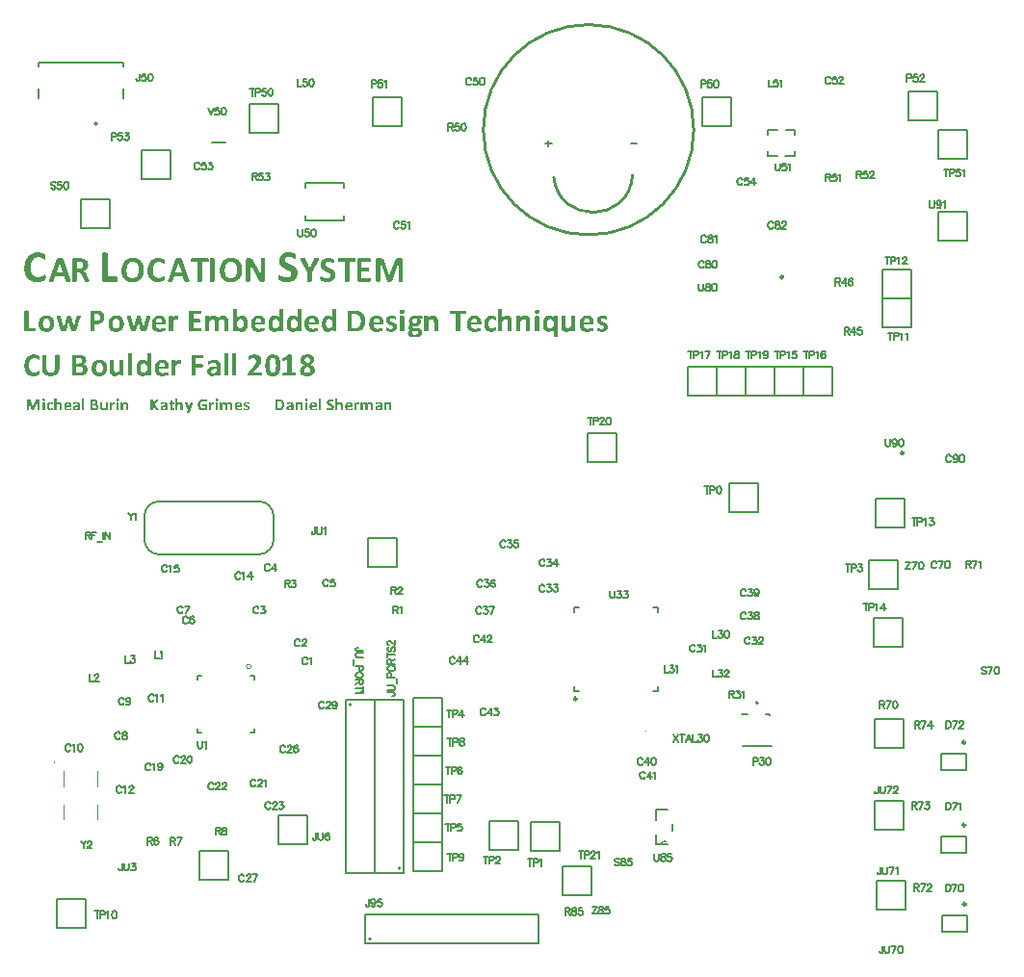
<source format=gto>
G04 Layer_Color=65535*
%FSLAX25Y25*%
%MOIN*%
G70*
G01*
G75*
%ADD42C,0.01000*%
%ADD53C,0.00500*%
%ADD54C,0.00984*%
%ADD55C,0.00787*%
%ADD56C,0.00394*%
%ADD57C,0.00000*%
%ADD58C,0.00600*%
G36*
X14342Y229204D02*
X14510Y229190D01*
X14692Y229165D01*
X14887Y229139D01*
X15081Y229087D01*
X15276Y229022D01*
X15302Y229009D01*
X15354Y228983D01*
X15445Y228944D01*
X15562Y228892D01*
X15691Y228814D01*
X15821Y228723D01*
X15951Y228619D01*
X16081Y228490D01*
X16094Y228477D01*
X16133Y228425D01*
X16198Y228347D01*
X16262Y228256D01*
X16340Y228126D01*
X16418Y227970D01*
X16496Y227802D01*
X16561Y227620D01*
X16574Y227594D01*
X16587Y227529D01*
X16613Y227425D01*
X16652Y227283D01*
X16678Y227101D01*
X16704Y226906D01*
X16717Y226685D01*
X16730Y226439D01*
Y226426D01*
Y226413D01*
Y226335D01*
X16717Y226205D01*
X16704Y226049D01*
X16691Y225881D01*
X16665Y225673D01*
X16613Y225478D01*
X16561Y225271D01*
X16548Y225245D01*
X16535Y225180D01*
X16483Y225089D01*
X16431Y224959D01*
X16366Y224816D01*
X16275Y224660D01*
X16172Y224505D01*
X16042Y224362D01*
X16029Y224349D01*
X15977Y224297D01*
X15912Y224232D01*
X15808Y224154D01*
X15678Y224050D01*
X15536Y223960D01*
X15367Y223869D01*
X15185Y223778D01*
X15159Y223765D01*
X15094Y223752D01*
X14990Y223713D01*
X14835Y223674D01*
X14666Y223635D01*
X14458Y223609D01*
X14225Y223583D01*
X13978Y223570D01*
X13861D01*
X13744Y223583D01*
X13589Y223596D01*
X13407Y223609D01*
X13212Y223648D01*
X13017Y223687D01*
X12823Y223752D01*
X12797Y223765D01*
X12745Y223791D01*
X12654Y223830D01*
X12537Y223882D01*
X12408Y223960D01*
X12265Y224050D01*
X12135Y224167D01*
X12005Y224284D01*
X11992Y224297D01*
X11953Y224349D01*
X11888Y224427D01*
X11823Y224531D01*
X11745Y224660D01*
X11668Y224803D01*
X11590Y224972D01*
X11525Y225154D01*
Y225180D01*
X11499Y225245D01*
X11473Y225348D01*
X11447Y225491D01*
X11421Y225673D01*
X11395Y225868D01*
X11382Y226088D01*
X11369Y226335D01*
Y226348D01*
Y226361D01*
Y226439D01*
X11382Y226569D01*
X11395Y226724D01*
X11408Y226906D01*
X11447Y227101D01*
X11486Y227295D01*
X11538Y227503D01*
X11551Y227529D01*
X11564Y227594D01*
X11616Y227698D01*
X11668Y227815D01*
X11733Y227957D01*
X11823Y228113D01*
X11927Y228269D01*
X12044Y228412D01*
X12057Y228425D01*
X12109Y228477D01*
X12187Y228541D01*
X12278Y228632D01*
X12408Y228723D01*
X12550Y228827D01*
X12719Y228918D01*
X12901Y229009D01*
X12927Y229022D01*
X12992Y229048D01*
X13095Y229074D01*
X13251Y229113D01*
X13420Y229152D01*
X13628Y229190D01*
X13861Y229204D01*
X14108Y229217D01*
X14225D01*
X14342Y229204D01*
D02*
G37*
G36*
X7407Y230982D02*
X7524Y230969D01*
X7550D01*
X7602Y230956D01*
X7680Y230943D01*
X7745Y230930D01*
X7758D01*
X7797Y230917D01*
X7836Y230891D01*
X7875Y230852D01*
X7888Y230839D01*
X7901Y230826D01*
X7914Y230787D01*
Y230748D01*
Y224920D01*
X10224D01*
X10263Y224907D01*
X10289Y224881D01*
X10302D01*
X10315Y224855D01*
X10328Y224829D01*
X10354Y224777D01*
Y224764D01*
X10367Y224725D01*
X10380Y224674D01*
X10393Y224596D01*
Y224570D01*
X10406Y224518D01*
X10419Y224427D01*
Y224310D01*
Y224297D01*
Y224284D01*
Y224206D01*
X10406Y224115D01*
X10393Y224025D01*
Y224011D01*
X10380Y223960D01*
X10367Y223895D01*
X10354Y223830D01*
Y223817D01*
X10341Y223791D01*
X10289Y223726D01*
X10276D01*
X10263Y223713D01*
X10185Y223700D01*
X6836D01*
X6758Y223713D01*
X6655Y223739D01*
X6551Y223804D01*
X6538Y223830D01*
X6499Y223882D01*
X6447Y223998D01*
X6434Y224063D01*
Y224154D01*
Y230748D01*
Y230761D01*
Y230787D01*
X6460Y230852D01*
X6473Y230865D01*
X6486Y230878D01*
X6525Y230904D01*
X6577Y230930D01*
X6590D01*
X6641Y230943D01*
X6719Y230956D01*
X6810Y230969D01*
X6836D01*
X6914Y230982D01*
X7018Y230995D01*
X7290D01*
X7407Y230982D01*
D02*
G37*
G36*
X136955Y248994D02*
X137042Y248965D01*
X137071Y248951D01*
X137114Y248937D01*
X137186Y248893D01*
X137243Y248836D01*
X137258Y248821D01*
X137287Y248778D01*
X137330Y248721D01*
X137373Y248634D01*
X137388Y248620D01*
X137402Y248562D01*
X137416Y248476D01*
Y248361D01*
Y241189D01*
Y241175D01*
Y241146D01*
X137402Y241103D01*
X137373Y241060D01*
X137344Y241031D01*
X137301Y241017D01*
X137243Y240988D01*
X137229D01*
X137186Y240973D01*
X137100D01*
X136999Y240959D01*
X136970D01*
X136898Y240945D01*
X136783Y240930D01*
X136495D01*
X136380Y240945D01*
X136250Y240959D01*
X136221D01*
X136163Y240973D01*
X136091D01*
X136020Y240988D01*
X136005D01*
X135976Y241002D01*
X135933Y241031D01*
X135890Y241060D01*
Y241074D01*
X135875Y241103D01*
X135861Y241189D01*
Y247741D01*
X135847D01*
X133514Y241189D01*
Y241175D01*
X133500Y241146D01*
X133428Y241045D01*
X133413D01*
X133384Y241017D01*
X133341Y241002D01*
X133269Y240973D01*
X133255D01*
X133212Y240959D01*
X133125D01*
X133024Y240945D01*
X132923D01*
X132823Y240930D01*
X132549D01*
X132434Y240945D01*
X132304Y240959D01*
X132275D01*
X132218Y240973D01*
X132146D01*
X132060Y240988D01*
X132045D01*
X132016Y241002D01*
X131915Y241060D01*
X131901Y241074D01*
X131887Y241103D01*
X131858Y241146D01*
X131843Y241189D01*
X129583Y247741D01*
Y241189D01*
Y241175D01*
Y241146D01*
X129568Y241103D01*
X129540Y241060D01*
X129511Y241031D01*
X129467Y241017D01*
X129410Y240988D01*
X129395D01*
X129352Y240973D01*
X129266D01*
X129165Y240959D01*
X129136D01*
X129064Y240945D01*
X128949Y240930D01*
X128661D01*
X128546Y240945D01*
X128416Y240959D01*
X128387D01*
X128330Y240973D01*
X128258D01*
X128172Y240988D01*
X128157D01*
X128128Y241002D01*
X128085Y241031D01*
X128056Y241060D01*
Y241074D01*
X128042Y241103D01*
X128027Y241189D01*
Y248361D01*
Y248375D01*
Y248418D01*
X128042Y248476D01*
Y248548D01*
X128100Y248706D01*
X128128Y248778D01*
X128186Y248850D01*
X128200Y248865D01*
X128215Y248879D01*
X128258Y248908D01*
X128301Y248937D01*
X128445Y248994D01*
X128532Y249023D01*
X129885D01*
X130043Y248994D01*
X130202Y248965D01*
X130216D01*
X130231Y248951D01*
X130317Y248937D01*
X130432Y248879D01*
X130547Y248807D01*
X130562D01*
X130576Y248793D01*
X130634Y248735D01*
X130720Y248649D01*
X130807Y248519D01*
Y248505D01*
X130821Y248490D01*
X130864Y248404D01*
X130922Y248260D01*
X130980Y248087D01*
X132722Y243292D01*
X132751D01*
X134551Y248073D01*
Y248087D01*
X134565Y248116D01*
X134580Y248159D01*
X134594Y248231D01*
X134652Y248361D01*
X134723Y248505D01*
Y248519D01*
X134738Y248533D01*
X134795Y248620D01*
X134868Y248706D01*
X134954Y248807D01*
X134983Y248821D01*
X135040Y248865D01*
X135141Y248922D01*
X135256Y248965D01*
X135271D01*
X135285Y248980D01*
X135371Y248994D01*
X135501Y249009D01*
X135660Y249023D01*
X136855D01*
X136955Y248994D01*
D02*
G37*
G36*
X71816Y199287D02*
X71823D01*
X71843Y199281D01*
X71877Y199274D01*
X71911Y199267D01*
X71918D01*
X71939Y199260D01*
X71993Y199247D01*
X72000D01*
X72013Y199240D01*
X72027Y199233D01*
X72041Y199219D01*
X72047D01*
X72054Y199213D01*
X72068Y199185D01*
X72075Y199172D01*
Y199158D01*
X72082Y199138D01*
Y199131D01*
X72088Y199117D01*
Y199090D01*
Y199049D01*
Y199036D01*
X72095Y199008D01*
Y198954D01*
Y198879D01*
Y198872D01*
Y198858D01*
Y198818D01*
Y198756D01*
X72088Y198702D01*
Y198695D01*
X72082Y198668D01*
X72075Y198634D01*
X72068Y198600D01*
Y198593D01*
X72061Y198579D01*
X72047Y198559D01*
X72034Y198545D01*
X72020Y198538D01*
X72007Y198531D01*
X71973D01*
X71932Y198538D01*
X71925D01*
X71911Y198545D01*
X71891Y198552D01*
X71864Y198559D01*
X71857D01*
X71843Y198566D01*
X71816Y198579D01*
X71782Y198586D01*
X71775D01*
X71755Y198593D01*
X71727Y198600D01*
X71652D01*
X71612Y198586D01*
X71564Y198572D01*
X71550Y198566D01*
X71523Y198552D01*
X71482Y198525D01*
X71434Y198491D01*
X71421Y198484D01*
X71394Y198450D01*
X71353Y198409D01*
X71298Y198348D01*
Y198341D01*
X71285Y198334D01*
X71271Y198314D01*
X71258Y198286D01*
X71210Y198218D01*
X71149Y198130D01*
Y196495D01*
Y196488D01*
Y196475D01*
X71142Y196461D01*
X71128Y196441D01*
X71121D01*
X71114Y196427D01*
X71094Y196420D01*
X71067Y196407D01*
X71060D01*
X71039Y196400D01*
X70999D01*
X70951Y196393D01*
X70937D01*
X70903Y196386D01*
X70849Y196380D01*
X70713D01*
X70651Y196386D01*
X70590Y196393D01*
X70577D01*
X70549Y196400D01*
X70515D01*
X70481Y196407D01*
X70474D01*
X70461Y196414D01*
X70440Y196427D01*
X70420Y196441D01*
Y196448D01*
X70413Y196455D01*
X70406Y196495D01*
Y199117D01*
Y199124D01*
Y199138D01*
X70420Y199172D01*
Y199179D01*
X70433Y199185D01*
X70447Y199192D01*
X70468Y199206D01*
X70474D01*
X70495Y199213D01*
X70529Y199219D01*
X70570Y199226D01*
X70583D01*
X70610Y199233D01*
X70658Y199240D01*
X70774D01*
X70828Y199233D01*
X70876Y199226D01*
X70890D01*
X70910Y199219D01*
X70944Y199213D01*
X70972Y199206D01*
X70978D01*
X70992Y199199D01*
X71005Y199185D01*
X71019Y199172D01*
X71026Y199165D01*
X71033Y199158D01*
X71039Y199138D01*
Y199117D01*
Y198790D01*
X71046Y198797D01*
X71060Y198818D01*
X71074Y198845D01*
X71101Y198879D01*
X71162Y198961D01*
X71230Y199036D01*
X71237Y199042D01*
X71244Y199049D01*
X71292Y199090D01*
X71346Y199138D01*
X71407Y199185D01*
X71414D01*
X71421Y199192D01*
X71462Y199219D01*
X71509Y199247D01*
X71571Y199267D01*
X71578D01*
X71584Y199274D01*
X71625Y199281D01*
X71673Y199287D01*
X71734Y199294D01*
X71789D01*
X71816Y199287D01*
D02*
G37*
G36*
X68558Y200268D02*
X68626D01*
X68701Y200261D01*
X68858Y200241D01*
X68865D01*
X68892Y200234D01*
X68933Y200227D01*
X68980Y200220D01*
X69035Y200207D01*
X69096Y200186D01*
X69212Y200152D01*
X69219D01*
X69239Y200146D01*
X69266Y200132D01*
X69300Y200125D01*
X69382Y200091D01*
X69464Y200050D01*
X69471D01*
X69477Y200043D01*
X69518Y200016D01*
X69566Y199989D01*
X69600Y199955D01*
X69607Y199948D01*
X69620Y199928D01*
X69641Y199887D01*
X69661Y199839D01*
X69668Y199825D01*
Y199805D01*
X69675Y199785D01*
Y199750D01*
X69682Y199710D01*
Y199669D01*
Y199614D01*
Y199608D01*
Y199601D01*
Y199567D01*
X69675Y199519D01*
X69668Y199471D01*
Y199464D01*
X69661Y199437D01*
X69654Y199403D01*
X69648Y199369D01*
Y199362D01*
X69641Y199349D01*
X69627Y199335D01*
X69614Y199321D01*
X69607Y199315D01*
X69573Y199308D01*
X69566D01*
X69539Y199315D01*
X69498Y199328D01*
X69443Y199355D01*
X69437D01*
X69430Y199362D01*
X69409Y199376D01*
X69382Y199390D01*
X69314Y199430D01*
X69219Y199471D01*
X69212D01*
X69191Y199485D01*
X69164Y199492D01*
X69123Y199512D01*
X69076Y199526D01*
X69021Y199546D01*
X68953Y199567D01*
X68885Y199587D01*
X68878D01*
X68851Y199594D01*
X68810Y199608D01*
X68756Y199614D01*
X68687Y199628D01*
X68612Y199635D01*
X68524Y199642D01*
X68381D01*
X68333Y199635D01*
X68265Y199628D01*
X68190Y199614D01*
X68102Y199601D01*
X68020Y199574D01*
X67931Y199539D01*
X67925Y199533D01*
X67897Y199519D01*
X67850Y199499D01*
X67802Y199471D01*
X67741Y199430D01*
X67673Y199383D01*
X67611Y199328D01*
X67550Y199267D01*
X67543Y199260D01*
X67523Y199240D01*
X67496Y199199D01*
X67462Y199151D01*
X67421Y199090D01*
X67380Y199022D01*
X67339Y198940D01*
X67305Y198852D01*
Y198838D01*
X67291Y198811D01*
X67278Y198756D01*
X67264Y198695D01*
X67251Y198613D01*
X67237Y198518D01*
X67230Y198416D01*
X67223Y198307D01*
Y198300D01*
Y198293D01*
Y198252D01*
X67230Y198191D01*
X67237Y198109D01*
X67244Y198021D01*
X67257Y197925D01*
X67278Y197823D01*
X67305Y197728D01*
X67312Y197714D01*
X67319Y197687D01*
X67339Y197639D01*
X67366Y197585D01*
X67407Y197517D01*
X67448Y197449D01*
X67496Y197381D01*
X67550Y197312D01*
X67557Y197306D01*
X67577Y197285D01*
X67611Y197258D01*
X67659Y197217D01*
X67714Y197176D01*
X67775Y197135D01*
X67843Y197095D01*
X67925Y197061D01*
X67931D01*
X67966Y197047D01*
X68006Y197033D01*
X68068Y197020D01*
X68136Y197006D01*
X68217Y196993D01*
X68313Y196986D01*
X68408Y196979D01*
X68456D01*
X68490Y196986D01*
X68572Y196993D01*
X68667Y197006D01*
X68674D01*
X68687Y197013D01*
X68715Y197020D01*
X68749Y197027D01*
X68824Y197054D01*
X68905Y197095D01*
Y197980D01*
X68170D01*
X68149Y197987D01*
X68122Y198007D01*
X68095Y198041D01*
Y198048D01*
X68088Y198055D01*
Y198068D01*
X68081Y198096D01*
X68075Y198123D01*
Y198164D01*
X68068Y198212D01*
Y198266D01*
Y198273D01*
Y198280D01*
Y198314D01*
Y198361D01*
X68075Y198402D01*
Y198416D01*
X68081Y198436D01*
X68088Y198470D01*
X68095Y198497D01*
Y198504D01*
X68102Y198518D01*
X68115Y198531D01*
X68129Y198545D01*
X68136Y198552D01*
X68143Y198559D01*
X68156Y198566D01*
X69491D01*
X69518Y198559D01*
X69546Y198545D01*
X69552D01*
X69573Y198531D01*
X69593Y198518D01*
X69614Y198497D01*
X69620Y198491D01*
X69627Y198477D01*
X69641Y198450D01*
X69654Y198416D01*
X69661Y198409D01*
X69668Y198389D01*
X69675Y198354D01*
Y198314D01*
Y196795D01*
Y196788D01*
Y196781D01*
X69668Y196740D01*
X69661Y196693D01*
X69641Y196638D01*
X69634Y196632D01*
X69614Y196604D01*
X69573Y196570D01*
X69511Y196536D01*
X69505D01*
X69498Y196529D01*
X69471Y196523D01*
X69443Y196516D01*
X69368Y196488D01*
X69273Y196455D01*
X69266D01*
X69253Y196448D01*
X69219Y196441D01*
X69184Y196434D01*
X69144Y196420D01*
X69089Y196414D01*
X68980Y196393D01*
X68973D01*
X68953Y196386D01*
X68926D01*
X68885Y196380D01*
X68837Y196373D01*
X68789Y196366D01*
X68674Y196352D01*
X68647D01*
X68619Y196345D01*
X68578D01*
X68531Y196339D01*
X68483D01*
X68367Y196332D01*
X68292D01*
X68252Y196339D01*
X68204D01*
X68095Y196345D01*
X67966Y196366D01*
X67829Y196386D01*
X67686Y196420D01*
X67550Y196461D01*
X67543D01*
X67536Y196468D01*
X67516Y196475D01*
X67489Y196488D01*
X67421Y196516D01*
X67339Y196557D01*
X67244Y196611D01*
X67141Y196672D01*
X67039Y196747D01*
X66937Y196836D01*
X66924Y196850D01*
X66896Y196883D01*
X66849Y196931D01*
X66794Y197006D01*
X66733Y197095D01*
X66672Y197197D01*
X66610Y197312D01*
X66556Y197442D01*
Y197449D01*
X66549Y197456D01*
X66542Y197476D01*
X66535Y197503D01*
X66529Y197537D01*
X66515Y197578D01*
X66495Y197680D01*
X66467Y197803D01*
X66447Y197939D01*
X66433Y198096D01*
X66426Y198259D01*
Y198266D01*
Y198280D01*
Y198307D01*
Y198341D01*
X66433Y198382D01*
Y198429D01*
X66447Y198538D01*
X66461Y198668D01*
X66481Y198811D01*
X66515Y198954D01*
X66563Y199097D01*
Y199104D01*
X66570Y199110D01*
X66576Y199131D01*
X66590Y199158D01*
X66624Y199226D01*
X66665Y199315D01*
X66726Y199417D01*
X66794Y199519D01*
X66876Y199628D01*
X66965Y199730D01*
X66978Y199744D01*
X67012Y199771D01*
X67067Y199819D01*
X67141Y199880D01*
X67230Y199948D01*
X67339Y200009D01*
X67462Y200077D01*
X67591Y200132D01*
X67598D01*
X67605Y200139D01*
X67625Y200146D01*
X67659Y200152D01*
X67693Y200166D01*
X67734Y200180D01*
X67829Y200207D01*
X67952Y200227D01*
X68088Y200255D01*
X68245Y200268D01*
X68408Y200275D01*
X68497D01*
X68558Y200268D01*
D02*
G37*
G36*
X31702Y230943D02*
X31871Y230930D01*
X31910D01*
X31962Y230917D01*
X32027Y230904D01*
X32105Y230891D01*
X32209Y230878D01*
X32429Y230839D01*
X32442D01*
X32481Y230826D01*
X32546Y230813D01*
X32637Y230787D01*
X32728Y230761D01*
X32845Y230722D01*
X33078Y230605D01*
X33091Y230592D01*
X33130Y230579D01*
X33195Y230540D01*
X33273Y230488D01*
X33468Y230346D01*
X33649Y230164D01*
X33662Y230151D01*
X33688Y230112D01*
X33727Y230060D01*
X33779Y229995D01*
X33844Y229904D01*
X33896Y229788D01*
X33961Y229671D01*
X34013Y229541D01*
Y229528D01*
X34039Y229476D01*
X34052Y229411D01*
X34078Y229307D01*
X34104Y229190D01*
X34117Y229061D01*
X34143Y228905D01*
Y228749D01*
Y228736D01*
Y228723D01*
Y228645D01*
X34130Y228529D01*
X34117Y228386D01*
X34091Y228217D01*
X34065Y228035D01*
X34013Y227841D01*
X33948Y227659D01*
X33935Y227633D01*
X33909Y227581D01*
X33870Y227490D01*
X33805Y227386D01*
X33727Y227256D01*
X33636Y227127D01*
X33520Y226997D01*
X33390Y226867D01*
X33377Y226854D01*
X33325Y226815D01*
X33247Y226750D01*
X33143Y226685D01*
X33013Y226607D01*
X32858Y226517D01*
X32689Y226439D01*
X32494Y226374D01*
X32468D01*
X32403Y226348D01*
X32287Y226322D01*
X32144Y226296D01*
X31962Y226270D01*
X31741Y226244D01*
X31508Y226231D01*
X31248Y226218D01*
X30651D01*
Y223895D01*
Y223882D01*
Y223856D01*
X30638Y223817D01*
X30612Y223778D01*
X30599D01*
X30586Y223752D01*
X30547Y223739D01*
X30482Y223713D01*
X30469D01*
X30430Y223700D01*
X30352D01*
X30262Y223687D01*
X30236D01*
X30158Y223674D01*
X30054Y223661D01*
X29781D01*
X29664Y223674D01*
X29548Y223687D01*
X29522D01*
X29470Y223700D01*
X29392D01*
X29314Y223713D01*
X29301D01*
X29275Y223726D01*
X29236Y223752D01*
X29197Y223778D01*
Y223791D01*
X29184Y223817D01*
X29171Y223895D01*
Y230424D01*
Y230437D01*
Y230463D01*
X29184Y230515D01*
Y230566D01*
X29223Y230696D01*
X29301Y230813D01*
X29314Y230826D01*
X29327Y230839D01*
X29405Y230891D01*
X29509Y230930D01*
X29587Y230956D01*
X31534D01*
X31702Y230943D01*
D02*
G37*
G36*
X25541Y229100D02*
X25567D01*
X25619Y229087D01*
X25684Y229074D01*
X25749Y229061D01*
X25762D01*
X25788Y229048D01*
X25827Y229022D01*
X25853Y228983D01*
X25866Y228957D01*
X25879Y228892D01*
Y228879D01*
Y228853D01*
X25866Y228801D01*
X25853Y228736D01*
Y228723D01*
X25840Y228671D01*
X25827Y228593D01*
X25801Y228490D01*
X24464Y223960D01*
Y223947D01*
X24451Y223895D01*
X24425Y223843D01*
X24386Y223791D01*
X24373Y223778D01*
X24360Y223765D01*
X24321Y223739D01*
X24256Y223713D01*
X24243D01*
X24191Y223700D01*
X24114Y223687D01*
X23997Y223674D01*
X23880D01*
X23737Y223661D01*
X23387D01*
X23244Y223674D01*
X23101Y223687D01*
X23075D01*
X23010Y223700D01*
X22919Y223713D01*
X22828Y223726D01*
X22816D01*
X22777Y223752D01*
X22725Y223765D01*
X22686Y223804D01*
Y223817D01*
X22660Y223843D01*
X22647Y223895D01*
X22621Y223960D01*
X21777Y226997D01*
X21764Y227049D01*
X21751Y226997D01*
X20985Y223960D01*
Y223947D01*
X20972Y223895D01*
X20946Y223843D01*
X20908Y223791D01*
X20895Y223778D01*
X20881Y223765D01*
X20830Y223739D01*
X20765Y223713D01*
X20752D01*
X20700Y223700D01*
X20609Y223687D01*
X20492Y223674D01*
X20375D01*
X20233Y223661D01*
X19882D01*
X19739Y223674D01*
X19597Y223687D01*
X19571D01*
X19506Y223700D01*
X19415Y223713D01*
X19324Y223726D01*
X19311D01*
X19272Y223752D01*
X19220Y223765D01*
X19181Y223804D01*
Y223817D01*
X19155Y223843D01*
X19142Y223895D01*
X19116Y223960D01*
X17792Y228490D01*
Y228503D01*
X17779Y228516D01*
X17766Y228580D01*
X17740Y228658D01*
X17727Y228736D01*
Y228749D01*
Y228788D01*
X17714Y228892D01*
Y228905D01*
Y228918D01*
X17740Y228983D01*
X17753Y228996D01*
X17766Y229009D01*
X17805Y229035D01*
X17857Y229061D01*
X17870D01*
X17909Y229074D01*
X17974Y229087D01*
X18065Y229100D01*
X18091D01*
X18169Y229113D01*
X18662D01*
X18779Y229100D01*
X18805D01*
X18857Y229087D01*
X18935Y229074D01*
X18999Y229048D01*
X19012D01*
X19038Y229035D01*
X19077Y229009D01*
X19103Y228970D01*
X19116Y228957D01*
X19129Y228944D01*
X19155Y228866D01*
X20155Y225193D01*
X20168Y225128D01*
X20181Y225193D01*
X21115Y228866D01*
Y228879D01*
X21128Y228905D01*
X21154Y228970D01*
X21167Y228983D01*
X21180Y228996D01*
X21219Y229022D01*
X21271Y229048D01*
X21284Y229061D01*
X21323Y229074D01*
X21388Y229087D01*
X21479Y229100D01*
X21505D01*
X21569Y229113D01*
X21933D01*
X22050Y229100D01*
X22154Y229087D01*
X22179D01*
X22231Y229074D01*
X22296Y229061D01*
X22361Y229048D01*
X22374D01*
X22400Y229035D01*
X22439Y229009D01*
X22465Y228983D01*
X22478Y228957D01*
X22517Y228892D01*
X23516Y225180D01*
X23529Y225128D01*
X23542Y225193D01*
X24490Y228866D01*
Y228879D01*
X24503Y228905D01*
X24529Y228970D01*
X24542Y228983D01*
X24555Y228996D01*
X24594Y229022D01*
X24646Y229048D01*
X24659Y229061D01*
X24698Y229074D01*
X24762Y229087D01*
X24853Y229100D01*
X24879D01*
X24957Y229113D01*
X25438D01*
X25541Y229100D01*
D02*
G37*
G36*
X98375Y251111D02*
X98643Y251076D01*
X98661D01*
X98697Y251058D01*
X98769D01*
X98858Y251040D01*
X99072Y250986D01*
X99305Y250933D01*
X99323D01*
X99358Y250915D01*
X99412Y250897D01*
X99484Y250879D01*
X99663Y250807D01*
X99841Y250718D01*
X99859D01*
X99877Y250700D01*
X99984Y250664D01*
X100092Y250593D01*
X100163Y250539D01*
X100181Y250521D01*
X100199Y250503D01*
X100235Y250450D01*
X100252Y250396D01*
Y250378D01*
X100270Y250360D01*
X100306Y250253D01*
Y250235D01*
X100324Y250200D01*
X100342Y250110D01*
Y250021D01*
Y250003D01*
X100360Y249931D01*
Y249824D01*
Y249699D01*
Y249681D01*
Y249663D01*
Y249556D01*
Y249431D01*
X100342Y249306D01*
Y249288D01*
X100324Y249216D01*
X100306Y249145D01*
X100288Y249055D01*
Y249037D01*
X100270Y249002D01*
X100217Y248912D01*
X100181Y248894D01*
X100145Y248876D01*
X100074D01*
X100020Y248894D01*
X99931Y248930D01*
X99805Y248984D01*
X99770Y249002D01*
X99680Y249055D01*
X99537Y249127D01*
X99358Y249216D01*
X99341D01*
X99305Y249234D01*
X99251Y249270D01*
X99180Y249288D01*
X98983Y249359D01*
X98733Y249448D01*
X98715D01*
X98679Y249466D01*
X98590Y249484D01*
X98500Y249502D01*
X98393Y249520D01*
X98250Y249538D01*
X97946Y249556D01*
X97839D01*
X97749Y249538D01*
X97571Y249520D01*
X97374Y249466D01*
X97356D01*
X97338Y249448D01*
X97231Y249413D01*
X97088Y249323D01*
X96963Y249234D01*
X96945Y249216D01*
X96873Y249145D01*
X96784Y249037D01*
X96712Y248894D01*
X96694Y248858D01*
X96676Y248769D01*
X96659Y248644D01*
X96641Y248483D01*
Y248465D01*
Y248429D01*
X96659Y248358D01*
Y248286D01*
X96712Y248090D01*
X96820Y247893D01*
Y247875D01*
X96855Y247857D01*
X96945Y247750D01*
X97106Y247607D01*
X97302Y247464D01*
X97320D01*
X97356Y247428D01*
X97427Y247392D01*
X97499Y247357D01*
X97714Y247231D01*
X97982Y247106D01*
X98000D01*
X98053Y247071D01*
X98125Y247053D01*
X98232Y246999D01*
X98339Y246945D01*
X98482Y246892D01*
X98769Y246766D01*
X98786D01*
X98840Y246731D01*
X98911Y246695D01*
X99019Y246641D01*
X99269Y246516D01*
X99555Y246337D01*
X99573Y246320D01*
X99627Y246302D01*
X99698Y246248D01*
X99788Y246177D01*
X100020Y245998D01*
X100252Y245765D01*
X100270Y245747D01*
X100306Y245712D01*
X100360Y245640D01*
X100431Y245551D01*
X100503Y245443D01*
X100592Y245300D01*
X100735Y244996D01*
X100753Y244978D01*
X100771Y244925D01*
X100807Y244835D01*
X100843Y244710D01*
X100878Y244549D01*
X100896Y244371D01*
X100932Y244174D01*
Y243959D01*
Y243924D01*
Y243834D01*
X100914Y243673D01*
X100896Y243495D01*
X100860Y243280D01*
X100807Y243047D01*
X100735Y242797D01*
X100628Y242565D01*
X100610Y242547D01*
X100574Y242475D01*
X100503Y242350D01*
X100431Y242225D01*
X100306Y242064D01*
X100181Y241903D01*
X100020Y241742D01*
X99841Y241581D01*
X99823Y241563D01*
X99752Y241510D01*
X99645Y241438D01*
X99502Y241367D01*
X99341Y241260D01*
X99126Y241170D01*
X98911Y241081D01*
X98661Y240991D01*
X98625D01*
X98536Y240955D01*
X98411Y240938D01*
X98232Y240902D01*
X98018Y240866D01*
X97767Y240830D01*
X97517Y240812D01*
X97231Y240795D01*
X97052D01*
X96909Y240812D01*
X96766D01*
X96605Y240830D01*
X96265Y240884D01*
X96247D01*
X96194Y240902D01*
X96104Y240920D01*
X95997Y240938D01*
X95747Y241009D01*
X95479Y241081D01*
X95461D01*
X95425Y241098D01*
X95353Y241116D01*
X95282Y241152D01*
X95103Y241224D01*
X94906Y241313D01*
X94889D01*
X94871Y241331D01*
X94781Y241403D01*
X94674Y241474D01*
X94567Y241563D01*
X94549Y241581D01*
X94513Y241635D01*
X94477Y241724D01*
X94441Y241849D01*
Y241867D01*
Y241885D01*
X94424Y241992D01*
X94406Y242171D01*
Y242404D01*
Y242422D01*
Y242440D01*
Y242547D01*
Y242672D01*
Y242797D01*
Y242833D01*
X94424Y242886D01*
X94441Y242976D01*
X94459Y243065D01*
Y243083D01*
X94477Y243119D01*
X94513Y243173D01*
X94549Y243208D01*
X94567Y243226D01*
X94602Y243244D01*
X94638Y243262D01*
X94710D01*
X94763Y243244D01*
X94871Y243208D01*
X94996Y243119D01*
X95014D01*
X95032Y243101D01*
X95139Y243030D01*
X95282Y242940D01*
X95496Y242833D01*
X95514D01*
X95550Y242815D01*
X95622Y242779D01*
X95711Y242743D01*
X95818Y242708D01*
X95943Y242654D01*
X96229Y242565D01*
X96247D01*
X96301Y242547D01*
X96390Y242529D01*
X96516Y242511D01*
X96659Y242475D01*
X96837Y242457D01*
X97016Y242440D01*
X97374D01*
X97463Y242457D01*
X97678Y242475D01*
X97892Y242511D01*
X97910D01*
X97946Y242529D01*
X98000Y242547D01*
X98071Y242583D01*
X98232Y242654D01*
X98393Y242761D01*
X98411D01*
X98429Y242797D01*
X98500Y242869D01*
X98608Y242994D01*
X98697Y243155D01*
Y243173D01*
X98715Y243191D01*
X98733Y243244D01*
X98769Y243316D01*
X98804Y243495D01*
X98822Y243691D01*
Y243709D01*
Y243745D01*
X98804Y243816D01*
Y243888D01*
X98733Y244085D01*
X98697Y244192D01*
X98625Y244281D01*
Y244299D01*
X98590Y244317D01*
X98500Y244424D01*
X98339Y244567D01*
X98143Y244710D01*
X98125Y244728D01*
X98089Y244746D01*
X98035Y244782D01*
X97946Y244835D01*
X97857Y244889D01*
X97731Y244943D01*
X97463Y245068D01*
X97445D01*
X97392Y245104D01*
X97320Y245122D01*
X97231Y245175D01*
X97106Y245229D01*
X96981Y245283D01*
X96694Y245408D01*
X96676Y245426D01*
X96623Y245443D01*
X96551Y245479D01*
X96444Y245533D01*
X96337Y245604D01*
X96194Y245676D01*
X95908Y245837D01*
X95890Y245855D01*
X95836Y245872D01*
X95765Y245926D01*
X95675Y245998D01*
X95461Y246177D01*
X95228Y246391D01*
X95210Y246409D01*
X95175Y246445D01*
X95121Y246516D01*
X95067Y246623D01*
X94996Y246731D01*
X94906Y246874D01*
X94763Y247178D01*
Y247196D01*
X94728Y247249D01*
X94710Y247357D01*
X94674Y247482D01*
X94638Y247643D01*
X94620Y247821D01*
X94585Y248018D01*
Y248251D01*
Y248286D01*
Y248376D01*
X94602Y248519D01*
X94620Y248680D01*
X94638Y248876D01*
X94692Y249091D01*
X94745Y249306D01*
X94835Y249520D01*
X94853Y249538D01*
X94889Y249609D01*
X94942Y249717D01*
X95032Y249842D01*
X95121Y249967D01*
X95246Y250128D01*
X95389Y250271D01*
X95550Y250414D01*
X95568Y250432D01*
X95639Y250468D01*
X95729Y250539D01*
X95854Y250629D01*
X96015Y250718D01*
X96194Y250807D01*
X96408Y250897D01*
X96623Y250968D01*
X96659D01*
X96730Y251004D01*
X96855Y251022D01*
X97016Y251058D01*
X97213Y251094D01*
X97427Y251111D01*
X97678Y251147D01*
X98161D01*
X98375Y251111D01*
D02*
G37*
G36*
X89236Y249037D02*
X89352Y249023D01*
X89381D01*
X89438Y249009D01*
X89510Y248994D01*
X89568Y248965D01*
X89582D01*
X89611Y248951D01*
X89654Y248922D01*
X89683Y248879D01*
X89697D01*
X89712Y248850D01*
X89726Y248821D01*
Y248778D01*
Y241535D01*
Y241506D01*
Y241449D01*
X89697Y241362D01*
X89669Y241276D01*
X89654Y241261D01*
X89640Y241218D01*
X89596Y241161D01*
X89539Y241089D01*
X89525Y241074D01*
X89481Y241045D01*
X89424Y241017D01*
X89337Y240988D01*
X89323D01*
X89265Y240973D01*
X89193Y240959D01*
X88286D01*
X88156Y240973D01*
X88027Y241002D01*
X87998Y241017D01*
X87926Y241031D01*
X87840Y241089D01*
X87739Y241146D01*
X87710Y241175D01*
X87652Y241233D01*
X87581Y241333D01*
X87480Y241463D01*
Y241477D01*
X87465Y241506D01*
X87436Y241549D01*
X87408Y241607D01*
X87321Y241765D01*
X87206Y241967D01*
X85190Y245740D01*
X85176Y245754D01*
X85161Y245797D01*
X85132Y245869D01*
X85075Y245956D01*
X85032Y246057D01*
X84960Y246186D01*
X84830Y246460D01*
X84816Y246474D01*
X84801Y246532D01*
X84772Y246604D01*
X84729Y246705D01*
X84672Y246820D01*
X84628Y246949D01*
X84513Y247223D01*
X84499D01*
Y247209D01*
Y247151D01*
X84513Y247050D01*
Y246935D01*
X84528Y246805D01*
Y246647D01*
X84542Y246316D01*
Y246301D01*
Y246244D01*
Y246157D01*
X84557Y246042D01*
Y245898D01*
Y245754D01*
Y245409D01*
Y241189D01*
Y241175D01*
Y241161D01*
X84542Y241117D01*
X84513Y241074D01*
X84484Y241045D01*
X84456Y241031D01*
X84398Y241002D01*
X84384D01*
X84341Y240988D01*
X84268Y240973D01*
X84168Y240959D01*
X84139D01*
X84067Y240945D01*
X83952Y240930D01*
X83678D01*
X83563Y240945D01*
X83448Y240959D01*
X83419D01*
X83361Y240973D01*
X83289Y240988D01*
X83217Y241002D01*
X83203D01*
X83174Y241017D01*
X83145Y241045D01*
X83117Y241074D01*
Y241089D01*
X83102Y241117D01*
X83088Y241189D01*
Y248433D01*
Y248447D01*
Y248476D01*
X83102Y248533D01*
Y248591D01*
X83160Y248735D01*
X83188Y248807D01*
X83246Y248865D01*
X83261Y248879D01*
X83275Y248893D01*
X83361Y248951D01*
X83491Y248994D01*
X83577Y249023D01*
X84672D01*
X84801Y249009D01*
X84931Y248980D01*
X84945D01*
X84960Y248965D01*
X85032Y248951D01*
X85132Y248908D01*
X85219Y248836D01*
X85248Y248821D01*
X85305Y248778D01*
X85377Y248692D01*
X85464Y248577D01*
X85478Y248548D01*
X85536Y248461D01*
X85608Y248346D01*
X85694Y248173D01*
X87278Y245236D01*
Y245221D01*
X87307Y245193D01*
X87321Y245135D01*
X87365Y245063D01*
X87436Y244890D01*
X87537Y244703D01*
Y244689D01*
X87566Y244660D01*
X87595Y244602D01*
X87624Y244545D01*
X87710Y244372D01*
X87796Y244185D01*
Y244170D01*
X87825Y244141D01*
X87840Y244084D01*
X87883Y244026D01*
X87955Y243868D01*
X88041Y243681D01*
Y243666D01*
X88070Y243637D01*
X88085Y243594D01*
X88128Y243522D01*
X88200Y243378D01*
X88286Y243191D01*
Y243205D01*
Y243263D01*
Y243349D01*
X88272Y243465D01*
Y243609D01*
Y243753D01*
X88257Y244098D01*
Y244127D01*
Y244185D01*
Y244271D01*
Y244386D01*
Y244530D01*
Y244674D01*
Y244991D01*
Y248778D01*
Y248793D01*
Y248807D01*
X88286Y248879D01*
X88301Y248893D01*
X88315Y248908D01*
X88358Y248937D01*
X88416Y248965D01*
X88430Y248980D01*
X88473Y248994D01*
X88545Y249009D01*
X88646Y249023D01*
X88675D01*
X88747Y249037D01*
X88862Y249052D01*
X89136D01*
X89236Y249037D01*
D02*
G37*
G36*
X73190Y199233D02*
X73244Y199226D01*
X73258D01*
X73285Y199219D01*
X73326Y199213D01*
X73360Y199199D01*
X73367D01*
X73380Y199192D01*
X73401Y199179D01*
X73421Y199165D01*
X73428Y199158D01*
X73435Y199151D01*
X73442Y199131D01*
Y199110D01*
Y196495D01*
Y196488D01*
Y196475D01*
X73435Y196461D01*
X73421Y196441D01*
X73414D01*
X73408Y196427D01*
X73387Y196420D01*
X73360Y196407D01*
X73353D01*
X73333Y196400D01*
X73292D01*
X73244Y196393D01*
X73230D01*
X73196Y196386D01*
X73142Y196380D01*
X73006D01*
X72944Y196386D01*
X72883Y196393D01*
X72870D01*
X72842Y196400D01*
X72808D01*
X72774Y196407D01*
X72767D01*
X72754Y196414D01*
X72733Y196427D01*
X72713Y196441D01*
Y196448D01*
X72706Y196455D01*
X72699Y196495D01*
Y199110D01*
Y199117D01*
Y199131D01*
X72713Y199165D01*
X72720Y199172D01*
X72727Y199179D01*
X72747Y199185D01*
X72774Y199199D01*
X72781Y199206D01*
X72801Y199213D01*
X72835Y199219D01*
X72883Y199226D01*
X72897D01*
X72938Y199233D01*
X72992Y199240D01*
X73128D01*
X73190Y199233D01*
D02*
G37*
G36*
X107845Y249052D02*
X108018Y249037D01*
X108047D01*
X108133Y249023D01*
X108220Y248994D01*
X108277Y248951D01*
X108292Y248937D01*
X108306Y248908D01*
X108320Y248850D01*
X108306Y248764D01*
Y248735D01*
X108277Y248677D01*
X108234Y248562D01*
X108176Y248418D01*
X105973Y244026D01*
Y241189D01*
Y241175D01*
Y241146D01*
X105959Y241103D01*
X105930Y241060D01*
X105916D01*
X105901Y241031D01*
X105858Y241017D01*
X105786Y240988D01*
X105772D01*
X105728Y240973D01*
X105642D01*
X105541Y240959D01*
X105512D01*
X105440Y240945D01*
X105311Y240930D01*
X105008D01*
X104879Y240945D01*
X104749Y240959D01*
X104720D01*
X104663Y240973D01*
X104576D01*
X104490Y240988D01*
X104476D01*
X104447Y241002D01*
X104404Y241031D01*
X104360Y241060D01*
Y241074D01*
X104346Y241103D01*
X104332Y241189D01*
Y244026D01*
X102128Y248418D01*
Y248433D01*
X102114Y248461D01*
X102056Y248548D01*
X102013Y248663D01*
X101970Y248764D01*
Y248793D01*
Y248836D01*
Y248893D01*
X101999Y248951D01*
X102013Y248965D01*
X102056Y248994D01*
X102143Y249023D01*
X102258Y249037D01*
X102301D01*
X102344Y249052D01*
X102474D01*
X102575Y249066D01*
X103122D01*
X103266Y249052D01*
X103295D01*
X103367Y249037D01*
X103453Y249023D01*
X103540Y248994D01*
X103554D01*
X103597Y248980D01*
X103640Y248951D01*
X103684Y248908D01*
X103698Y248893D01*
X103712Y248865D01*
X103741Y248821D01*
X103784Y248764D01*
X104663Y246791D01*
Y246777D01*
X104692Y246748D01*
X104706Y246690D01*
X104749Y246604D01*
X104778Y246517D01*
X104821Y246417D01*
X104922Y246186D01*
Y246172D01*
X104951Y246129D01*
X104965Y246071D01*
X105008Y245985D01*
X105037Y245884D01*
X105080Y245769D01*
X105181Y245509D01*
X105196D01*
Y245524D01*
X105210Y245567D01*
X105239Y245639D01*
X105268Y245725D01*
X105311Y245826D01*
X105354Y245941D01*
X105440Y246172D01*
Y246186D01*
X105469Y246229D01*
X105484Y246287D01*
X105527Y246373D01*
X105599Y246561D01*
X105685Y246777D01*
X106578Y248735D01*
Y248749D01*
X106592Y248793D01*
X106621Y248850D01*
X106650Y248893D01*
X106664Y248908D01*
X106679Y248937D01*
X106722Y248965D01*
X106780Y248994D01*
X106794Y249009D01*
X106852Y249023D01*
X106938Y249037D01*
X107039Y249052D01*
X107068D01*
X107154Y249066D01*
X107672D01*
X107845Y249052D01*
D02*
G37*
G36*
X126071Y249009D02*
X126100Y248980D01*
X126114D01*
X126128Y248951D01*
X126143Y248922D01*
X126172Y248865D01*
Y248850D01*
X126186Y248821D01*
X126200Y248749D01*
X126215Y248677D01*
Y248663D01*
X126229Y248591D01*
X126244Y248505D01*
Y248375D01*
Y248361D01*
Y248346D01*
Y248274D01*
X126229Y248173D01*
X126215Y248073D01*
Y248058D01*
X126200Y248001D01*
X126186Y247943D01*
X126172Y247871D01*
Y247857D01*
X126157Y247828D01*
X126128Y247799D01*
X126100Y247770D01*
X126071Y247756D01*
X125999Y247741D01*
X123133D01*
Y245783D01*
X125596D01*
X125639Y245769D01*
X125668Y245740D01*
X125682D01*
X125696Y245711D01*
X125711Y245682D01*
X125740Y245639D01*
Y245625D01*
X125754Y245581D01*
X125768Y245524D01*
X125783Y245437D01*
Y245423D01*
X125797Y245365D01*
X125812Y245265D01*
Y245149D01*
Y245135D01*
Y245121D01*
Y245049D01*
X125797Y244948D01*
X125783Y244847D01*
Y244833D01*
X125768Y244775D01*
X125754Y244717D01*
X125740Y244660D01*
Y244645D01*
X125725Y244617D01*
X125696Y244588D01*
X125668Y244559D01*
X125639Y244545D01*
X125567Y244530D01*
X123133D01*
Y242255D01*
X126056D01*
X126100Y242241D01*
X126128Y242212D01*
X126143D01*
X126157Y242183D01*
X126172Y242154D01*
X126200Y242097D01*
Y242082D01*
X126215Y242053D01*
X126229Y241981D01*
X126244Y241909D01*
Y241895D01*
X126258Y241823D01*
X126272Y241737D01*
Y241607D01*
Y241593D01*
Y241578D01*
Y241506D01*
X126258Y241405D01*
X126244Y241305D01*
Y241290D01*
X126229Y241233D01*
X126215Y241175D01*
X126200Y241103D01*
Y241089D01*
X126186Y241060D01*
X126157Y241031D01*
X126128Y241002D01*
X126100Y240988D01*
X126028Y240973D01*
X121952D01*
X121866Y240988D01*
X121751Y241017D01*
X121635Y241089D01*
X121621Y241117D01*
X121578Y241175D01*
X121520Y241305D01*
X121506Y241377D01*
Y241477D01*
Y248505D01*
Y248519D01*
Y248548D01*
X121520Y248591D01*
Y248663D01*
X121564Y248778D01*
X121592Y248850D01*
X121635Y248893D01*
X121664Y248908D01*
X121736Y248965D01*
X121837Y249009D01*
X121981Y249023D01*
X126028D01*
X126071Y249009D01*
D02*
G37*
G36*
X120975D02*
X121004Y248980D01*
X121018D01*
X121032Y248951D01*
X121047Y248922D01*
X121076Y248865D01*
Y248850D01*
X121090Y248807D01*
X121104Y248749D01*
X121119Y248663D01*
Y248634D01*
X121133Y248577D01*
X121148Y248476D01*
Y248346D01*
Y248332D01*
Y248317D01*
Y248231D01*
X121133Y248130D01*
X121119Y248029D01*
Y248015D01*
X121104Y247957D01*
X121090Y247900D01*
X121076Y247828D01*
Y247813D01*
X121061Y247785D01*
X121004Y247713D01*
X120975Y247698D01*
X120903Y247684D01*
X118887D01*
Y241189D01*
Y241175D01*
Y241146D01*
X118872Y241103D01*
X118844Y241060D01*
X118829D01*
X118815Y241031D01*
X118772Y241017D01*
X118700Y240988D01*
X118685D01*
X118642Y240973D01*
X118556D01*
X118455Y240959D01*
X118426D01*
X118354Y240945D01*
X118224Y240930D01*
X117922D01*
X117792Y240945D01*
X117663Y240959D01*
X117634D01*
X117576Y240973D01*
X117490D01*
X117404Y240988D01*
X117389D01*
X117360Y241002D01*
X117317Y241031D01*
X117274Y241060D01*
Y241074D01*
X117260Y241103D01*
X117245Y241189D01*
Y247684D01*
X115186D01*
X115114Y247713D01*
Y247727D01*
X115085Y247741D01*
X115042Y247828D01*
Y247842D01*
X115028Y247885D01*
X115013Y247943D01*
X114999Y248029D01*
Y248058D01*
Y248116D01*
X114984Y248217D01*
Y248346D01*
Y248361D01*
Y248375D01*
Y248461D01*
Y248562D01*
X114999Y248663D01*
Y248692D01*
X115013Y248735D01*
X115028Y248807D01*
X115042Y248865D01*
Y248879D01*
X115056Y248908D01*
X115085Y248951D01*
X115114Y248980D01*
X115128Y248994D01*
X115143Y249009D01*
X115172Y249023D01*
X120932D01*
X120975Y249009D01*
D02*
G37*
G36*
X112012Y249138D02*
X112228Y249109D01*
X112242D01*
X112271Y249095D01*
X112329D01*
X112401Y249081D01*
X112574Y249037D01*
X112761Y248994D01*
X112775D01*
X112804Y248980D01*
X112847Y248965D01*
X112905Y248951D01*
X113049Y248893D01*
X113193Y248821D01*
X113207D01*
X113222Y248807D01*
X113308Y248778D01*
X113394Y248721D01*
X113452Y248677D01*
X113467Y248663D01*
X113481Y248649D01*
X113510Y248605D01*
X113524Y248562D01*
Y248548D01*
X113539Y248533D01*
X113567Y248447D01*
Y248433D01*
X113582Y248404D01*
X113596Y248332D01*
Y248260D01*
Y248245D01*
X113610Y248188D01*
Y248101D01*
Y248001D01*
Y247986D01*
Y247972D01*
Y247885D01*
Y247785D01*
X113596Y247684D01*
Y247669D01*
X113582Y247612D01*
X113567Y247554D01*
X113553Y247482D01*
Y247468D01*
X113539Y247439D01*
X113495Y247367D01*
X113467Y247353D01*
X113438Y247338D01*
X113380D01*
X113337Y247353D01*
X113265Y247381D01*
X113164Y247425D01*
X113135Y247439D01*
X113063Y247482D01*
X112948Y247540D01*
X112804Y247612D01*
X112790D01*
X112761Y247626D01*
X112718Y247655D01*
X112660Y247669D01*
X112502Y247727D01*
X112300Y247799D01*
X112286D01*
X112257Y247813D01*
X112185Y247828D01*
X112113Y247842D01*
X112027Y247857D01*
X111911Y247871D01*
X111667Y247885D01*
X111580D01*
X111508Y247871D01*
X111364Y247857D01*
X111206Y247813D01*
X111191D01*
X111177Y247799D01*
X111091Y247770D01*
X110975Y247698D01*
X110874Y247626D01*
X110860Y247612D01*
X110802Y247554D01*
X110731Y247468D01*
X110673Y247353D01*
X110659Y247324D01*
X110644Y247252D01*
X110630Y247151D01*
X110615Y247021D01*
Y247007D01*
Y246978D01*
X110630Y246921D01*
Y246863D01*
X110673Y246705D01*
X110759Y246546D01*
Y246532D01*
X110788Y246517D01*
X110860Y246431D01*
X110990Y246316D01*
X111148Y246201D01*
X111162D01*
X111191Y246172D01*
X111249Y246143D01*
X111307Y246114D01*
X111479Y246013D01*
X111695Y245913D01*
X111710D01*
X111753Y245884D01*
X111811Y245869D01*
X111897Y245826D01*
X111983Y245783D01*
X112099Y245740D01*
X112329Y245639D01*
X112343D01*
X112387Y245610D01*
X112444Y245581D01*
X112531Y245538D01*
X112732Y245437D01*
X112962Y245293D01*
X112977Y245279D01*
X113020Y245265D01*
X113078Y245221D01*
X113150Y245164D01*
X113337Y245020D01*
X113524Y244833D01*
X113539Y244818D01*
X113567Y244789D01*
X113610Y244732D01*
X113668Y244660D01*
X113726Y244573D01*
X113798Y244458D01*
X113913Y244213D01*
X113927Y244199D01*
X113942Y244156D01*
X113970Y244084D01*
X113999Y243983D01*
X114028Y243853D01*
X114042Y243709D01*
X114071Y243551D01*
Y243378D01*
Y243349D01*
Y243277D01*
X114057Y243148D01*
X114042Y243004D01*
X114014Y242831D01*
X113970Y242644D01*
X113913Y242442D01*
X113827Y242255D01*
X113812Y242241D01*
X113783Y242183D01*
X113726Y242082D01*
X113668Y241981D01*
X113567Y241852D01*
X113467Y241722D01*
X113337Y241593D01*
X113193Y241463D01*
X113179Y241449D01*
X113121Y241405D01*
X113034Y241348D01*
X112919Y241290D01*
X112790Y241204D01*
X112617Y241132D01*
X112444Y241060D01*
X112242Y240988D01*
X112214D01*
X112142Y240959D01*
X112041Y240945D01*
X111897Y240916D01*
X111724Y240887D01*
X111522Y240858D01*
X111321Y240844D01*
X111091Y240829D01*
X110947D01*
X110831Y240844D01*
X110716D01*
X110587Y240858D01*
X110313Y240901D01*
X110299D01*
X110255Y240916D01*
X110183Y240930D01*
X110097Y240945D01*
X109895Y241002D01*
X109679Y241060D01*
X109665D01*
X109636Y241074D01*
X109579Y241089D01*
X109521Y241117D01*
X109377Y241175D01*
X109219Y241247D01*
X109204D01*
X109190Y241261D01*
X109118Y241319D01*
X109031Y241377D01*
X108945Y241449D01*
X108931Y241463D01*
X108902Y241506D01*
X108873Y241578D01*
X108844Y241679D01*
Y241693D01*
Y241708D01*
X108830Y241794D01*
X108815Y241938D01*
Y242125D01*
Y242140D01*
Y242154D01*
Y242241D01*
Y242341D01*
Y242442D01*
Y242471D01*
X108830Y242514D01*
X108844Y242586D01*
X108859Y242658D01*
Y242673D01*
X108873Y242701D01*
X108902Y242745D01*
X108931Y242773D01*
X108945Y242788D01*
X108974Y242802D01*
X109002Y242817D01*
X109060D01*
X109103Y242802D01*
X109190Y242773D01*
X109291Y242701D01*
X109305D01*
X109319Y242687D01*
X109406Y242629D01*
X109521Y242557D01*
X109694Y242471D01*
X109708D01*
X109737Y242457D01*
X109794Y242428D01*
X109866Y242399D01*
X109953Y242370D01*
X110054Y242327D01*
X110284Y242255D01*
X110299D01*
X110342Y242241D01*
X110414Y242226D01*
X110514Y242212D01*
X110630Y242183D01*
X110774Y242169D01*
X110918Y242154D01*
X111206D01*
X111278Y242169D01*
X111451Y242183D01*
X111623Y242212D01*
X111638D01*
X111667Y242226D01*
X111710Y242241D01*
X111767Y242269D01*
X111897Y242327D01*
X112027Y242413D01*
X112041D01*
X112055Y242442D01*
X112113Y242500D01*
X112199Y242601D01*
X112271Y242730D01*
Y242745D01*
X112286Y242759D01*
X112300Y242802D01*
X112329Y242860D01*
X112358Y243004D01*
X112372Y243162D01*
Y243177D01*
Y243205D01*
X112358Y243263D01*
Y243321D01*
X112300Y243479D01*
X112271Y243565D01*
X112214Y243637D01*
Y243652D01*
X112185Y243666D01*
X112113Y243753D01*
X111983Y243868D01*
X111825Y243983D01*
X111811Y243997D01*
X111782Y244012D01*
X111739Y244041D01*
X111667Y244084D01*
X111594Y244127D01*
X111494Y244170D01*
X111278Y244271D01*
X111263D01*
X111220Y244300D01*
X111162Y244314D01*
X111091Y244357D01*
X110990Y244401D01*
X110889Y244444D01*
X110659Y244545D01*
X110644Y244559D01*
X110601Y244573D01*
X110543Y244602D01*
X110457Y244645D01*
X110371Y244703D01*
X110255Y244761D01*
X110025Y244890D01*
X110011Y244905D01*
X109967Y244919D01*
X109910Y244962D01*
X109838Y245020D01*
X109665Y245164D01*
X109478Y245337D01*
X109463Y245351D01*
X109434Y245380D01*
X109391Y245437D01*
X109348Y245524D01*
X109291Y245610D01*
X109219Y245725D01*
X109103Y245970D01*
Y245985D01*
X109074Y246028D01*
X109060Y246114D01*
X109031Y246215D01*
X109002Y246345D01*
X108988Y246489D01*
X108959Y246647D01*
Y246834D01*
Y246863D01*
Y246935D01*
X108974Y247050D01*
X108988Y247180D01*
X109002Y247338D01*
X109046Y247511D01*
X109089Y247684D01*
X109161Y247857D01*
X109175Y247871D01*
X109204Y247929D01*
X109247Y248015D01*
X109319Y248116D01*
X109391Y248217D01*
X109492Y248346D01*
X109607Y248461D01*
X109737Y248577D01*
X109751Y248591D01*
X109809Y248620D01*
X109881Y248677D01*
X109982Y248749D01*
X110111Y248821D01*
X110255Y248893D01*
X110428Y248965D01*
X110601Y249023D01*
X110630D01*
X110687Y249052D01*
X110788Y249066D01*
X110918Y249095D01*
X111076Y249124D01*
X111249Y249138D01*
X111451Y249167D01*
X111839D01*
X112012Y249138D01*
D02*
G37*
G36*
X57514Y199928D02*
X57569Y199921D01*
X57582D01*
X57609Y199914D01*
X57650Y199907D01*
X57684Y199900D01*
X57691D01*
X57705Y199893D01*
X57725Y199880D01*
X57746Y199859D01*
X57752Y199853D01*
X57759Y199846D01*
X57766Y199825D01*
Y199805D01*
Y199226D01*
X58352D01*
X58372Y199219D01*
X58386Y199206D01*
X58393D01*
X58399Y199192D01*
X58406Y199179D01*
X58420Y199158D01*
Y199151D01*
X58427Y199131D01*
X58433Y199104D01*
X58440Y199063D01*
Y199056D01*
X58447Y199029D01*
X58454Y198981D01*
Y198926D01*
Y198920D01*
Y198899D01*
Y198872D01*
X58447Y198838D01*
X58440Y198763D01*
X58433Y198722D01*
X58420Y198695D01*
X58413Y198681D01*
X58399Y198661D01*
X58372Y198641D01*
X58338Y198627D01*
X57766D01*
Y197387D01*
Y197381D01*
Y197353D01*
X57773Y197312D01*
Y197265D01*
X57793Y197156D01*
X57807Y197108D01*
X57827Y197061D01*
X57834Y197054D01*
X57841Y197047D01*
X57861Y197027D01*
X57882Y197013D01*
X57916Y196993D01*
X57957Y196972D01*
X58011Y196965D01*
X58073Y196958D01*
X58141D01*
X58175Y196965D01*
X58181D01*
X58202Y196972D01*
X58256Y196986D01*
X58263D01*
X58277Y196993D01*
X58297Y196999D01*
X58318Y197006D01*
X58324D01*
X58331Y197013D01*
X58365Y197020D01*
X58379D01*
X58399Y197006D01*
X58406D01*
X58413Y196999D01*
X58420Y196986D01*
X58427Y196965D01*
Y196958D01*
X58433Y196945D01*
Y196918D01*
X58440Y196883D01*
Y196877D01*
X58447Y196850D01*
X58454Y196809D01*
Y196754D01*
Y196747D01*
Y196734D01*
Y196706D01*
Y196679D01*
X58447Y196618D01*
X58433Y196557D01*
Y196543D01*
X58427Y196516D01*
X58413Y196482D01*
X58393Y196455D01*
X58386Y196448D01*
X58372Y196441D01*
X58345Y196420D01*
X58311Y196407D01*
X58304D01*
X58277Y196400D01*
X58243Y196393D01*
X58195Y196380D01*
X58181D01*
X58154Y196366D01*
X58106Y196359D01*
X58045Y196352D01*
X58032D01*
X57998Y196345D01*
X57943Y196339D01*
X57807D01*
X57752Y196345D01*
X57691Y196352D01*
X57630Y196359D01*
X57500Y196393D01*
X57494D01*
X57473Y196407D01*
X57446Y196414D01*
X57405Y196434D01*
X57316Y196488D01*
X57228Y196563D01*
X57221Y196570D01*
X57214Y196584D01*
X57194Y196611D01*
X57174Y196645D01*
X57146Y196686D01*
X57119Y196734D01*
X57099Y196795D01*
X57078Y196856D01*
Y196863D01*
X57071Y196890D01*
X57065Y196924D01*
X57058Y196979D01*
X57044Y197040D01*
X57037Y197108D01*
X57030Y197190D01*
Y197278D01*
Y198627D01*
X56704D01*
X56683Y198634D01*
X56656Y198654D01*
X56629Y198695D01*
Y198702D01*
X56622Y198709D01*
Y198722D01*
X56615Y198749D01*
X56608Y198784D01*
Y198824D01*
X56602Y198872D01*
Y198926D01*
Y198933D01*
Y198940D01*
Y198974D01*
Y199022D01*
X56608Y199063D01*
Y199076D01*
X56615Y199097D01*
X56622Y199131D01*
X56629Y199158D01*
Y199165D01*
X56636Y199179D01*
X56649Y199192D01*
X56663Y199206D01*
X56670Y199213D01*
X56676Y199219D01*
X56697Y199226D01*
X57030D01*
Y199805D01*
Y199812D01*
Y199825D01*
X57044Y199859D01*
Y199866D01*
X57058Y199873D01*
X57071Y199887D01*
X57099Y199900D01*
X57105D01*
X57133Y199907D01*
X57167Y199914D01*
X57214Y199921D01*
X57228D01*
X57262Y199928D01*
X57323Y199934D01*
X57453D01*
X57514Y199928D01*
D02*
G37*
G36*
X79635Y231501D02*
X79738Y231488D01*
X79764D01*
X79816Y231475D01*
X79894Y231462D01*
X79959Y231436D01*
X79972D01*
X79998Y231423D01*
X80037Y231397D01*
X80076Y231358D01*
X80089D01*
X80102Y231332D01*
X80115Y231306D01*
Y231267D01*
Y228503D01*
X80128Y228516D01*
X80141Y228529D01*
X80180Y228568D01*
X80232Y228606D01*
X80348Y228710D01*
X80491Y228814D01*
X80504Y228827D01*
X80530Y228840D01*
X80569Y228866D01*
X80608Y228892D01*
X80738Y228970D01*
X80868Y229035D01*
X80881D01*
X80907Y229048D01*
X80946Y229061D01*
X80984Y229087D01*
X81114Y229126D01*
X81257Y229165D01*
X81270D01*
X81296Y229178D01*
X81335D01*
X81387Y229190D01*
X81530Y229204D01*
X81685Y229217D01*
X81776D01*
X81880Y229204D01*
X82010Y229190D01*
X82166Y229165D01*
X82321Y229113D01*
X82477Y229061D01*
X82633Y228983D01*
X82646Y228970D01*
X82698Y228944D01*
X82763Y228892D01*
X82854Y228827D01*
X82958Y228736D01*
X83061Y228632D01*
X83165Y228516D01*
X83256Y228386D01*
X83269Y228373D01*
X83295Y228321D01*
X83347Y228243D01*
X83399Y228139D01*
X83451Y228009D01*
X83516Y227854D01*
X83568Y227685D01*
X83619Y227503D01*
Y227477D01*
X83632Y227412D01*
X83658Y227321D01*
X83684Y227192D01*
X83697Y227036D01*
X83723Y226854D01*
X83736Y226659D01*
Y226452D01*
Y226439D01*
Y226426D01*
Y226387D01*
Y226335D01*
X83723Y226218D01*
Y226049D01*
X83697Y225868D01*
X83671Y225673D01*
X83632Y225465D01*
X83580Y225258D01*
Y225232D01*
X83555Y225167D01*
X83516Y225076D01*
X83477Y224946D01*
X83412Y224803D01*
X83347Y224647D01*
X83256Y224492D01*
X83165Y224349D01*
X83152Y224336D01*
X83113Y224284D01*
X83061Y224219D01*
X82983Y224141D01*
X82880Y224038D01*
X82763Y223947D01*
X82633Y223856D01*
X82490Y223765D01*
X82477Y223752D01*
X82425Y223739D01*
X82334Y223700D01*
X82231Y223674D01*
X82088Y223635D01*
X81932Y223596D01*
X81763Y223583D01*
X81582Y223570D01*
X81491D01*
X81426Y223583D01*
X81270Y223596D01*
X81101Y223622D01*
X81088D01*
X81062Y223635D01*
X81023Y223648D01*
X80971Y223661D01*
X80842Y223700D01*
X80686Y223765D01*
X80673D01*
X80647Y223778D01*
X80608Y223804D01*
X80569Y223843D01*
X80439Y223921D01*
X80297Y224025D01*
X80284Y224038D01*
X80258Y224050D01*
X80219Y224089D01*
X80180Y224141D01*
X80050Y224271D01*
X79907Y224427D01*
Y223882D01*
Y223869D01*
Y223843D01*
X79894Y223817D01*
X79868Y223778D01*
X79842Y223752D01*
X79816Y223739D01*
X79764Y223713D01*
X79751D01*
X79712Y223700D01*
X79660Y223687D01*
X79583Y223674D01*
X79505D01*
X79414Y223661D01*
X79089D01*
X78999Y223674D01*
X78986D01*
X78934Y223687D01*
X78882Y223700D01*
X78817Y223713D01*
X78804D01*
X78778Y223726D01*
X78752Y223752D01*
X78726Y223778D01*
Y223791D01*
X78713Y223804D01*
X78700Y223882D01*
Y231267D01*
Y231280D01*
Y231293D01*
X78726Y231358D01*
X78739Y231371D01*
X78752Y231384D01*
X78791Y231410D01*
X78843Y231436D01*
X78856Y231449D01*
X78895Y231462D01*
X78960Y231475D01*
X79050Y231488D01*
X79076D01*
X79154Y231501D01*
X79258Y231514D01*
X79518D01*
X79635Y231501D01*
D02*
G37*
G36*
X75353Y229204D02*
X75470Y229190D01*
X75600Y229178D01*
X75742Y229152D01*
X75885Y229100D01*
X76015Y229048D01*
X76028Y229035D01*
X76067Y229022D01*
X76132Y228983D01*
X76210Y228931D01*
X76301Y228866D01*
X76391Y228775D01*
X76482Y228684D01*
X76560Y228580D01*
X76573Y228568D01*
X76599Y228529D01*
X76638Y228464D01*
X76677Y228386D01*
X76729Y228295D01*
X76781Y228178D01*
X76833Y228048D01*
X76872Y227906D01*
Y227892D01*
X76885Y227841D01*
X76898Y227763D01*
X76924Y227659D01*
X76937Y227529D01*
X76950Y227399D01*
X76963Y227088D01*
Y223882D01*
Y223869D01*
Y223843D01*
X76950Y223817D01*
X76924Y223778D01*
X76911D01*
X76898Y223752D01*
X76859Y223739D01*
X76807Y223713D01*
X76794D01*
X76755Y223700D01*
X76690D01*
X76599Y223687D01*
X76573D01*
X76508Y223674D01*
X76404Y223661D01*
X76132D01*
X76015Y223674D01*
X75911Y223687D01*
X75885D01*
X75833Y223700D01*
X75768D01*
X75691Y223713D01*
X75678D01*
X75652Y223726D01*
X75613Y223752D01*
X75587Y223778D01*
Y223791D01*
X75574Y223804D01*
X75561Y223882D01*
Y226854D01*
Y226867D01*
Y226893D01*
Y226945D01*
Y227010D01*
X75535Y227153D01*
X75509Y227308D01*
Y227321D01*
X75496Y227347D01*
X75483Y227386D01*
X75470Y227425D01*
X75418Y227542D01*
X75353Y227659D01*
Y227672D01*
X75340Y227685D01*
X75288Y227750D01*
X75210Y227828D01*
X75106Y227892D01*
X75080Y227906D01*
X75015Y227944D01*
X74899Y227970D01*
X74756Y227983D01*
X74717D01*
X74665Y227970D01*
X74600Y227957D01*
X74522Y227931D01*
X74444Y227892D01*
X74340Y227841D01*
X74250Y227776D01*
X74237Y227763D01*
X74211Y227737D01*
X74146Y227698D01*
X74081Y227633D01*
X74003Y227555D01*
X73899Y227451D01*
X73795Y227334D01*
X73691Y227205D01*
Y223882D01*
Y223869D01*
Y223843D01*
X73679Y223817D01*
X73653Y223778D01*
X73640D01*
X73627Y223752D01*
X73588Y223739D01*
X73536Y223713D01*
X73523D01*
X73484Y223700D01*
X73406D01*
X73315Y223687D01*
X73289D01*
X73224Y223674D01*
X73120Y223661D01*
X72874D01*
X72757Y223674D01*
X72640Y223687D01*
X72614D01*
X72562Y223700D01*
X72497D01*
X72433Y223713D01*
X72420D01*
X72394Y223726D01*
X72355Y223752D01*
X72316Y223778D01*
Y223791D01*
X72303Y223804D01*
X72290Y223882D01*
Y226854D01*
Y226867D01*
Y226893D01*
Y226945D01*
Y227010D01*
X72264Y227153D01*
X72238Y227308D01*
Y227321D01*
X72225Y227347D01*
X72212Y227386D01*
X72199Y227425D01*
X72147Y227542D01*
X72082Y227659D01*
Y227672D01*
X72069Y227685D01*
X72017Y227750D01*
X71939Y227828D01*
X71835Y227892D01*
X71810Y227906D01*
X71745Y227944D01*
X71628Y227970D01*
X71485Y227983D01*
X71446D01*
X71394Y227970D01*
X71329Y227957D01*
X71238Y227931D01*
X71161Y227892D01*
X71057Y227841D01*
X70966Y227776D01*
X70953Y227763D01*
X70927Y227737D01*
X70875Y227698D01*
X70797Y227633D01*
X70719Y227555D01*
X70628Y227451D01*
X70524Y227334D01*
X70421Y227205D01*
Y223882D01*
Y223869D01*
Y223843D01*
X70408Y223817D01*
X70382Y223778D01*
X70369D01*
X70356Y223752D01*
X70317Y223739D01*
X70265Y223713D01*
X70252D01*
X70213Y223700D01*
X70135D01*
X70044Y223687D01*
X70018D01*
X69953Y223674D01*
X69849Y223661D01*
X69590D01*
X69473Y223674D01*
X69356Y223687D01*
X69330D01*
X69278Y223700D01*
X69213D01*
X69149Y223713D01*
X69136D01*
X69110Y223726D01*
X69071Y223752D01*
X69032Y223778D01*
Y223791D01*
X69019Y223804D01*
X69006Y223882D01*
Y228879D01*
Y228892D01*
Y228918D01*
X69032Y228983D01*
Y228996D01*
X69058Y229009D01*
X69084Y229022D01*
X69123Y229048D01*
X69136D01*
X69174Y229061D01*
X69239Y229074D01*
X69317Y229087D01*
X69343D01*
X69395Y229100D01*
X69486Y229113D01*
X69707D01*
X69810Y229100D01*
X69901Y229087D01*
X69927D01*
X69966Y229074D01*
X70031Y229061D01*
X70083Y229048D01*
X70096D01*
X70122Y229035D01*
X70148Y229009D01*
X70174Y228983D01*
X70187Y228970D01*
X70200Y228957D01*
X70213Y228918D01*
Y228879D01*
Y228308D01*
X70226Y228334D01*
X70291Y228386D01*
X70369Y228464D01*
X70473Y228568D01*
X70589Y228671D01*
X70732Y228788D01*
X70875Y228892D01*
X71031Y228983D01*
X71044Y228996D01*
X71109Y229022D01*
X71186Y229061D01*
X71290Y229100D01*
X71420Y229139D01*
X71576Y229178D01*
X71732Y229204D01*
X71900Y229217D01*
X72004D01*
X72082Y229204D01*
X72251Y229190D01*
X72445Y229139D01*
X72458D01*
X72484Y229126D01*
X72536Y229113D01*
X72588Y229087D01*
X72731Y229035D01*
X72887Y228957D01*
X72900D01*
X72926Y228931D01*
X73004Y228879D01*
X73107Y228788D01*
X73224Y228671D01*
X73237Y228658D01*
X73250Y228645D01*
X73276Y228606D01*
X73302Y228555D01*
X73380Y228438D01*
X73458Y228282D01*
X73471Y228295D01*
X73497Y228321D01*
X73549Y228373D01*
X73601Y228425D01*
X73743Y228568D01*
X73899Y228697D01*
X73912Y228710D01*
X73938Y228723D01*
X73977Y228762D01*
X74042Y228801D01*
X74172Y228892D01*
X74328Y228983D01*
X74340D01*
X74366Y229009D01*
X74405Y229022D01*
X74457Y229048D01*
X74587Y229100D01*
X74743Y229152D01*
X74756D01*
X74782Y229165D01*
X74821Y229178D01*
X74873Y229190D01*
X75015Y229204D01*
X75171Y229217D01*
X75262D01*
X75353Y229204D01*
D02*
G37*
G36*
X87634D02*
X87790Y229190D01*
X87958Y229165D01*
X88140Y229139D01*
X88322Y229087D01*
X88490Y229022D01*
X88516Y229009D01*
X88568Y228983D01*
X88646Y228944D01*
X88750Y228892D01*
X88867Y228814D01*
X88997Y228723D01*
X89113Y228619D01*
X89230Y228503D01*
X89243Y228490D01*
X89282Y228451D01*
X89334Y228373D01*
X89386Y228282D01*
X89464Y228165D01*
X89529Y228035D01*
X89594Y227892D01*
X89646Y227724D01*
X89659Y227698D01*
X89672Y227646D01*
X89698Y227555D01*
X89724Y227438D01*
X89750Y227295D01*
X89763Y227127D01*
X89789Y226958D01*
Y226763D01*
Y226530D01*
Y226517D01*
Y226491D01*
Y226439D01*
X89776Y226387D01*
X89737Y226270D01*
X89672Y226153D01*
X89646Y226140D01*
X89594Y226101D01*
X89490Y226049D01*
X89347Y226036D01*
X86310D01*
Y226023D01*
Y225985D01*
Y225920D01*
X86323Y225842D01*
X86336Y225647D01*
X86375Y225439D01*
Y225426D01*
X86388Y225400D01*
X86414Y225348D01*
X86440Y225284D01*
X86518Y225141D01*
X86621Y224998D01*
X86634Y224985D01*
X86647Y224972D01*
X86686Y224933D01*
X86738Y224894D01*
X86868Y224803D01*
X87050Y224725D01*
X87063D01*
X87102Y224712D01*
X87154Y224699D01*
X87231Y224687D01*
X87322Y224660D01*
X87426Y224647D01*
X87543Y224635D01*
X87803D01*
X87893Y224647D01*
X88101Y224660D01*
X88322Y224687D01*
X88335D01*
X88374Y224699D01*
X88426Y224712D01*
X88490Y224725D01*
X88646Y224751D01*
X88802Y224790D01*
X88815D01*
X88841Y224803D01*
X88919Y224829D01*
X89036Y224868D01*
X89139Y224907D01*
X89152D01*
X89166Y224920D01*
X89217Y224946D01*
X89295Y224959D01*
X89373Y224972D01*
X89399D01*
X89451Y224946D01*
X89464D01*
X89477Y224933D01*
X89503Y224868D01*
Y224855D01*
X89516Y224842D01*
X89529Y224790D01*
X89542Y224725D01*
Y224712D01*
X89555Y224660D01*
Y224596D01*
Y224505D01*
Y224479D01*
Y224427D01*
Y224362D01*
X89542Y224284D01*
Y224271D01*
Y224232D01*
X89529Y224141D01*
Y224128D01*
X89516Y224102D01*
X89490Y224038D01*
X89477Y224011D01*
X89425Y223960D01*
Y223947D01*
X89386Y223934D01*
X89334Y223895D01*
X89282Y223869D01*
X89230Y223843D01*
X89217D01*
X89204Y223830D01*
X89166Y223817D01*
X89126Y223804D01*
X88984Y223765D01*
X88815Y223726D01*
X88802D01*
X88776Y223713D01*
X88724D01*
X88646Y223700D01*
X88568Y223674D01*
X88464Y223661D01*
X88244Y223622D01*
X88231D01*
X88192Y223609D01*
X88127D01*
X88036Y223596D01*
X87932Y223583D01*
X87815D01*
X87543Y223570D01*
X87426D01*
X87309Y223583D01*
X87141Y223596D01*
X86959Y223609D01*
X86764Y223635D01*
X86557Y223674D01*
X86362Y223726D01*
X86336Y223739D01*
X86284Y223752D01*
X86193Y223804D01*
X86076Y223856D01*
X85946Y223921D01*
X85804Y224011D01*
X85661Y224115D01*
X85531Y224232D01*
X85518Y224245D01*
X85479Y224297D01*
X85414Y224375D01*
X85336Y224479D01*
X85259Y224596D01*
X85181Y224751D01*
X85090Y224920D01*
X85025Y225102D01*
Y225128D01*
X84999Y225193D01*
X84973Y225309D01*
X84947Y225452D01*
X84921Y225634D01*
X84895Y225842D01*
X84882Y226075D01*
X84869Y226335D01*
Y226348D01*
Y226361D01*
Y226400D01*
Y226452D01*
X84882Y226569D01*
X84895Y226737D01*
X84908Y226919D01*
X84947Y227114D01*
X84986Y227321D01*
X85038Y227529D01*
X85051Y227555D01*
X85064Y227620D01*
X85103Y227724D01*
X85168Y227854D01*
X85233Y227996D01*
X85323Y228139D01*
X85414Y228295D01*
X85531Y228438D01*
X85544Y228451D01*
X85596Y228503D01*
X85661Y228568D01*
X85765Y228645D01*
X85882Y228749D01*
X86024Y228840D01*
X86180Y228931D01*
X86349Y229009D01*
X86375Y229022D01*
X86440Y229048D01*
X86531Y229074D01*
X86660Y229113D01*
X86816Y229152D01*
X86998Y229190D01*
X87205Y229204D01*
X87413Y229217D01*
X87517D01*
X87634Y229204D01*
D02*
G37*
G36*
X52586Y200220D02*
X52647Y200214D01*
X52661D01*
X52688Y200207D01*
X52729Y200200D01*
X52763Y200186D01*
X52770D01*
X52790Y200180D01*
X52811Y200166D01*
X52831Y200146D01*
X52838D01*
X52845Y200132D01*
X52852Y200118D01*
Y200098D01*
Y200091D01*
Y200071D01*
X52838Y200037D01*
X52824Y199996D01*
X52818Y199989D01*
X52804Y199955D01*
X52770Y199900D01*
X52722Y199825D01*
X51687Y198457D01*
X52818Y196734D01*
Y196727D01*
X52831Y196713D01*
X52852Y196666D01*
X52879Y196611D01*
X52893Y196591D01*
X52899Y196570D01*
Y196563D01*
X52906Y196550D01*
X52913Y196529D01*
Y196509D01*
Y196502D01*
Y196488D01*
X52906Y196468D01*
X52893Y196448D01*
X52879Y196434D01*
X52858Y196427D01*
X52831Y196414D01*
X52824D01*
X52797Y196407D01*
X52756Y196400D01*
X52702Y196393D01*
X52688D01*
X52647Y196386D01*
X52586Y196380D01*
X52395D01*
X52307Y196386D01*
X52266D01*
X52225Y196393D01*
X52211D01*
X52177Y196407D01*
X52143Y196414D01*
X52109Y196434D01*
X52103Y196441D01*
X52089Y196455D01*
X52075Y196475D01*
X52055Y196509D01*
X50911Y198314D01*
Y196509D01*
Y196502D01*
Y196488D01*
X50904Y196468D01*
X50890Y196448D01*
X50884D01*
X50877Y196434D01*
X50856Y196427D01*
X50822Y196414D01*
X50815D01*
X50795Y196407D01*
X50754Y196400D01*
X50706Y196393D01*
X50693D01*
X50659Y196386D01*
X50598Y196380D01*
X50454D01*
X50393Y196386D01*
X50332Y196393D01*
X50318D01*
X50291Y196400D01*
X50250Y196407D01*
X50209Y196414D01*
X50203D01*
X50189Y196420D01*
X50169Y196434D01*
X50148Y196448D01*
Y196455D01*
X50141Y196468D01*
X50134Y196509D01*
Y200098D01*
Y200105D01*
Y200118D01*
X50148Y200152D01*
X50155Y200159D01*
X50162Y200166D01*
X50182Y200180D01*
X50209Y200193D01*
X50216D01*
X50243Y200200D01*
X50284Y200207D01*
X50332Y200214D01*
X50345D01*
X50386Y200220D01*
X50441Y200227D01*
X50591D01*
X50652Y200220D01*
X50706Y200214D01*
X50720D01*
X50747Y200207D01*
X50788Y200200D01*
X50822Y200193D01*
X50829D01*
X50849Y200186D01*
X50870Y200173D01*
X50890Y200152D01*
X50897Y200146D01*
X50904Y200139D01*
X50911Y200118D01*
Y200098D01*
Y198477D01*
X52021Y200091D01*
X52028Y200098D01*
X52034Y200111D01*
X52048Y200132D01*
X52069Y200152D01*
X52075Y200159D01*
X52089Y200166D01*
X52109Y200180D01*
X52143Y200193D01*
X52150Y200200D01*
X52177Y200207D01*
X52211Y200214D01*
X52259Y200220D01*
X52273D01*
X52314Y200227D01*
X52518D01*
X52586Y200220D01*
D02*
G37*
G36*
X95418Y231475D02*
X95522Y231462D01*
X95548D01*
X95600Y231449D01*
X95678Y231436D01*
X95742Y231410D01*
X95755D01*
X95781Y231397D01*
X95820Y231371D01*
X95859Y231332D01*
X95872D01*
X95885Y231306D01*
X95898Y231280D01*
Y231241D01*
Y223882D01*
Y223869D01*
Y223843D01*
X95885Y223817D01*
X95859Y223778D01*
X95833Y223752D01*
X95807Y223739D01*
X95768Y223713D01*
X95755D01*
X95716Y223700D01*
X95665Y223687D01*
X95587Y223674D01*
X95509D01*
X95418Y223661D01*
X95093D01*
X95003Y223674D01*
X94990D01*
X94938Y223687D01*
X94886Y223700D01*
X94821Y223713D01*
X94808D01*
X94782Y223726D01*
X94717Y223778D01*
Y223791D01*
X94704Y223804D01*
X94691Y223882D01*
Y224440D01*
X94678Y224427D01*
X94626Y224375D01*
X94548Y224297D01*
X94444Y224206D01*
X94327Y224102D01*
X94198Y223986D01*
X94042Y223882D01*
X93886Y223791D01*
X93873Y223778D01*
X93808Y223752D01*
X93717Y223726D01*
X93614Y223687D01*
X93471Y223635D01*
X93302Y223609D01*
X93133Y223583D01*
X92939Y223570D01*
X92848D01*
X92731Y223583D01*
X92601Y223596D01*
X92445Y223622D01*
X92290Y223661D01*
X92121Y223713D01*
X91965Y223791D01*
X91952Y223804D01*
X91900Y223830D01*
X91835Y223882D01*
X91745Y223947D01*
X91641Y224038D01*
X91537Y224141D01*
X91433Y224258D01*
X91329Y224388D01*
X91316Y224401D01*
X91290Y224453D01*
X91251Y224531D01*
X91186Y224635D01*
X91135Y224764D01*
X91070Y224920D01*
X91018Y225076D01*
X90966Y225258D01*
Y225284D01*
X90953Y225348D01*
X90940Y225452D01*
X90914Y225582D01*
X90901Y225738D01*
X90875Y225920D01*
X90862Y226114D01*
Y226322D01*
Y226335D01*
Y226348D01*
Y226387D01*
Y226439D01*
X90875Y226556D01*
Y226724D01*
X90901Y226906D01*
X90927Y227101D01*
X90953Y227308D01*
X91005Y227516D01*
X91018Y227542D01*
X91031Y227607D01*
X91070Y227711D01*
X91109Y227828D01*
X91173Y227970D01*
X91238Y228126D01*
X91329Y228282D01*
X91420Y228425D01*
X91433Y228438D01*
X91472Y228490D01*
X91524Y228555D01*
X91602Y228645D01*
X91706Y228736D01*
X91822Y228827D01*
X91952Y228931D01*
X92095Y229009D01*
X92108Y229022D01*
X92173Y229048D01*
X92251Y229074D01*
X92368Y229113D01*
X92510Y229152D01*
X92666Y229190D01*
X92848Y229204D01*
X93042Y229217D01*
X93120D01*
X93198Y229204D01*
X93302Y229190D01*
X93419Y229178D01*
X93549Y229139D01*
X93678Y229100D01*
X93808Y229035D01*
X93821Y229022D01*
X93873Y229009D01*
X93938Y228970D01*
X94029Y228905D01*
X94133Y228840D01*
X94250Y228762D01*
X94367Y228658D01*
X94496Y228541D01*
Y231241D01*
Y231254D01*
Y231267D01*
X94522Y231332D01*
Y231345D01*
X94548Y231358D01*
X94574Y231384D01*
X94626Y231410D01*
X94639Y231423D01*
X94691Y231436D01*
X94756Y231449D01*
X94847Y231462D01*
X94873D01*
X94951Y231475D01*
X95054Y231488D01*
X95314D01*
X95418Y231475D01*
D02*
G37*
G36*
X54909Y199287D02*
X54991Y199281D01*
X55079Y199267D01*
X55168Y199253D01*
X55256Y199233D01*
X55263D01*
X55290Y199219D01*
X55331Y199206D01*
X55386Y199185D01*
X55494Y199124D01*
X55556Y199090D01*
X55610Y199042D01*
X55617Y199036D01*
X55631Y199022D01*
X55658Y198995D01*
X55692Y198954D01*
X55726Y198913D01*
X55760Y198858D01*
X55794Y198790D01*
X55821Y198722D01*
Y198715D01*
X55835Y198688D01*
X55842Y198647D01*
X55855Y198593D01*
X55869Y198518D01*
X55876Y198443D01*
X55889Y198348D01*
Y198252D01*
Y196488D01*
Y196482D01*
X55883Y196461D01*
X55876Y196441D01*
X55855Y196420D01*
X55849D01*
X55835Y196407D01*
X55801Y196400D01*
X55760Y196393D01*
X55746D01*
X55712Y196386D01*
X55658Y196380D01*
X55501D01*
X55440Y196386D01*
X55386Y196393D01*
X55379D01*
X55352Y196400D01*
X55324Y196407D01*
X55297Y196420D01*
X55290Y196427D01*
X55283Y196434D01*
X55277Y196455D01*
X55270Y196482D01*
Y196693D01*
X55263Y196686D01*
X55243Y196666D01*
X55208Y196632D01*
X55168Y196598D01*
X55113Y196557D01*
X55052Y196509D01*
X54977Y196468D01*
X54902Y196427D01*
X54895Y196420D01*
X54868Y196414D01*
X54827Y196400D01*
X54766Y196380D01*
X54698Y196359D01*
X54623Y196345D01*
X54541Y196339D01*
X54446Y196332D01*
X54371D01*
X54316Y196339D01*
X54255Y196345D01*
X54194Y196352D01*
X54058Y196386D01*
X54051D01*
X54030Y196400D01*
X53996Y196407D01*
X53955Y196427D01*
X53860Y196475D01*
X53758Y196543D01*
X53751Y196550D01*
X53737Y196563D01*
X53710Y196584D01*
X53683Y196618D01*
X53656Y196659D01*
X53622Y196700D01*
X53560Y196809D01*
Y196815D01*
X53547Y196836D01*
X53540Y196870D01*
X53526Y196918D01*
X53513Y196972D01*
X53506Y197033D01*
X53492Y197108D01*
Y197183D01*
Y197197D01*
Y197224D01*
X53499Y197265D01*
X53506Y197319D01*
X53513Y197381D01*
X53533Y197449D01*
X53554Y197517D01*
X53581Y197578D01*
X53588Y197585D01*
X53594Y197605D01*
X53622Y197639D01*
X53649Y197680D01*
X53683Y197721D01*
X53731Y197769D01*
X53785Y197817D01*
X53847Y197857D01*
X53853Y197864D01*
X53881Y197878D01*
X53914Y197898D01*
X53969Y197925D01*
X54030Y197953D01*
X54105Y197980D01*
X54194Y198007D01*
X54289Y198028D01*
X54303D01*
X54337Y198034D01*
X54391Y198048D01*
X54466Y198055D01*
X54555Y198068D01*
X54657Y198075D01*
X54779Y198082D01*
X55161D01*
Y198239D01*
Y198246D01*
Y198259D01*
Y198280D01*
Y198314D01*
X55147Y198382D01*
X55133Y198450D01*
Y198457D01*
X55127Y198463D01*
X55113Y198504D01*
X55086Y198559D01*
X55045Y198606D01*
X55038Y198620D01*
X55004Y198641D01*
X54957Y198668D01*
X54895Y198695D01*
X54888D01*
X54882Y198702D01*
X54861Y198709D01*
X54834Y198715D01*
X54759Y198722D01*
X54664Y198729D01*
X54596D01*
X54548Y198722D01*
X54446Y198709D01*
X54330Y198681D01*
X54323D01*
X54303Y198674D01*
X54276Y198668D01*
X54241Y198654D01*
X54160Y198627D01*
X54071Y198593D01*
X54064D01*
X54051Y198586D01*
X54030Y198579D01*
X54010Y198566D01*
X53949Y198538D01*
X53887Y198504D01*
X53874Y198497D01*
X53847Y198484D01*
X53806Y198470D01*
X53765Y198463D01*
X53744D01*
X53724Y198470D01*
X53703Y198484D01*
Y198491D01*
X53690Y198497D01*
X53663Y198538D01*
Y198545D01*
X53656Y198566D01*
X53649Y198593D01*
X53642Y198634D01*
Y198641D01*
Y198668D01*
X53635Y198709D01*
Y198756D01*
Y198763D01*
Y198770D01*
Y198811D01*
X53642Y198852D01*
X53649Y198899D01*
Y198906D01*
X53663Y198933D01*
X53676Y198961D01*
X53703Y198995D01*
X53710Y199001D01*
X53737Y199022D01*
X53778Y199056D01*
X53847Y199090D01*
X53853D01*
X53867Y199097D01*
X53887Y199110D01*
X53914Y199124D01*
X53989Y199151D01*
X54085Y199185D01*
X54092D01*
X54112Y199192D01*
X54139Y199199D01*
X54180Y199213D01*
X54221Y199226D01*
X54276Y199240D01*
X54391Y199260D01*
X54398D01*
X54418Y199267D01*
X54453Y199274D01*
X54493Y199281D01*
X54548D01*
X54602Y199287D01*
X54725Y199294D01*
X54834D01*
X54909Y199287D01*
D02*
G37*
G36*
X49689Y229100D02*
X49715D01*
X49767Y229087D01*
X49832Y229074D01*
X49896Y229061D01*
X49909D01*
X49935Y229048D01*
X49974Y229022D01*
X50000Y228983D01*
X50013Y228957D01*
X50026Y228892D01*
Y228879D01*
Y228853D01*
X50013Y228801D01*
X50000Y228736D01*
Y228723D01*
X49987Y228671D01*
X49974Y228593D01*
X49948Y228490D01*
X48612Y223960D01*
Y223947D01*
X48599Y223895D01*
X48573Y223843D01*
X48534Y223791D01*
X48521Y223778D01*
X48508Y223765D01*
X48469Y223739D01*
X48404Y223713D01*
X48391D01*
X48339Y223700D01*
X48261Y223687D01*
X48144Y223674D01*
X48027D01*
X47885Y223661D01*
X47534D01*
X47391Y223674D01*
X47249Y223687D01*
X47223D01*
X47158Y223700D01*
X47067Y223713D01*
X46976Y223726D01*
X46963D01*
X46924Y223752D01*
X46872Y223765D01*
X46833Y223804D01*
Y223817D01*
X46807Y223843D01*
X46794Y223895D01*
X46768Y223960D01*
X45925Y226997D01*
X45912Y227049D01*
X45899Y226997D01*
X45133Y223960D01*
Y223947D01*
X45120Y223895D01*
X45094Y223843D01*
X45055Y223791D01*
X45042Y223778D01*
X45029Y223765D01*
X44977Y223739D01*
X44912Y223713D01*
X44899D01*
X44847Y223700D01*
X44756Y223687D01*
X44640Y223674D01*
X44523D01*
X44380Y223661D01*
X44030D01*
X43887Y223674D01*
X43744Y223687D01*
X43718D01*
X43653Y223700D01*
X43562Y223713D01*
X43471Y223726D01*
X43458D01*
X43420Y223752D01*
X43368Y223765D01*
X43329Y223804D01*
Y223817D01*
X43303Y223843D01*
X43290Y223895D01*
X43264Y223960D01*
X41940Y228490D01*
Y228503D01*
X41927Y228516D01*
X41914Y228580D01*
X41888Y228658D01*
X41875Y228736D01*
Y228749D01*
Y228788D01*
X41862Y228892D01*
Y228905D01*
Y228918D01*
X41888Y228983D01*
X41901Y228996D01*
X41914Y229009D01*
X41953Y229035D01*
X42005Y229061D01*
X42018D01*
X42057Y229074D01*
X42121Y229087D01*
X42212Y229100D01*
X42238D01*
X42316Y229113D01*
X42809D01*
X42926Y229100D01*
X42952D01*
X43004Y229087D01*
X43082Y229074D01*
X43147Y229048D01*
X43160D01*
X43186Y229035D01*
X43225Y229009D01*
X43251Y228970D01*
X43264Y228957D01*
X43277Y228944D01*
X43303Y228866D01*
X44302Y225193D01*
X44315Y225128D01*
X44328Y225193D01*
X45263Y228866D01*
Y228879D01*
X45276Y228905D01*
X45302Y228970D01*
X45315Y228983D01*
X45328Y228996D01*
X45366Y229022D01*
X45418Y229048D01*
X45431Y229061D01*
X45470Y229074D01*
X45535Y229087D01*
X45626Y229100D01*
X45652D01*
X45717Y229113D01*
X46080D01*
X46197Y229100D01*
X46301Y229087D01*
X46327D01*
X46379Y229074D01*
X46444Y229061D01*
X46509Y229048D01*
X46522D01*
X46548Y229035D01*
X46587Y229009D01*
X46613Y228983D01*
X46626Y228957D01*
X46665Y228892D01*
X47664Y225180D01*
X47677Y225128D01*
X47690Y225193D01*
X48638Y228866D01*
Y228879D01*
X48650Y228905D01*
X48676Y228970D01*
X48689Y228983D01*
X48702Y228996D01*
X48741Y229022D01*
X48793Y229048D01*
X48806Y229061D01*
X48845Y229074D01*
X48910Y229087D01*
X49001Y229100D01*
X49027D01*
X49105Y229113D01*
X49585D01*
X49689Y229100D01*
D02*
G37*
G36*
X64559Y199233D02*
X64627Y199226D01*
X64641D01*
X64675Y199213D01*
X64716Y199199D01*
X64750Y199179D01*
X64757Y199172D01*
X64770Y199158D01*
X64784Y199131D01*
X64791Y199097D01*
Y199090D01*
Y199063D01*
X64784Y199022D01*
X64770Y198967D01*
X63899Y196400D01*
X63586Y195474D01*
X63579Y195460D01*
X63558Y195433D01*
X63538Y195413D01*
X63511Y195399D01*
X63477Y195378D01*
X63436Y195365D01*
X63429D01*
X63415Y195358D01*
X63388Y195351D01*
X63347D01*
X63299Y195344D01*
X63245Y195338D01*
X63177Y195331D01*
X63027D01*
X62966Y195338D01*
X62905Y195344D01*
X62891D01*
X62864Y195351D01*
X62830Y195365D01*
X62796Y195378D01*
X62789Y195385D01*
X62775Y195392D01*
X62761Y195413D01*
X62755Y195440D01*
Y195447D01*
X62761Y195460D01*
X62768Y195487D01*
X62782Y195521D01*
X63122Y196400D01*
X63116D01*
X63102Y196414D01*
X63082Y196427D01*
X63054Y196448D01*
X63047Y196455D01*
X63041Y196475D01*
X63027Y196502D01*
X63013Y196529D01*
X62108Y198940D01*
Y198947D01*
X62101Y198961D01*
X62087Y199001D01*
X62074Y199049D01*
X62067Y199097D01*
Y199104D01*
X62074Y199131D01*
X62080Y199151D01*
X62101Y199179D01*
X62108Y199185D01*
X62135Y199199D01*
X62169Y199213D01*
X62224Y199226D01*
X62237D01*
X62257Y199233D01*
X62285D01*
X62353Y199240D01*
X62584D01*
X62646Y199233D01*
X62659D01*
X62687Y199226D01*
X62727Y199219D01*
X62761Y199206D01*
X62768D01*
X62782Y199192D01*
X62802Y199179D01*
X62823Y199151D01*
X62830Y199144D01*
X62836Y199124D01*
X62850Y199097D01*
X62864Y199049D01*
X63483Y197299D01*
X63490D01*
X64055Y199083D01*
Y199090D01*
X64062Y199097D01*
X64069Y199124D01*
X64083Y199158D01*
X64103Y199185D01*
X64110Y199192D01*
X64123Y199199D01*
X64151Y199213D01*
X64192Y199226D01*
X64205D01*
X64219Y199233D01*
X64280D01*
X64321Y199240D01*
X64498D01*
X64559Y199233D01*
D02*
G37*
G36*
X38489Y229204D02*
X38658Y229190D01*
X38839Y229165D01*
X39034Y229139D01*
X39229Y229087D01*
X39424Y229022D01*
X39450Y229009D01*
X39501Y228983D01*
X39592Y228944D01*
X39709Y228892D01*
X39839Y228814D01*
X39969Y228723D01*
X40099Y228619D01*
X40228Y228490D01*
X40241Y228477D01*
X40280Y228425D01*
X40345Y228347D01*
X40410Y228256D01*
X40488Y228126D01*
X40566Y227970D01*
X40644Y227802D01*
X40709Y227620D01*
X40722Y227594D01*
X40734Y227529D01*
X40760Y227425D01*
X40799Y227283D01*
X40825Y227101D01*
X40851Y226906D01*
X40864Y226685D01*
X40877Y226439D01*
Y226426D01*
Y226413D01*
Y226335D01*
X40864Y226205D01*
X40851Y226049D01*
X40838Y225881D01*
X40812Y225673D01*
X40760Y225478D01*
X40709Y225271D01*
X40696Y225245D01*
X40683Y225180D01*
X40631Y225089D01*
X40579Y224959D01*
X40514Y224816D01*
X40423Y224660D01*
X40319Y224505D01*
X40189Y224362D01*
X40176Y224349D01*
X40124Y224297D01*
X40060Y224232D01*
X39956Y224154D01*
X39826Y224050D01*
X39683Y223960D01*
X39514Y223869D01*
X39333Y223778D01*
X39307Y223765D01*
X39242Y223752D01*
X39138Y223713D01*
X38982Y223674D01*
X38813Y223635D01*
X38606Y223609D01*
X38372Y223583D01*
X38126Y223570D01*
X38009D01*
X37892Y223583D01*
X37736Y223596D01*
X37554Y223609D01*
X37360Y223648D01*
X37165Y223687D01*
X36970Y223752D01*
X36944Y223765D01*
X36893Y223791D01*
X36802Y223830D01*
X36685Y223882D01*
X36555Y223960D01*
X36412Y224050D01*
X36282Y224167D01*
X36153Y224284D01*
X36140Y224297D01*
X36101Y224349D01*
X36036Y224427D01*
X35971Y224531D01*
X35893Y224660D01*
X35815Y224803D01*
X35737Y224972D01*
X35672Y225154D01*
Y225180D01*
X35646Y225245D01*
X35620Y225348D01*
X35594Y225491D01*
X35568Y225673D01*
X35543Y225868D01*
X35530Y226088D01*
X35517Y226335D01*
Y226348D01*
Y226361D01*
Y226439D01*
X35530Y226569D01*
X35543Y226724D01*
X35555Y226906D01*
X35594Y227101D01*
X35633Y227295D01*
X35685Y227503D01*
X35698Y227529D01*
X35711Y227594D01*
X35763Y227698D01*
X35815Y227815D01*
X35880Y227957D01*
X35971Y228113D01*
X36075Y228269D01*
X36191Y228412D01*
X36204Y228425D01*
X36256Y228477D01*
X36334Y228541D01*
X36425Y228632D01*
X36555Y228723D01*
X36698Y228827D01*
X36867Y228918D01*
X37048Y229009D01*
X37074Y229022D01*
X37139Y229048D01*
X37243Y229074D01*
X37399Y229113D01*
X37567Y229152D01*
X37775Y229190D01*
X38009Y229204D01*
X38255Y229217D01*
X38372D01*
X38489Y229204D01*
D02*
G37*
G36*
X53263D02*
X53419Y229190D01*
X53588Y229165D01*
X53769Y229139D01*
X53951Y229087D01*
X54120Y229022D01*
X54146Y229009D01*
X54198Y228983D01*
X54276Y228944D01*
X54380Y228892D01*
X54496Y228814D01*
X54626Y228723D01*
X54743Y228619D01*
X54860Y228503D01*
X54873Y228490D01*
X54912Y228451D01*
X54964Y228373D01*
X55016Y228282D01*
X55093Y228165D01*
X55158Y228035D01*
X55223Y227892D01*
X55275Y227724D01*
X55288Y227698D01*
X55301Y227646D01*
X55327Y227555D01*
X55353Y227438D01*
X55379Y227295D01*
X55392Y227127D01*
X55418Y226958D01*
Y226763D01*
Y226530D01*
Y226517D01*
Y226491D01*
Y226439D01*
X55405Y226387D01*
X55366Y226270D01*
X55301Y226153D01*
X55275Y226140D01*
X55223Y226101D01*
X55120Y226049D01*
X54977Y226036D01*
X51939D01*
Y226023D01*
Y225985D01*
Y225920D01*
X51952Y225842D01*
X51965Y225647D01*
X52004Y225439D01*
Y225426D01*
X52017Y225400D01*
X52043Y225348D01*
X52069Y225284D01*
X52147Y225141D01*
X52251Y224998D01*
X52264Y224985D01*
X52277Y224972D01*
X52316Y224933D01*
X52368Y224894D01*
X52498Y224803D01*
X52679Y224725D01*
X52692D01*
X52731Y224712D01*
X52783Y224699D01*
X52861Y224687D01*
X52952Y224660D01*
X53056Y224647D01*
X53172Y224635D01*
X53432D01*
X53523Y224647D01*
X53731Y224660D01*
X53951Y224687D01*
X53964D01*
X54003Y224699D01*
X54055Y224712D01*
X54120Y224725D01*
X54276Y224751D01*
X54431Y224790D01*
X54444D01*
X54470Y224803D01*
X54548Y224829D01*
X54665Y224868D01*
X54769Y224907D01*
X54782D01*
X54795Y224920D01*
X54847Y224946D01*
X54925Y224959D01*
X55003Y224972D01*
X55029D01*
X55080Y224946D01*
X55093D01*
X55107Y224933D01*
X55132Y224868D01*
Y224855D01*
X55145Y224842D01*
X55158Y224790D01*
X55171Y224725D01*
Y224712D01*
X55184Y224660D01*
Y224596D01*
Y224505D01*
Y224479D01*
Y224427D01*
Y224362D01*
X55171Y224284D01*
Y224271D01*
Y224232D01*
X55158Y224141D01*
Y224128D01*
X55145Y224102D01*
X55120Y224038D01*
X55107Y224011D01*
X55055Y223960D01*
Y223947D01*
X55016Y223934D01*
X54964Y223895D01*
X54912Y223869D01*
X54860Y223843D01*
X54847D01*
X54834Y223830D01*
X54795Y223817D01*
X54756Y223804D01*
X54613Y223765D01*
X54444Y223726D01*
X54431D01*
X54406Y223713D01*
X54354D01*
X54276Y223700D01*
X54198Y223674D01*
X54094Y223661D01*
X53873Y223622D01*
X53860D01*
X53821Y223609D01*
X53757D01*
X53666Y223596D01*
X53562Y223583D01*
X53445D01*
X53172Y223570D01*
X53056D01*
X52939Y223583D01*
X52770Y223596D01*
X52588Y223609D01*
X52394Y223635D01*
X52186Y223674D01*
X51991Y223726D01*
X51965Y223739D01*
X51913Y223752D01*
X51823Y223804D01*
X51706Y223856D01*
X51576Y223921D01*
X51433Y224011D01*
X51290Y224115D01*
X51161Y224232D01*
X51148Y224245D01*
X51109Y224297D01*
X51044Y224375D01*
X50966Y224479D01*
X50888Y224596D01*
X50810Y224751D01*
X50719Y224920D01*
X50654Y225102D01*
Y225128D01*
X50628Y225193D01*
X50602Y225309D01*
X50577Y225452D01*
X50551Y225634D01*
X50524Y225842D01*
X50512Y226075D01*
X50499Y226335D01*
Y226348D01*
Y226361D01*
Y226400D01*
Y226452D01*
X50512Y226569D01*
X50524Y226737D01*
X50538Y226919D01*
X50577Y227114D01*
X50615Y227321D01*
X50667Y227529D01*
X50680Y227555D01*
X50693Y227620D01*
X50732Y227724D01*
X50797Y227854D01*
X50862Y227996D01*
X50953Y228139D01*
X51044Y228295D01*
X51161Y228438D01*
X51174Y228451D01*
X51226Y228503D01*
X51290Y228568D01*
X51394Y228645D01*
X51511Y228749D01*
X51654Y228840D01*
X51810Y228931D01*
X51978Y229009D01*
X52004Y229022D01*
X52069Y229048D01*
X52160Y229074D01*
X52290Y229113D01*
X52446Y229152D01*
X52627Y229190D01*
X52835Y229204D01*
X53043Y229217D01*
X53146D01*
X53263Y229204D01*
D02*
G37*
G36*
X67480Y230943D02*
X67506Y230917D01*
X67519D01*
X67532Y230891D01*
X67545Y230865D01*
X67571Y230813D01*
Y230800D01*
X67584Y230774D01*
X67597Y230709D01*
X67610Y230644D01*
Y230631D01*
X67623Y230566D01*
X67636Y230488D01*
Y230372D01*
Y230359D01*
Y230346D01*
Y230281D01*
X67623Y230190D01*
X67610Y230099D01*
Y230086D01*
X67597Y230034D01*
X67584Y229982D01*
X67571Y229917D01*
Y229904D01*
X67558Y229878D01*
X67532Y229853D01*
X67506Y229827D01*
X67480Y229814D01*
X67415Y229801D01*
X64832D01*
Y228035D01*
X67052D01*
X67091Y228022D01*
X67117Y227996D01*
X67130D01*
X67143Y227970D01*
X67156Y227944D01*
X67182Y227906D01*
Y227892D01*
X67195Y227854D01*
X67208Y227802D01*
X67221Y227724D01*
Y227711D01*
X67234Y227659D01*
X67247Y227568D01*
Y227464D01*
Y227451D01*
Y227438D01*
Y227373D01*
X67234Y227283D01*
X67221Y227192D01*
Y227179D01*
X67208Y227127D01*
X67195Y227075D01*
X67182Y227023D01*
Y227010D01*
X67169Y226984D01*
X67143Y226958D01*
X67117Y226932D01*
X67091Y226919D01*
X67026Y226906D01*
X64832D01*
Y224855D01*
X67467D01*
X67506Y224842D01*
X67532Y224816D01*
X67545D01*
X67558Y224790D01*
X67571Y224764D01*
X67597Y224712D01*
Y224699D01*
X67610Y224674D01*
X67623Y224609D01*
X67636Y224544D01*
Y224531D01*
X67649Y224466D01*
X67662Y224388D01*
Y224271D01*
Y224258D01*
Y224245D01*
Y224180D01*
X67649Y224089D01*
X67636Y223998D01*
Y223986D01*
X67623Y223934D01*
X67610Y223882D01*
X67597Y223817D01*
Y223804D01*
X67584Y223778D01*
X67558Y223752D01*
X67532Y223726D01*
X67506Y223713D01*
X67441Y223700D01*
X63768D01*
X63690Y223713D01*
X63586Y223739D01*
X63482Y223804D01*
X63469Y223830D01*
X63430Y223882D01*
X63379Y223998D01*
X63366Y224063D01*
Y224154D01*
Y230488D01*
Y230502D01*
Y230527D01*
X63379Y230566D01*
Y230631D01*
X63417Y230735D01*
X63443Y230800D01*
X63482Y230839D01*
X63508Y230852D01*
X63573Y230904D01*
X63664Y230943D01*
X63794Y230956D01*
X67441D01*
X67480Y230943D01*
D02*
G37*
G36*
X59178Y229204D02*
X59191D01*
X59230Y229190D01*
X59295Y229178D01*
X59360Y229165D01*
X59373D01*
X59412Y229152D01*
X59516Y229126D01*
X59529D01*
X59555Y229113D01*
X59581Y229100D01*
X59607Y229074D01*
X59620D01*
X59633Y229061D01*
X59658Y229009D01*
X59671Y228983D01*
Y228957D01*
X59684Y228918D01*
Y228905D01*
X59698Y228879D01*
Y228827D01*
Y228749D01*
Y228723D01*
X59710Y228671D01*
Y228568D01*
Y228425D01*
Y228412D01*
Y228386D01*
Y228308D01*
Y228191D01*
X59698Y228087D01*
Y228074D01*
X59684Y228022D01*
X59671Y227957D01*
X59658Y227892D01*
Y227880D01*
X59645Y227854D01*
X59620Y227815D01*
X59594Y227789D01*
X59568Y227776D01*
X59542Y227763D01*
X59477D01*
X59399Y227776D01*
X59386D01*
X59360Y227789D01*
X59321Y227802D01*
X59269Y227815D01*
X59256D01*
X59230Y227828D01*
X59178Y227854D01*
X59113Y227867D01*
X59100D01*
X59061Y227880D01*
X59009Y227892D01*
X58867D01*
X58789Y227867D01*
X58698Y227841D01*
X58672Y227828D01*
X58620Y227802D01*
X58542Y227750D01*
X58451Y227685D01*
X58425Y227672D01*
X58373Y227607D01*
X58296Y227529D01*
X58192Y227412D01*
Y227399D01*
X58166Y227386D01*
X58140Y227347D01*
X58114Y227295D01*
X58023Y227166D01*
X57906Y226997D01*
Y223882D01*
Y223869D01*
Y223843D01*
X57893Y223817D01*
X57867Y223778D01*
X57854D01*
X57841Y223752D01*
X57802Y223739D01*
X57750Y223713D01*
X57737D01*
X57699Y223700D01*
X57621D01*
X57530Y223687D01*
X57504D01*
X57439Y223674D01*
X57335Y223661D01*
X57076D01*
X56959Y223674D01*
X56842Y223687D01*
X56816D01*
X56764Y223700D01*
X56699D01*
X56634Y223713D01*
X56621D01*
X56595Y223726D01*
X56556Y223752D01*
X56517Y223778D01*
Y223791D01*
X56504Y223804D01*
X56491Y223882D01*
Y228879D01*
Y228892D01*
Y228918D01*
X56517Y228983D01*
Y228996D01*
X56543Y229009D01*
X56569Y229022D01*
X56608Y229048D01*
X56621D01*
X56660Y229061D01*
X56725Y229074D01*
X56803Y229087D01*
X56829D01*
X56881Y229100D01*
X56972Y229113D01*
X57192D01*
X57296Y229100D01*
X57387Y229087D01*
X57413D01*
X57452Y229074D01*
X57517Y229061D01*
X57569Y229048D01*
X57582D01*
X57608Y229035D01*
X57634Y229009D01*
X57660Y228983D01*
X57673Y228970D01*
X57686Y228957D01*
X57699Y228918D01*
Y228879D01*
Y228256D01*
X57711Y228269D01*
X57737Y228308D01*
X57763Y228360D01*
X57815Y228425D01*
X57932Y228580D01*
X58062Y228723D01*
X58075Y228736D01*
X58088Y228749D01*
X58179Y228827D01*
X58283Y228918D01*
X58399Y229009D01*
X58412D01*
X58425Y229022D01*
X58503Y229074D01*
X58594Y229126D01*
X58711Y229165D01*
X58724D01*
X58737Y229178D01*
X58815Y229190D01*
X58906Y229204D01*
X59022Y229217D01*
X59126D01*
X59178Y229204D01*
D02*
G37*
G36*
X59206Y200493D02*
X59260Y200486D01*
X59274D01*
X59301Y200479D01*
X59342Y200472D01*
X59376Y200459D01*
X59383D01*
X59397Y200452D01*
X59417Y200438D01*
X59438Y200418D01*
X59444D01*
X59451Y200404D01*
X59458Y200391D01*
Y200370D01*
Y198920D01*
X59465Y198926D01*
X59492Y198947D01*
X59526Y198981D01*
X59581Y199022D01*
X59635Y199069D01*
X59703Y199117D01*
X59771Y199158D01*
X59846Y199199D01*
X59853Y199206D01*
X59880Y199213D01*
X59921Y199226D01*
X59969Y199247D01*
X60030Y199267D01*
X60105Y199281D01*
X60180Y199287D01*
X60255Y199294D01*
X60303D01*
X60350Y199287D01*
X60411Y199281D01*
X60486Y199274D01*
X60561Y199260D01*
X60636Y199233D01*
X60711Y199206D01*
X60718Y199199D01*
X60745Y199192D01*
X60772Y199172D01*
X60820Y199144D01*
X60861Y199110D01*
X60915Y199063D01*
X60963Y199015D01*
X61004Y198961D01*
X61011Y198954D01*
X61024Y198933D01*
X61045Y198899D01*
X61065Y198858D01*
X61092Y198804D01*
X61120Y198743D01*
X61147Y198674D01*
X61167Y198600D01*
Y198593D01*
X61174Y198566D01*
X61188Y198518D01*
X61195Y198463D01*
X61208Y198389D01*
X61215Y198307D01*
X61222Y198212D01*
Y198109D01*
Y196495D01*
Y196488D01*
Y196475D01*
X61215Y196461D01*
X61201Y196441D01*
X61195D01*
X61188Y196427D01*
X61167Y196420D01*
X61140Y196407D01*
X61133D01*
X61113Y196400D01*
X61072D01*
X61024Y196393D01*
X61011D01*
X60977Y196386D01*
X60922Y196380D01*
X60793D01*
X60732Y196386D01*
X60670Y196393D01*
X60657D01*
X60629Y196400D01*
X60595D01*
X60561Y196407D01*
X60554D01*
X60541Y196414D01*
X60520Y196427D01*
X60500Y196441D01*
Y196448D01*
X60493Y196455D01*
X60486Y196495D01*
Y197994D01*
Y198000D01*
Y198028D01*
Y198062D01*
X60479Y198102D01*
X60473Y198198D01*
X60466Y198252D01*
X60452Y198293D01*
Y198300D01*
X60445Y198314D01*
X60439Y198334D01*
X60432Y198354D01*
X60405Y198416D01*
X60371Y198477D01*
Y198484D01*
X60364Y198491D01*
X60337Y198525D01*
X60296Y198566D01*
X60234Y198600D01*
X60228D01*
X60221Y198606D01*
X60180Y198627D01*
X60119Y198641D01*
X60044Y198647D01*
X60016D01*
X59989Y198641D01*
X59955Y198634D01*
X59908Y198620D01*
X59860Y198600D01*
X59805Y198572D01*
X59751Y198538D01*
X59744Y198531D01*
X59724Y198518D01*
X59696Y198497D01*
X59662Y198463D01*
X59615Y198423D01*
X59567Y198368D01*
X59513Y198307D01*
X59458Y198239D01*
Y196495D01*
Y196488D01*
Y196475D01*
X59451Y196461D01*
X59438Y196441D01*
X59431D01*
X59424Y196427D01*
X59404Y196420D01*
X59376Y196407D01*
X59369D01*
X59349Y196400D01*
X59308D01*
X59260Y196393D01*
X59247D01*
X59213Y196386D01*
X59158Y196380D01*
X59022D01*
X58961Y196386D01*
X58900Y196393D01*
X58886D01*
X58859Y196400D01*
X58825D01*
X58791Y196407D01*
X58784D01*
X58770Y196414D01*
X58750Y196427D01*
X58729Y196441D01*
Y196448D01*
X58723Y196455D01*
X58716Y196495D01*
Y200370D01*
Y200377D01*
Y200384D01*
X58729Y200418D01*
X58736Y200425D01*
X58743Y200431D01*
X58763Y200445D01*
X58791Y200459D01*
X58798Y200466D01*
X58818Y200472D01*
X58852Y200479D01*
X58900Y200486D01*
X58913D01*
X58954Y200493D01*
X59009Y200500D01*
X59145D01*
X59206Y200493D01*
D02*
G37*
G36*
X94500Y200200D02*
X94555D01*
X94670Y200193D01*
X94807Y200180D01*
X94950Y200152D01*
X95099Y200125D01*
X95236Y200084D01*
X95242D01*
X95249Y200077D01*
X95270Y200071D01*
X95297Y200064D01*
X95358Y200037D01*
X95440Y199996D01*
X95535Y199948D01*
X95637Y199887D01*
X95733Y199812D01*
X95828Y199730D01*
X95842Y199716D01*
X95869Y199689D01*
X95910Y199642D01*
X95964Y199574D01*
X96026Y199485D01*
X96087Y199390D01*
X96148Y199274D01*
X96203Y199151D01*
Y199144D01*
X96209Y199138D01*
X96216Y199117D01*
X96223Y199090D01*
X96244Y199022D01*
X96271Y198926D01*
X96291Y198804D01*
X96312Y198674D01*
X96325Y198518D01*
X96332Y198354D01*
Y198348D01*
Y198334D01*
Y198307D01*
Y198266D01*
X96325Y198218D01*
Y198171D01*
X96312Y198048D01*
X96298Y197905D01*
X96271Y197755D01*
X96237Y197599D01*
X96189Y197456D01*
Y197449D01*
X96182Y197442D01*
X96175Y197422D01*
X96162Y197394D01*
X96135Y197326D01*
X96087Y197244D01*
X96032Y197149D01*
X95964Y197047D01*
X95882Y196945D01*
X95794Y196850D01*
X95780Y196843D01*
X95746Y196809D01*
X95692Y196768D01*
X95624Y196720D01*
X95535Y196666D01*
X95426Y196611D01*
X95304Y196557D01*
X95174Y196509D01*
X95167D01*
X95161Y196502D01*
X95140D01*
X95106Y196495D01*
X95072Y196482D01*
X95031Y196475D01*
X94929Y196455D01*
X94800Y196434D01*
X94650Y196420D01*
X94486Y196407D01*
X94303Y196400D01*
X93376D01*
X93336Y196407D01*
X93281Y196420D01*
X93227Y196455D01*
X93220Y196468D01*
X93199Y196495D01*
X93172Y196557D01*
X93165Y196591D01*
Y196638D01*
Y199962D01*
Y199968D01*
Y199982D01*
X93172Y200003D01*
Y200037D01*
X93193Y200091D01*
X93206Y200125D01*
X93227Y200146D01*
X93240Y200152D01*
X93274Y200180D01*
X93322Y200200D01*
X93390Y200207D01*
X94459D01*
X94500Y200200D01*
D02*
G37*
G36*
X118867Y199287D02*
X118949Y199281D01*
X119038Y199267D01*
X119133Y199253D01*
X119228Y199226D01*
X119317Y199192D01*
X119331Y199185D01*
X119358Y199172D01*
X119399Y199151D01*
X119453Y199124D01*
X119514Y199083D01*
X119582Y199036D01*
X119644Y198981D01*
X119705Y198920D01*
X119712Y198913D01*
X119732Y198892D01*
X119760Y198852D01*
X119787Y198804D01*
X119828Y198743D01*
X119862Y198674D01*
X119896Y198600D01*
X119923Y198511D01*
X119930Y198497D01*
X119937Y198470D01*
X119950Y198423D01*
X119964Y198361D01*
X119977Y198286D01*
X119984Y198198D01*
X119998Y198109D01*
Y198007D01*
Y197885D01*
Y197878D01*
Y197864D01*
Y197837D01*
X119991Y197810D01*
X119971Y197748D01*
X119937Y197687D01*
X119923Y197680D01*
X119896Y197660D01*
X119841Y197633D01*
X119766Y197626D01*
X118173D01*
Y197619D01*
Y197599D01*
Y197564D01*
X118180Y197524D01*
X118186Y197422D01*
X118207Y197312D01*
Y197306D01*
X118214Y197292D01*
X118227Y197265D01*
X118241Y197231D01*
X118282Y197156D01*
X118336Y197081D01*
X118343Y197074D01*
X118350Y197067D01*
X118370Y197047D01*
X118397Y197027D01*
X118466Y196979D01*
X118561Y196938D01*
X118568D01*
X118588Y196931D01*
X118615Y196924D01*
X118656Y196918D01*
X118704Y196904D01*
X118758Y196897D01*
X118820Y196890D01*
X118956D01*
X119004Y196897D01*
X119113Y196904D01*
X119228Y196918D01*
X119235D01*
X119256Y196924D01*
X119283Y196931D01*
X119317Y196938D01*
X119399Y196952D01*
X119480Y196972D01*
X119487D01*
X119501Y196979D01*
X119542Y196993D01*
X119603Y197013D01*
X119657Y197033D01*
X119664D01*
X119671Y197040D01*
X119698Y197054D01*
X119739Y197061D01*
X119780Y197067D01*
X119794D01*
X119821Y197054D01*
X119828D01*
X119834Y197047D01*
X119848Y197013D01*
Y197006D01*
X119855Y196999D01*
X119862Y196972D01*
X119869Y196938D01*
Y196931D01*
X119875Y196904D01*
Y196870D01*
Y196822D01*
Y196809D01*
Y196781D01*
Y196747D01*
X119869Y196706D01*
Y196700D01*
Y196679D01*
X119862Y196632D01*
Y196625D01*
X119855Y196611D01*
X119841Y196577D01*
X119834Y196563D01*
X119807Y196536D01*
Y196529D01*
X119787Y196523D01*
X119760Y196502D01*
X119732Y196488D01*
X119705Y196475D01*
X119698D01*
X119691Y196468D01*
X119671Y196461D01*
X119651Y196455D01*
X119576Y196434D01*
X119487Y196414D01*
X119480D01*
X119467Y196407D01*
X119439D01*
X119399Y196400D01*
X119358Y196386D01*
X119303Y196380D01*
X119187Y196359D01*
X119181D01*
X119160Y196352D01*
X119126D01*
X119079Y196345D01*
X119024Y196339D01*
X118963D01*
X118820Y196332D01*
X118758D01*
X118697Y196339D01*
X118609Y196345D01*
X118513Y196352D01*
X118411Y196366D01*
X118302Y196386D01*
X118200Y196414D01*
X118186Y196420D01*
X118159Y196427D01*
X118112Y196455D01*
X118050Y196482D01*
X117982Y196516D01*
X117907Y196563D01*
X117832Y196618D01*
X117764Y196679D01*
X117757Y196686D01*
X117737Y196713D01*
X117703Y196754D01*
X117662Y196809D01*
X117621Y196870D01*
X117580Y196952D01*
X117533Y197040D01*
X117499Y197135D01*
Y197149D01*
X117485Y197183D01*
X117471Y197244D01*
X117458Y197319D01*
X117444Y197415D01*
X117430Y197524D01*
X117424Y197646D01*
X117417Y197782D01*
Y197789D01*
Y197796D01*
Y197817D01*
Y197844D01*
X117424Y197905D01*
X117430Y197994D01*
X117437Y198089D01*
X117458Y198191D01*
X117478Y198300D01*
X117505Y198409D01*
X117512Y198423D01*
X117519Y198457D01*
X117540Y198511D01*
X117573Y198579D01*
X117608Y198654D01*
X117655Y198729D01*
X117703Y198811D01*
X117764Y198886D01*
X117771Y198892D01*
X117798Y198920D01*
X117832Y198954D01*
X117887Y198995D01*
X117948Y199049D01*
X118023Y199097D01*
X118105Y199144D01*
X118193Y199185D01*
X118207Y199192D01*
X118241Y199206D01*
X118289Y199219D01*
X118357Y199240D01*
X118438Y199260D01*
X118534Y199281D01*
X118643Y199287D01*
X118752Y199294D01*
X118806D01*
X118867Y199287D01*
D02*
G37*
G36*
X114549Y200493D02*
X114604Y200486D01*
X114617D01*
X114645Y200479D01*
X114685Y200472D01*
X114720Y200459D01*
X114726D01*
X114740Y200452D01*
X114760Y200438D01*
X114781Y200418D01*
X114788D01*
X114795Y200404D01*
X114801Y200391D01*
Y200370D01*
Y198920D01*
X114808Y198926D01*
X114835Y198947D01*
X114869Y198981D01*
X114924Y199022D01*
X114978Y199069D01*
X115046Y199117D01*
X115114Y199158D01*
X115190Y199199D01*
X115196Y199206D01*
X115224Y199213D01*
X115264Y199226D01*
X115312Y199247D01*
X115373Y199267D01*
X115448Y199281D01*
X115523Y199287D01*
X115598Y199294D01*
X115646D01*
X115693Y199287D01*
X115755Y199281D01*
X115830Y199274D01*
X115904Y199260D01*
X115979Y199233D01*
X116054Y199206D01*
X116061Y199199D01*
X116088Y199192D01*
X116116Y199172D01*
X116163Y199144D01*
X116204Y199110D01*
X116259Y199063D01*
X116306Y199015D01*
X116347Y198961D01*
X116354Y198954D01*
X116368Y198933D01*
X116388Y198899D01*
X116408Y198858D01*
X116436Y198804D01*
X116463Y198743D01*
X116490Y198674D01*
X116511Y198600D01*
Y198593D01*
X116517Y198566D01*
X116531Y198518D01*
X116538Y198463D01*
X116551Y198389D01*
X116558Y198307D01*
X116565Y198212D01*
Y198109D01*
Y196495D01*
Y196488D01*
Y196475D01*
X116558Y196461D01*
X116545Y196441D01*
X116538D01*
X116531Y196427D01*
X116511Y196420D01*
X116483Y196407D01*
X116477D01*
X116456Y196400D01*
X116415D01*
X116368Y196393D01*
X116354D01*
X116320Y196386D01*
X116265Y196380D01*
X116136D01*
X116075Y196386D01*
X116014Y196393D01*
X116000D01*
X115973Y196400D01*
X115939D01*
X115904Y196407D01*
X115898D01*
X115884Y196414D01*
X115864Y196427D01*
X115843Y196441D01*
Y196448D01*
X115836Y196455D01*
X115830Y196495D01*
Y197994D01*
Y198000D01*
Y198028D01*
Y198062D01*
X115823Y198102D01*
X115816Y198198D01*
X115809Y198252D01*
X115796Y198293D01*
Y198300D01*
X115789Y198314D01*
X115782Y198334D01*
X115775Y198354D01*
X115748Y198416D01*
X115714Y198477D01*
Y198484D01*
X115707Y198491D01*
X115680Y198525D01*
X115639Y198566D01*
X115578Y198600D01*
X115571D01*
X115564Y198606D01*
X115523Y198627D01*
X115462Y198641D01*
X115387Y198647D01*
X115360D01*
X115332Y198641D01*
X115298Y198634D01*
X115251Y198620D01*
X115203Y198600D01*
X115149Y198572D01*
X115094Y198538D01*
X115087Y198531D01*
X115067Y198518D01*
X115040Y198497D01*
X115006Y198463D01*
X114958Y198423D01*
X114910Y198368D01*
X114856Y198307D01*
X114801Y198239D01*
Y196495D01*
Y196488D01*
Y196475D01*
X114795Y196461D01*
X114781Y196441D01*
X114774D01*
X114767Y196427D01*
X114747Y196420D01*
X114720Y196407D01*
X114713D01*
X114692Y196400D01*
X114652D01*
X114604Y196393D01*
X114590D01*
X114556Y196386D01*
X114502Y196380D01*
X114365D01*
X114304Y196386D01*
X114243Y196393D01*
X114229D01*
X114202Y196400D01*
X114168D01*
X114134Y196407D01*
X114127D01*
X114113Y196414D01*
X114093Y196427D01*
X114073Y196441D01*
Y196448D01*
X114066Y196455D01*
X114059Y196495D01*
Y200370D01*
Y200377D01*
Y200384D01*
X114073Y200418D01*
X114079Y200425D01*
X114086Y200431D01*
X114107Y200445D01*
X114134Y200459D01*
X114141Y200466D01*
X114161Y200472D01*
X114195Y200479D01*
X114243Y200486D01*
X114257D01*
X114297Y200493D01*
X114352Y200500D01*
X114488D01*
X114549Y200493D01*
D02*
G37*
G36*
X121936Y199287D02*
X121942D01*
X121963Y199281D01*
X121997Y199274D01*
X122031Y199267D01*
X122038D01*
X122058Y199260D01*
X122113Y199247D01*
X122120D01*
X122133Y199240D01*
X122147Y199233D01*
X122160Y199219D01*
X122167D01*
X122174Y199213D01*
X122188Y199185D01*
X122195Y199172D01*
Y199158D01*
X122201Y199138D01*
Y199131D01*
X122208Y199117D01*
Y199090D01*
Y199049D01*
Y199036D01*
X122215Y199008D01*
Y198954D01*
Y198879D01*
Y198872D01*
Y198858D01*
Y198818D01*
Y198756D01*
X122208Y198702D01*
Y198695D01*
X122201Y198668D01*
X122195Y198634D01*
X122188Y198600D01*
Y198593D01*
X122181Y198579D01*
X122167Y198559D01*
X122154Y198545D01*
X122140Y198538D01*
X122126Y198531D01*
X122092D01*
X122052Y198538D01*
X122045D01*
X122031Y198545D01*
X122011Y198552D01*
X121983Y198559D01*
X121977D01*
X121963Y198566D01*
X121936Y198579D01*
X121902Y198586D01*
X121895D01*
X121874Y198593D01*
X121847Y198600D01*
X121772D01*
X121731Y198586D01*
X121684Y198572D01*
X121670Y198566D01*
X121643Y198552D01*
X121602Y198525D01*
X121554Y198491D01*
X121541Y198484D01*
X121513Y198450D01*
X121473Y198409D01*
X121418Y198348D01*
Y198341D01*
X121405Y198334D01*
X121391Y198314D01*
X121377Y198286D01*
X121330Y198218D01*
X121268Y198130D01*
Y196495D01*
Y196488D01*
Y196475D01*
X121262Y196461D01*
X121248Y196441D01*
X121241D01*
X121234Y196427D01*
X121214Y196420D01*
X121187Y196407D01*
X121180D01*
X121159Y196400D01*
X121118D01*
X121071Y196393D01*
X121057D01*
X121023Y196386D01*
X120969Y196380D01*
X120833D01*
X120771Y196386D01*
X120710Y196393D01*
X120696D01*
X120669Y196400D01*
X120635D01*
X120601Y196407D01*
X120594D01*
X120580Y196414D01*
X120560Y196427D01*
X120540Y196441D01*
Y196448D01*
X120533Y196455D01*
X120526Y196495D01*
Y199117D01*
Y199124D01*
Y199138D01*
X120540Y199172D01*
Y199179D01*
X120553Y199185D01*
X120567Y199192D01*
X120587Y199206D01*
X120594D01*
X120615Y199213D01*
X120649Y199219D01*
X120689Y199226D01*
X120703D01*
X120730Y199233D01*
X120778Y199240D01*
X120894D01*
X120948Y199233D01*
X120996Y199226D01*
X121010D01*
X121030Y199219D01*
X121064Y199213D01*
X121091Y199206D01*
X121098D01*
X121112Y199199D01*
X121125Y199185D01*
X121139Y199172D01*
X121146Y199165D01*
X121153Y199158D01*
X121159Y199138D01*
Y199117D01*
Y198790D01*
X121166Y198797D01*
X121180Y198818D01*
X121193Y198845D01*
X121221Y198879D01*
X121282Y198961D01*
X121350Y199036D01*
X121357Y199042D01*
X121364Y199049D01*
X121411Y199090D01*
X121466Y199138D01*
X121527Y199185D01*
X121534D01*
X121541Y199192D01*
X121582Y199219D01*
X121629Y199247D01*
X121691Y199267D01*
X121697D01*
X121704Y199274D01*
X121745Y199281D01*
X121793Y199287D01*
X121854Y199294D01*
X121908D01*
X121936Y199287D01*
D02*
G37*
G36*
X83571D02*
X83660Y199274D01*
X83680D01*
X83701Y199267D01*
X83728Y199260D01*
X83796Y199247D01*
X83871Y199226D01*
X83878D01*
X83885Y199219D01*
X83925Y199206D01*
X83980Y199192D01*
X84027Y199165D01*
X84041Y199158D01*
X84068Y199151D01*
X84096Y199131D01*
X84123Y199117D01*
X84130D01*
X84136Y199104D01*
X84150Y199090D01*
X84157Y199069D01*
Y199063D01*
X84164Y199056D01*
X84177Y199015D01*
Y199008D01*
X84184Y198995D01*
Y198974D01*
X84191Y198940D01*
Y198933D01*
X84198Y198913D01*
Y198879D01*
Y198831D01*
Y198818D01*
Y198784D01*
Y198743D01*
X84191Y198695D01*
Y198688D01*
X84184Y198668D01*
X84177Y198641D01*
X84171Y198620D01*
Y198613D01*
X84164Y198606D01*
X84143Y198579D01*
X84136D01*
X84109Y198572D01*
X84102D01*
X84089Y198579D01*
X84062Y198586D01*
X84021Y198600D01*
X84014Y198606D01*
X83987Y198620D01*
X83939Y198641D01*
X83885Y198668D01*
X83878D01*
X83871Y198674D01*
X83830Y198688D01*
X83769Y198709D01*
X83687Y198736D01*
X83680D01*
X83667Y198743D01*
X83646Y198749D01*
X83619Y198756D01*
X83537Y198763D01*
X83442Y198770D01*
X83381D01*
X83326Y198756D01*
X83265Y198743D01*
X83251Y198736D01*
X83224Y198729D01*
X83183Y198709D01*
X83142Y198681D01*
X83135Y198674D01*
X83115Y198661D01*
X83095Y198627D01*
X83074Y198593D01*
Y198586D01*
X83067Y198559D01*
X83060Y198525D01*
X83054Y198484D01*
Y198477D01*
Y198470D01*
X83060Y198429D01*
X83074Y198382D01*
X83108Y198334D01*
X83115Y198327D01*
X83149Y198300D01*
X83190Y198259D01*
X83251Y198225D01*
X83258D01*
X83265Y198218D01*
X83285Y198212D01*
X83312Y198198D01*
X83381Y198171D01*
X83462Y198137D01*
X83469D01*
X83483Y198130D01*
X83503Y198123D01*
X83537Y198109D01*
X83612Y198082D01*
X83694Y198048D01*
X83701D01*
X83714Y198041D01*
X83741Y198028D01*
X83769Y198014D01*
X83844Y197980D01*
X83932Y197932D01*
X83939D01*
X83953Y197919D01*
X83973Y197905D01*
X84000Y197891D01*
X84068Y197844D01*
X84136Y197776D01*
X84143Y197769D01*
X84150Y197762D01*
X84171Y197742D01*
X84191Y197714D01*
X84239Y197639D01*
X84286Y197544D01*
Y197537D01*
X84293Y197524D01*
X84307Y197496D01*
X84320Y197456D01*
X84327Y197415D01*
X84341Y197360D01*
X84348Y197238D01*
Y197231D01*
Y197197D01*
X84341Y197156D01*
X84334Y197101D01*
X84327Y197040D01*
X84313Y196979D01*
X84286Y196911D01*
X84259Y196843D01*
X84252Y196836D01*
X84245Y196815D01*
X84225Y196781D01*
X84198Y196740D01*
X84164Y196700D01*
X84123Y196652D01*
X84075Y196604D01*
X84021Y196557D01*
X84014Y196550D01*
X83994Y196536D01*
X83959Y196516D01*
X83919Y196495D01*
X83864Y196461D01*
X83803Y196434D01*
X83735Y196407D01*
X83660Y196386D01*
X83653D01*
X83626Y196380D01*
X83585Y196373D01*
X83530Y196359D01*
X83462Y196352D01*
X83387Y196339D01*
X83299Y196332D01*
X83156D01*
X83122Y196339D01*
X83026Y196345D01*
X82924Y196359D01*
X82917D01*
X82904Y196366D01*
X82877D01*
X82849Y196373D01*
X82768Y196386D01*
X82686Y196407D01*
X82679D01*
X82672Y196414D01*
X82625Y196427D01*
X82570Y196448D01*
X82509Y196475D01*
X82495Y196482D01*
X82468Y196495D01*
X82434Y196516D01*
X82407Y196543D01*
X82400Y196550D01*
X82393Y196570D01*
X82373Y196598D01*
X82359Y196638D01*
Y196652D01*
X82352Y196686D01*
X82345Y196747D01*
Y196836D01*
Y196843D01*
Y196850D01*
Y196883D01*
Y196924D01*
Y196965D01*
Y196972D01*
X82352Y196999D01*
X82359Y197020D01*
X82366Y197047D01*
Y197054D01*
X82373Y197067D01*
X82386Y197081D01*
X82393Y197095D01*
X82400D01*
X82407Y197101D01*
X82441Y197108D01*
X82448D01*
X82461Y197101D01*
X82489Y197095D01*
X82529Y197067D01*
X82543Y197061D01*
X82577Y197047D01*
X82625Y197020D01*
X82693Y196986D01*
X82700D01*
X82713Y196979D01*
X82727Y196972D01*
X82754Y196958D01*
X82822Y196931D01*
X82911Y196904D01*
X82917D01*
X82931Y196897D01*
X82958Y196890D01*
X82992D01*
X83033Y196883D01*
X83081Y196877D01*
X83197Y196870D01*
X83251D01*
X83306Y196877D01*
X83367Y196890D01*
X83374D01*
X83381Y196897D01*
X83415Y196904D01*
X83462Y196924D01*
X83503Y196945D01*
X83517Y196952D01*
X83537Y196972D01*
X83564Y196999D01*
X83592Y197040D01*
X83599Y197054D01*
X83612Y197081D01*
X83619Y197122D01*
X83626Y197176D01*
Y197183D01*
Y197190D01*
X83619Y197231D01*
X83605Y197278D01*
X83571Y197326D01*
X83564Y197340D01*
X83530Y197367D01*
X83483Y197401D01*
X83421Y197442D01*
X83415D01*
X83408Y197449D01*
X83387Y197462D01*
X83360Y197469D01*
X83299Y197496D01*
X83217Y197530D01*
X83210D01*
X83197Y197537D01*
X83176Y197544D01*
X83149Y197558D01*
X83074Y197585D01*
X82986Y197619D01*
X82979D01*
X82965Y197626D01*
X82945Y197639D01*
X82911Y197653D01*
X82843Y197694D01*
X82754Y197735D01*
X82747D01*
X82734Y197748D01*
X82713Y197762D01*
X82686Y197782D01*
X82625Y197830D01*
X82550Y197891D01*
X82543Y197898D01*
X82536Y197912D01*
X82516Y197925D01*
X82502Y197953D01*
X82454Y198028D01*
X82407Y198116D01*
Y198123D01*
X82400Y198143D01*
X82393Y198171D01*
X82386Y198212D01*
X82373Y198259D01*
X82366Y198314D01*
X82359Y198375D01*
Y198443D01*
Y198450D01*
Y198477D01*
X82366Y198511D01*
Y198552D01*
X82373Y198606D01*
X82386Y198668D01*
X82427Y198784D01*
X82434Y198790D01*
X82441Y198811D01*
X82461Y198838D01*
X82482Y198879D01*
X82550Y198961D01*
X82638Y199049D01*
X82645Y199056D01*
X82665Y199069D01*
X82693Y199090D01*
X82734Y199117D01*
X82781Y199144D01*
X82843Y199172D01*
X82911Y199199D01*
X82979Y199226D01*
X82986D01*
X83013Y199240D01*
X83054Y199247D01*
X83108Y199260D01*
X83176Y199274D01*
X83251Y199281D01*
X83333Y199294D01*
X83496D01*
X83571Y199287D01*
D02*
G37*
G36*
X129280D02*
X129362Y199281D01*
X129450Y199267D01*
X129539Y199253D01*
X129628Y199233D01*
X129634D01*
X129662Y199219D01*
X129702Y199206D01*
X129757Y199185D01*
X129866Y199124D01*
X129927Y199090D01*
X129982Y199042D01*
X129988Y199036D01*
X130002Y199022D01*
X130029Y198995D01*
X130063Y198954D01*
X130097Y198913D01*
X130131Y198858D01*
X130166Y198790D01*
X130193Y198722D01*
Y198715D01*
X130206Y198688D01*
X130213Y198647D01*
X130227Y198593D01*
X130240Y198518D01*
X130247Y198443D01*
X130261Y198348D01*
Y198252D01*
Y196488D01*
Y196482D01*
X130254Y196461D01*
X130247Y196441D01*
X130227Y196420D01*
X130220D01*
X130206Y196407D01*
X130172Y196400D01*
X130131Y196393D01*
X130118D01*
X130084Y196386D01*
X130029Y196380D01*
X129873D01*
X129811Y196386D01*
X129757Y196393D01*
X129750D01*
X129723Y196400D01*
X129696Y196407D01*
X129668Y196420D01*
X129662Y196427D01*
X129655Y196434D01*
X129648Y196455D01*
X129641Y196482D01*
Y196693D01*
X129634Y196686D01*
X129614Y196666D01*
X129580Y196632D01*
X129539Y196598D01*
X129484Y196557D01*
X129423Y196509D01*
X129348Y196468D01*
X129273Y196427D01*
X129267Y196420D01*
X129239Y196414D01*
X129199Y196400D01*
X129137Y196380D01*
X129069Y196359D01*
X128994Y196345D01*
X128912Y196339D01*
X128817Y196332D01*
X128742D01*
X128688Y196339D01*
X128626Y196345D01*
X128565Y196352D01*
X128429Y196386D01*
X128422D01*
X128402Y196400D01*
X128368Y196407D01*
X128327Y196427D01*
X128231Y196475D01*
X128129Y196543D01*
X128122Y196550D01*
X128109Y196563D01*
X128082Y196584D01*
X128054Y196618D01*
X128027Y196659D01*
X127993Y196700D01*
X127932Y196809D01*
Y196815D01*
X127918Y196836D01*
X127911Y196870D01*
X127898Y196918D01*
X127884Y196972D01*
X127877Y197033D01*
X127864Y197108D01*
Y197183D01*
Y197197D01*
Y197224D01*
X127871Y197265D01*
X127877Y197319D01*
X127884Y197381D01*
X127905Y197449D01*
X127925Y197517D01*
X127952Y197578D01*
X127959Y197585D01*
X127966Y197605D01*
X127993Y197639D01*
X128020Y197680D01*
X128054Y197721D01*
X128102Y197769D01*
X128156Y197817D01*
X128218Y197857D01*
X128225Y197864D01*
X128252Y197878D01*
X128286Y197898D01*
X128340Y197925D01*
X128402Y197953D01*
X128477Y197980D01*
X128565Y198007D01*
X128661Y198028D01*
X128674D01*
X128708Y198034D01*
X128763Y198048D01*
X128838Y198055D01*
X128926Y198068D01*
X129028Y198075D01*
X129151Y198082D01*
X129532D01*
Y198239D01*
Y198246D01*
Y198259D01*
Y198280D01*
Y198314D01*
X129518Y198382D01*
X129505Y198450D01*
Y198457D01*
X129498Y198463D01*
X129484Y198504D01*
X129457Y198559D01*
X129416Y198606D01*
X129410Y198620D01*
X129376Y198641D01*
X129328Y198668D01*
X129267Y198695D01*
X129260D01*
X129253Y198702D01*
X129233Y198709D01*
X129205Y198715D01*
X129130Y198722D01*
X129035Y198729D01*
X128967D01*
X128919Y198722D01*
X128817Y198709D01*
X128701Y198681D01*
X128694D01*
X128674Y198674D01*
X128647Y198668D01*
X128613Y198654D01*
X128531Y198627D01*
X128443Y198593D01*
X128436D01*
X128422Y198586D01*
X128402Y198579D01*
X128381Y198566D01*
X128320Y198538D01*
X128259Y198504D01*
X128245Y198497D01*
X128218Y198484D01*
X128177Y198470D01*
X128136Y198463D01*
X128116D01*
X128095Y198470D01*
X128075Y198484D01*
Y198491D01*
X128061Y198497D01*
X128034Y198538D01*
Y198545D01*
X128027Y198566D01*
X128020Y198593D01*
X128014Y198634D01*
Y198641D01*
Y198668D01*
X128007Y198709D01*
Y198756D01*
Y198763D01*
Y198770D01*
Y198811D01*
X128014Y198852D01*
X128020Y198899D01*
Y198906D01*
X128034Y198933D01*
X128048Y198961D01*
X128075Y198995D01*
X128082Y199001D01*
X128109Y199022D01*
X128150Y199056D01*
X128218Y199090D01*
X128225D01*
X128238Y199097D01*
X128259Y199110D01*
X128286Y199124D01*
X128361Y199151D01*
X128456Y199185D01*
X128463D01*
X128483Y199192D01*
X128511Y199199D01*
X128551Y199213D01*
X128592Y199226D01*
X128647Y199240D01*
X128763Y199260D01*
X128769D01*
X128790Y199267D01*
X128824Y199274D01*
X128865Y199281D01*
X128919D01*
X128974Y199287D01*
X129096Y199294D01*
X129205D01*
X129280Y199287D01*
D02*
G37*
G36*
X126095D02*
X126156Y199281D01*
X126224Y199274D01*
X126299Y199260D01*
X126374Y199233D01*
X126442Y199206D01*
X126449Y199199D01*
X126469Y199192D01*
X126503Y199172D01*
X126544Y199144D01*
X126592Y199110D01*
X126640Y199063D01*
X126687Y199015D01*
X126728Y198961D01*
X126735Y198954D01*
X126749Y198933D01*
X126769Y198899D01*
X126789Y198858D01*
X126817Y198811D01*
X126844Y198749D01*
X126871Y198681D01*
X126892Y198606D01*
Y198600D01*
X126898Y198572D01*
X126905Y198531D01*
X126919Y198477D01*
X126926Y198409D01*
X126932Y198341D01*
X126939Y198177D01*
Y196495D01*
Y196488D01*
Y196475D01*
X126932Y196461D01*
X126919Y196441D01*
X126912D01*
X126905Y196427D01*
X126885Y196420D01*
X126857Y196407D01*
X126851D01*
X126830Y196400D01*
X126796D01*
X126749Y196393D01*
X126735D01*
X126701Y196386D01*
X126646Y196380D01*
X126503D01*
X126442Y196386D01*
X126388Y196393D01*
X126374D01*
X126347Y196400D01*
X126313D01*
X126272Y196407D01*
X126265D01*
X126251Y196414D01*
X126231Y196427D01*
X126217Y196441D01*
Y196448D01*
X126210Y196455D01*
X126204Y196495D01*
Y198055D01*
Y198062D01*
Y198075D01*
Y198102D01*
Y198137D01*
X126190Y198212D01*
X126177Y198293D01*
Y198300D01*
X126170Y198314D01*
X126163Y198334D01*
X126156Y198354D01*
X126129Y198416D01*
X126095Y198477D01*
Y198484D01*
X126088Y198491D01*
X126061Y198525D01*
X126020Y198566D01*
X125965Y198600D01*
X125952Y198606D01*
X125918Y198627D01*
X125856Y198641D01*
X125782Y198647D01*
X125761D01*
X125734Y198641D01*
X125700Y198634D01*
X125659Y198620D01*
X125618Y198600D01*
X125564Y198572D01*
X125516Y198538D01*
X125509Y198531D01*
X125496Y198518D01*
X125461Y198497D01*
X125427Y198463D01*
X125387Y198423D01*
X125332Y198368D01*
X125278Y198307D01*
X125223Y198239D01*
Y196495D01*
Y196488D01*
Y196475D01*
X125216Y196461D01*
X125203Y196441D01*
X125196D01*
X125189Y196427D01*
X125169Y196420D01*
X125141Y196407D01*
X125135D01*
X125114Y196400D01*
X125073D01*
X125026Y196393D01*
X125012D01*
X124978Y196386D01*
X124923Y196380D01*
X124794D01*
X124733Y196386D01*
X124671Y196393D01*
X124658D01*
X124631Y196400D01*
X124597D01*
X124563Y196407D01*
X124556D01*
X124542Y196414D01*
X124522Y196427D01*
X124501Y196441D01*
Y196448D01*
X124494Y196455D01*
X124488Y196495D01*
Y198055D01*
Y198062D01*
Y198075D01*
Y198102D01*
Y198137D01*
X124474Y198212D01*
X124460Y198293D01*
Y198300D01*
X124453Y198314D01*
X124447Y198334D01*
X124440Y198354D01*
X124413Y198416D01*
X124379Y198477D01*
Y198484D01*
X124372Y198491D01*
X124345Y198525D01*
X124304Y198566D01*
X124249Y198600D01*
X124236Y198606D01*
X124202Y198627D01*
X124140Y198641D01*
X124065Y198647D01*
X124045D01*
X124018Y198641D01*
X123984Y198634D01*
X123936Y198620D01*
X123895Y198600D01*
X123841Y198572D01*
X123793Y198538D01*
X123786Y198531D01*
X123773Y198518D01*
X123745Y198497D01*
X123704Y198463D01*
X123664Y198423D01*
X123616Y198368D01*
X123561Y198307D01*
X123507Y198239D01*
Y196495D01*
Y196488D01*
Y196475D01*
X123500Y196461D01*
X123486Y196441D01*
X123480D01*
X123473Y196427D01*
X123452Y196420D01*
X123425Y196407D01*
X123418D01*
X123398Y196400D01*
X123357D01*
X123310Y196393D01*
X123296D01*
X123262Y196386D01*
X123207Y196380D01*
X123071D01*
X123010Y196386D01*
X122949Y196393D01*
X122935D01*
X122908Y196400D01*
X122874D01*
X122840Y196407D01*
X122833D01*
X122819Y196414D01*
X122799Y196427D01*
X122778Y196441D01*
Y196448D01*
X122772Y196455D01*
X122765Y196495D01*
Y199117D01*
Y199124D01*
Y199138D01*
X122778Y199172D01*
Y199179D01*
X122792Y199185D01*
X122806Y199192D01*
X122826Y199206D01*
X122833D01*
X122853Y199213D01*
X122887Y199219D01*
X122928Y199226D01*
X122942D01*
X122969Y199233D01*
X123017Y199240D01*
X123132D01*
X123187Y199233D01*
X123235Y199226D01*
X123248D01*
X123269Y199219D01*
X123303Y199213D01*
X123330Y199206D01*
X123337D01*
X123350Y199199D01*
X123364Y199185D01*
X123378Y199172D01*
X123384Y199165D01*
X123391Y199158D01*
X123398Y199138D01*
Y199117D01*
Y198818D01*
X123405Y198831D01*
X123439Y198858D01*
X123480Y198899D01*
X123534Y198954D01*
X123595Y199008D01*
X123670Y199069D01*
X123745Y199124D01*
X123827Y199172D01*
X123834Y199179D01*
X123868Y199192D01*
X123909Y199213D01*
X123963Y199233D01*
X124031Y199253D01*
X124113Y199274D01*
X124195Y199287D01*
X124283Y199294D01*
X124338D01*
X124379Y199287D01*
X124467Y199281D01*
X124569Y199253D01*
X124576D01*
X124590Y199247D01*
X124617Y199240D01*
X124644Y199226D01*
X124719Y199199D01*
X124801Y199158D01*
X124808D01*
X124821Y199144D01*
X124862Y199117D01*
X124917Y199069D01*
X124978Y199008D01*
X124985Y199001D01*
X124992Y198995D01*
X125005Y198974D01*
X125019Y198947D01*
X125060Y198886D01*
X125101Y198804D01*
X125107Y198811D01*
X125121Y198824D01*
X125148Y198852D01*
X125175Y198879D01*
X125250Y198954D01*
X125332Y199022D01*
X125339Y199029D01*
X125353Y199036D01*
X125373Y199056D01*
X125407Y199076D01*
X125475Y199124D01*
X125557Y199172D01*
X125564D01*
X125577Y199185D01*
X125598Y199192D01*
X125625Y199206D01*
X125693Y199233D01*
X125775Y199260D01*
X125782D01*
X125795Y199267D01*
X125816Y199274D01*
X125843Y199281D01*
X125918Y199287D01*
X125999Y199294D01*
X126047D01*
X126095Y199287D01*
D02*
G37*
G36*
X104157Y199233D02*
X104211Y199226D01*
X104225D01*
X104252Y199219D01*
X104293Y199213D01*
X104327Y199199D01*
X104334D01*
X104348Y199192D01*
X104368Y199179D01*
X104388Y199165D01*
X104395Y199158D01*
X104402Y199151D01*
X104409Y199131D01*
Y199110D01*
Y196495D01*
Y196488D01*
Y196475D01*
X104402Y196461D01*
X104388Y196441D01*
X104382D01*
X104375Y196427D01*
X104355Y196420D01*
X104327Y196407D01*
X104320D01*
X104300Y196400D01*
X104259D01*
X104211Y196393D01*
X104198D01*
X104164Y196386D01*
X104109Y196380D01*
X103973D01*
X103912Y196386D01*
X103850Y196393D01*
X103837D01*
X103810Y196400D01*
X103776D01*
X103742Y196407D01*
X103735D01*
X103721Y196414D01*
X103701Y196427D01*
X103680Y196441D01*
Y196448D01*
X103674Y196455D01*
X103667Y196495D01*
Y199110D01*
Y199117D01*
Y199131D01*
X103680Y199165D01*
X103687Y199172D01*
X103694Y199179D01*
X103714Y199185D01*
X103742Y199199D01*
X103748Y199206D01*
X103769Y199213D01*
X103803Y199219D01*
X103850Y199226D01*
X103864D01*
X103905Y199233D01*
X103960Y199240D01*
X104096D01*
X104157Y199233D01*
D02*
G37*
G36*
X101889Y199287D02*
X101950Y199281D01*
X102025Y199274D01*
X102100Y199260D01*
X102175Y199233D01*
X102250Y199206D01*
X102256Y199199D01*
X102284Y199192D01*
X102311Y199172D01*
X102359Y199144D01*
X102399Y199110D01*
X102454Y199063D01*
X102502Y199015D01*
X102542Y198961D01*
X102549Y198954D01*
X102563Y198933D01*
X102583Y198899D01*
X102604Y198858D01*
X102631Y198811D01*
X102658Y198749D01*
X102685Y198681D01*
X102706Y198606D01*
Y198600D01*
X102713Y198572D01*
X102726Y198525D01*
X102733Y198470D01*
X102747Y198395D01*
X102753Y198314D01*
X102760Y198218D01*
Y198116D01*
Y196495D01*
Y196488D01*
Y196475D01*
X102753Y196461D01*
X102740Y196441D01*
X102733D01*
X102726Y196427D01*
X102706Y196420D01*
X102679Y196407D01*
X102672D01*
X102651Y196400D01*
X102611D01*
X102563Y196393D01*
X102549D01*
X102515Y196386D01*
X102461Y196380D01*
X102331D01*
X102270Y196386D01*
X102209Y196393D01*
X102195D01*
X102168Y196400D01*
X102134D01*
X102100Y196407D01*
X102093D01*
X102079Y196414D01*
X102059Y196427D01*
X102039Y196441D01*
Y196448D01*
X102032Y196455D01*
X102025Y196495D01*
Y197994D01*
Y198000D01*
Y198028D01*
Y198062D01*
X102018Y198102D01*
X102011Y198198D01*
X102004Y198252D01*
X101991Y198293D01*
Y198300D01*
X101984Y198314D01*
X101977Y198334D01*
X101970Y198354D01*
X101943Y198416D01*
X101909Y198477D01*
Y198484D01*
X101902Y198491D01*
X101875Y198525D01*
X101834Y198566D01*
X101773Y198600D01*
X101766D01*
X101759Y198606D01*
X101718Y198627D01*
X101657Y198641D01*
X101582Y198647D01*
X101555D01*
X101528Y198641D01*
X101494Y198634D01*
X101446Y198620D01*
X101398Y198600D01*
X101344Y198572D01*
X101289Y198538D01*
X101283Y198531D01*
X101262Y198518D01*
X101235Y198497D01*
X101201Y198463D01*
X101153Y198423D01*
X101105Y198368D01*
X101051Y198307D01*
X100997Y198239D01*
Y196495D01*
Y196488D01*
Y196475D01*
X100990Y196461D01*
X100976Y196441D01*
X100969D01*
X100962Y196427D01*
X100942Y196420D01*
X100915Y196407D01*
X100908D01*
X100888Y196400D01*
X100847D01*
X100799Y196393D01*
X100786D01*
X100751Y196386D01*
X100697Y196380D01*
X100561D01*
X100499Y196386D01*
X100438Y196393D01*
X100425D01*
X100397Y196400D01*
X100363D01*
X100329Y196407D01*
X100322D01*
X100309Y196414D01*
X100288Y196427D01*
X100268Y196441D01*
Y196448D01*
X100261Y196455D01*
X100254Y196495D01*
Y199117D01*
Y199124D01*
Y199138D01*
X100268Y199172D01*
Y199179D01*
X100282Y199185D01*
X100295Y199192D01*
X100316Y199206D01*
X100322D01*
X100343Y199213D01*
X100377Y199219D01*
X100418Y199226D01*
X100431D01*
X100459Y199233D01*
X100506Y199240D01*
X100622D01*
X100677Y199233D01*
X100724Y199226D01*
X100738D01*
X100758Y199219D01*
X100792Y199213D01*
X100820Y199206D01*
X100826D01*
X100840Y199199D01*
X100854Y199185D01*
X100867Y199172D01*
X100874Y199165D01*
X100881Y199158D01*
X100888Y199138D01*
Y199117D01*
Y198818D01*
X100894Y198831D01*
X100922Y198858D01*
X100969Y198899D01*
X101024Y198954D01*
X101085Y199008D01*
X101160Y199069D01*
X101242Y199124D01*
X101323Y199172D01*
X101337Y199179D01*
X101364Y199192D01*
X101412Y199213D01*
X101466Y199233D01*
X101541Y199253D01*
X101616Y199274D01*
X101705Y199287D01*
X101793Y199294D01*
X101841D01*
X101889Y199287D01*
D02*
G37*
G36*
X98562D02*
X98643Y199281D01*
X98732Y199267D01*
X98820Y199253D01*
X98909Y199233D01*
X98916D01*
X98943Y199219D01*
X98984Y199206D01*
X99038Y199185D01*
X99147Y199124D01*
X99208Y199090D01*
X99263Y199042D01*
X99270Y199036D01*
X99283Y199022D01*
X99311Y198995D01*
X99345Y198954D01*
X99379Y198913D01*
X99413Y198858D01*
X99447Y198790D01*
X99474Y198722D01*
Y198715D01*
X99488Y198688D01*
X99494Y198647D01*
X99508Y198593D01*
X99522Y198518D01*
X99529Y198443D01*
X99542Y198348D01*
Y198252D01*
Y196488D01*
Y196482D01*
X99535Y196461D01*
X99529Y196441D01*
X99508Y196420D01*
X99501D01*
X99488Y196407D01*
X99454Y196400D01*
X99413Y196393D01*
X99399D01*
X99365Y196386D01*
X99311Y196380D01*
X99154D01*
X99093Y196386D01*
X99038Y196393D01*
X99032D01*
X99004Y196400D01*
X98977Y196407D01*
X98950Y196420D01*
X98943Y196427D01*
X98936Y196434D01*
X98929Y196455D01*
X98922Y196482D01*
Y196693D01*
X98916Y196686D01*
X98895Y196666D01*
X98861Y196632D01*
X98820Y196598D01*
X98766Y196557D01*
X98705Y196509D01*
X98630Y196468D01*
X98555Y196427D01*
X98548Y196420D01*
X98521Y196414D01*
X98480Y196400D01*
X98419Y196380D01*
X98351Y196359D01*
X98276Y196345D01*
X98194Y196339D01*
X98098Y196332D01*
X98024D01*
X97969Y196339D01*
X97908Y196345D01*
X97847Y196352D01*
X97710Y196386D01*
X97703D01*
X97683Y196400D01*
X97649Y196407D01*
X97608Y196427D01*
X97513Y196475D01*
X97411Y196543D01*
X97404Y196550D01*
X97390Y196563D01*
X97363Y196584D01*
X97336Y196618D01*
X97308Y196659D01*
X97275Y196700D01*
X97213Y196809D01*
Y196815D01*
X97200Y196836D01*
X97193Y196870D01*
X97179Y196918D01*
X97166Y196972D01*
X97159Y197033D01*
X97145Y197108D01*
Y197183D01*
Y197197D01*
Y197224D01*
X97152Y197265D01*
X97159Y197319D01*
X97166Y197381D01*
X97186Y197449D01*
X97206Y197517D01*
X97234Y197578D01*
X97240Y197585D01*
X97247Y197605D01*
X97275Y197639D01*
X97302Y197680D01*
X97336Y197721D01*
X97383Y197769D01*
X97438Y197817D01*
X97499Y197857D01*
X97506Y197864D01*
X97533Y197878D01*
X97567Y197898D01*
X97622Y197925D01*
X97683Y197953D01*
X97758Y197980D01*
X97847Y198007D01*
X97942Y198028D01*
X97956D01*
X97989Y198034D01*
X98044Y198048D01*
X98119Y198055D01*
X98207Y198068D01*
X98310Y198075D01*
X98432Y198082D01*
X98813D01*
Y198239D01*
Y198246D01*
Y198259D01*
Y198280D01*
Y198314D01*
X98800Y198382D01*
X98786Y198450D01*
Y198457D01*
X98779Y198463D01*
X98766Y198504D01*
X98739Y198559D01*
X98698Y198606D01*
X98691Y198620D01*
X98657Y198641D01*
X98609Y198668D01*
X98548Y198695D01*
X98541D01*
X98534Y198702D01*
X98514Y198709D01*
X98487Y198715D01*
X98412Y198722D01*
X98316Y198729D01*
X98248D01*
X98201Y198722D01*
X98098Y198709D01*
X97983Y198681D01*
X97976D01*
X97956Y198674D01*
X97928Y198668D01*
X97894Y198654D01*
X97812Y198627D01*
X97724Y198593D01*
X97717D01*
X97703Y198586D01*
X97683Y198579D01*
X97663Y198566D01*
X97601Y198538D01*
X97540Y198504D01*
X97526Y198497D01*
X97499Y198484D01*
X97458Y198470D01*
X97417Y198463D01*
X97397D01*
X97377Y198470D01*
X97356Y198484D01*
Y198491D01*
X97343Y198497D01*
X97315Y198538D01*
Y198545D01*
X97308Y198566D01*
X97302Y198593D01*
X97295Y198634D01*
Y198641D01*
Y198668D01*
X97288Y198709D01*
Y198756D01*
Y198763D01*
Y198770D01*
Y198811D01*
X97295Y198852D01*
X97302Y198899D01*
Y198906D01*
X97315Y198933D01*
X97329Y198961D01*
X97356Y198995D01*
X97363Y199001D01*
X97390Y199022D01*
X97431Y199056D01*
X97499Y199090D01*
X97506D01*
X97520Y199097D01*
X97540Y199110D01*
X97567Y199124D01*
X97642Y199151D01*
X97738Y199185D01*
X97744D01*
X97765Y199192D01*
X97792Y199199D01*
X97833Y199213D01*
X97874Y199226D01*
X97928Y199240D01*
X98044Y199260D01*
X98051D01*
X98071Y199267D01*
X98105Y199274D01*
X98146Y199281D01*
X98201D01*
X98255Y199287D01*
X98378Y199294D01*
X98487D01*
X98562Y199287D01*
D02*
G37*
G36*
X104116Y200384D02*
X104171Y200377D01*
X104286Y200357D01*
X104334Y200329D01*
X104375Y200302D01*
X104382Y200295D01*
X104388Y200289D01*
X104402Y200268D01*
X104423Y200234D01*
X104436Y200193D01*
X104450Y200139D01*
X104457Y200077D01*
X104463Y200003D01*
Y199996D01*
Y199968D01*
X104457Y199928D01*
X104450Y199880D01*
X104423Y199785D01*
X104402Y199737D01*
X104368Y199696D01*
X104361D01*
X104348Y199682D01*
X104327Y199669D01*
X104293Y199655D01*
X104245Y199642D01*
X104191Y199628D01*
X104116Y199621D01*
X104034Y199614D01*
X103993D01*
X103953Y199621D01*
X103898Y199628D01*
X103782Y199648D01*
X103735Y199669D01*
X103694Y199696D01*
Y199703D01*
X103680Y199710D01*
X103667Y199730D01*
X103653Y199764D01*
X103639Y199805D01*
X103626Y199853D01*
X103619Y199914D01*
X103612Y199989D01*
Y199996D01*
Y200023D01*
X103619Y200064D01*
X103626Y200111D01*
X103653Y200214D01*
X103674Y200261D01*
X103701Y200302D01*
X103708Y200309D01*
X103721Y200316D01*
X103742Y200329D01*
X103776Y200350D01*
X103823Y200363D01*
X103878Y200377D01*
X103953Y200384D01*
X104034Y200391D01*
X104075D01*
X104116Y200384D01*
D02*
G37*
G36*
X112586Y200261D02*
X112688Y200248D01*
X112695D01*
X112709Y200241D01*
X112736D01*
X112770Y200234D01*
X112852Y200214D01*
X112940Y200193D01*
X112947D01*
X112961Y200186D01*
X112981Y200180D01*
X113008Y200173D01*
X113076Y200146D01*
X113144Y200111D01*
X113151D01*
X113158Y200105D01*
X113199Y200091D01*
X113240Y200064D01*
X113267Y200043D01*
X113274Y200037D01*
X113281Y200030D01*
X113294Y200009D01*
X113301Y199989D01*
Y199982D01*
X113308Y199975D01*
X113321Y199934D01*
Y199928D01*
X113328Y199914D01*
X113335Y199880D01*
Y199846D01*
Y199839D01*
X113342Y199812D01*
Y199771D01*
Y199723D01*
Y199716D01*
Y199710D01*
Y199669D01*
Y199621D01*
X113335Y199574D01*
Y199567D01*
X113328Y199539D01*
X113321Y199512D01*
X113315Y199478D01*
Y199471D01*
X113308Y199458D01*
X113287Y199424D01*
X113274Y199417D01*
X113260Y199410D01*
X113233D01*
X113213Y199417D01*
X113179Y199430D01*
X113131Y199451D01*
X113117Y199458D01*
X113083Y199478D01*
X113029Y199505D01*
X112961Y199539D01*
X112954D01*
X112940Y199546D01*
X112920Y199560D01*
X112892Y199567D01*
X112818Y199594D01*
X112722Y199628D01*
X112715D01*
X112702Y199635D01*
X112668Y199642D01*
X112634Y199648D01*
X112593Y199655D01*
X112538Y199662D01*
X112423Y199669D01*
X112382D01*
X112348Y199662D01*
X112279Y199655D01*
X112205Y199635D01*
X112198D01*
X112191Y199628D01*
X112150Y199614D01*
X112096Y199580D01*
X112048Y199546D01*
X112041Y199539D01*
X112014Y199512D01*
X111980Y199471D01*
X111953Y199417D01*
X111946Y199403D01*
X111939Y199369D01*
X111932Y199321D01*
X111925Y199260D01*
Y199253D01*
Y199240D01*
X111932Y199213D01*
Y199185D01*
X111953Y199110D01*
X111994Y199036D01*
Y199029D01*
X112007Y199022D01*
X112041Y198981D01*
X112102Y198926D01*
X112177Y198872D01*
X112184D01*
X112198Y198858D01*
X112225Y198845D01*
X112252Y198831D01*
X112334Y198784D01*
X112436Y198736D01*
X112443D01*
X112463Y198722D01*
X112491Y198715D01*
X112531Y198695D01*
X112572Y198674D01*
X112627Y198654D01*
X112736Y198606D01*
X112743D01*
X112763Y198593D01*
X112790Y198579D01*
X112831Y198559D01*
X112926Y198511D01*
X113036Y198443D01*
X113042Y198436D01*
X113063Y198429D01*
X113090Y198409D01*
X113124Y198382D01*
X113213Y198314D01*
X113301Y198225D01*
X113308Y198218D01*
X113321Y198205D01*
X113342Y198177D01*
X113369Y198143D01*
X113396Y198102D01*
X113430Y198048D01*
X113485Y197932D01*
X113492Y197925D01*
X113498Y197905D01*
X113512Y197871D01*
X113526Y197823D01*
X113539Y197762D01*
X113546Y197694D01*
X113560Y197619D01*
Y197537D01*
Y197524D01*
Y197490D01*
X113553Y197428D01*
X113546Y197360D01*
X113533Y197278D01*
X113512Y197190D01*
X113485Y197095D01*
X113444Y197006D01*
X113437Y196999D01*
X113424Y196972D01*
X113396Y196924D01*
X113369Y196877D01*
X113321Y196815D01*
X113274Y196754D01*
X113213Y196693D01*
X113144Y196632D01*
X113138Y196625D01*
X113110Y196604D01*
X113069Y196577D01*
X113015Y196550D01*
X112954Y196509D01*
X112872Y196475D01*
X112790Y196441D01*
X112695Y196407D01*
X112681D01*
X112647Y196393D01*
X112600Y196386D01*
X112531Y196373D01*
X112450Y196359D01*
X112355Y196345D01*
X112259Y196339D01*
X112150Y196332D01*
X112082D01*
X112028Y196339D01*
X111973D01*
X111912Y196345D01*
X111782Y196366D01*
X111776D01*
X111755Y196373D01*
X111721Y196380D01*
X111680Y196386D01*
X111585Y196414D01*
X111483Y196441D01*
X111476D01*
X111462Y196448D01*
X111435Y196455D01*
X111408Y196468D01*
X111340Y196495D01*
X111265Y196529D01*
X111258D01*
X111251Y196536D01*
X111217Y196563D01*
X111176Y196591D01*
X111135Y196625D01*
X111129Y196632D01*
X111115Y196652D01*
X111101Y196686D01*
X111088Y196734D01*
Y196740D01*
Y196747D01*
X111081Y196788D01*
X111074Y196856D01*
Y196945D01*
Y196952D01*
Y196958D01*
Y196999D01*
Y197047D01*
Y197095D01*
Y197108D01*
X111081Y197129D01*
X111088Y197163D01*
X111095Y197197D01*
Y197204D01*
X111101Y197217D01*
X111115Y197238D01*
X111129Y197251D01*
X111135Y197258D01*
X111149Y197265D01*
X111163Y197272D01*
X111190D01*
X111210Y197265D01*
X111251Y197251D01*
X111299Y197217D01*
X111306D01*
X111312Y197210D01*
X111353Y197183D01*
X111408Y197149D01*
X111490Y197108D01*
X111496D01*
X111510Y197101D01*
X111537Y197088D01*
X111571Y197074D01*
X111612Y197061D01*
X111660Y197040D01*
X111769Y197006D01*
X111776D01*
X111796Y196999D01*
X111830Y196993D01*
X111878Y196986D01*
X111932Y196972D01*
X112000Y196965D01*
X112068Y196958D01*
X112205D01*
X112239Y196965D01*
X112320Y196972D01*
X112402Y196986D01*
X112409D01*
X112423Y196993D01*
X112443Y196999D01*
X112470Y197013D01*
X112531Y197040D01*
X112593Y197081D01*
X112600D01*
X112606Y197095D01*
X112634Y197122D01*
X112674Y197169D01*
X112709Y197231D01*
Y197238D01*
X112715Y197244D01*
X112722Y197265D01*
X112736Y197292D01*
X112749Y197360D01*
X112756Y197435D01*
Y197442D01*
Y197456D01*
X112749Y197483D01*
Y197510D01*
X112722Y197585D01*
X112709Y197626D01*
X112681Y197660D01*
Y197667D01*
X112668Y197673D01*
X112634Y197714D01*
X112572Y197769D01*
X112497Y197823D01*
X112491Y197830D01*
X112477Y197837D01*
X112457Y197851D01*
X112423Y197871D01*
X112389Y197891D01*
X112341Y197912D01*
X112239Y197959D01*
X112232D01*
X112211Y197973D01*
X112184Y197980D01*
X112150Y198000D01*
X112102Y198021D01*
X112055Y198041D01*
X111946Y198089D01*
X111939Y198096D01*
X111919Y198102D01*
X111891Y198116D01*
X111851Y198137D01*
X111810Y198164D01*
X111755Y198191D01*
X111646Y198252D01*
X111639Y198259D01*
X111619Y198266D01*
X111592Y198286D01*
X111558Y198314D01*
X111476Y198382D01*
X111387Y198463D01*
X111381Y198470D01*
X111367Y198484D01*
X111347Y198511D01*
X111326Y198552D01*
X111299Y198593D01*
X111265Y198647D01*
X111210Y198763D01*
Y198770D01*
X111197Y198790D01*
X111190Y198831D01*
X111176Y198879D01*
X111163Y198940D01*
X111156Y199008D01*
X111142Y199083D01*
Y199172D01*
Y199185D01*
Y199219D01*
X111149Y199274D01*
X111156Y199335D01*
X111163Y199410D01*
X111183Y199492D01*
X111204Y199574D01*
X111238Y199655D01*
X111244Y199662D01*
X111258Y199689D01*
X111278Y199730D01*
X111312Y199778D01*
X111347Y199825D01*
X111394Y199887D01*
X111449Y199941D01*
X111510Y199996D01*
X111517Y200003D01*
X111544Y200016D01*
X111578Y200043D01*
X111626Y200077D01*
X111687Y200111D01*
X111755Y200146D01*
X111837Y200180D01*
X111919Y200207D01*
X111932D01*
X111960Y200220D01*
X112007Y200227D01*
X112068Y200241D01*
X112143Y200255D01*
X112225Y200261D01*
X112320Y200275D01*
X112504D01*
X112586Y200261D01*
D02*
G37*
G36*
X108704Y200493D02*
X108758Y200486D01*
X108772D01*
X108799Y200479D01*
X108840Y200472D01*
X108874Y200459D01*
X108881D01*
X108895Y200452D01*
X108915Y200438D01*
X108936Y200418D01*
X108942D01*
X108949Y200404D01*
X108956Y200391D01*
Y200370D01*
Y196495D01*
Y196488D01*
Y196475D01*
X108949Y196461D01*
X108936Y196441D01*
X108929D01*
X108922Y196427D01*
X108902Y196420D01*
X108874Y196407D01*
X108868D01*
X108847Y196400D01*
X108806D01*
X108758Y196393D01*
X108745D01*
X108711Y196386D01*
X108656Y196380D01*
X108520D01*
X108459Y196386D01*
X108398Y196393D01*
X108384D01*
X108357Y196400D01*
X108323D01*
X108289Y196407D01*
X108282D01*
X108268Y196414D01*
X108248Y196427D01*
X108227Y196441D01*
Y196448D01*
X108221Y196455D01*
X108214Y196495D01*
Y200370D01*
Y200377D01*
Y200384D01*
X108227Y200418D01*
X108234Y200425D01*
X108241Y200431D01*
X108261Y200445D01*
X108289Y200459D01*
X108296Y200466D01*
X108316Y200472D01*
X108350Y200479D01*
X108398Y200486D01*
X108411D01*
X108452Y200493D01*
X108507Y200500D01*
X108643D01*
X108704Y200493D01*
D02*
G37*
G36*
X106555Y199287D02*
X106637Y199281D01*
X106725Y199267D01*
X106821Y199253D01*
X106916Y199226D01*
X107005Y199192D01*
X107018Y199185D01*
X107045Y199172D01*
X107086Y199151D01*
X107141Y199124D01*
X107202Y199083D01*
X107270Y199036D01*
X107331Y198981D01*
X107393Y198920D01*
X107399Y198913D01*
X107420Y198892D01*
X107447Y198852D01*
X107475Y198804D01*
X107515Y198743D01*
X107549Y198674D01*
X107583Y198600D01*
X107611Y198511D01*
X107617Y198497D01*
X107624Y198470D01*
X107638Y198423D01*
X107651Y198361D01*
X107665Y198286D01*
X107672Y198198D01*
X107686Y198109D01*
Y198007D01*
Y197885D01*
Y197878D01*
Y197864D01*
Y197837D01*
X107679Y197810D01*
X107658Y197748D01*
X107624Y197687D01*
X107611Y197680D01*
X107583Y197660D01*
X107529Y197633D01*
X107454Y197626D01*
X105860D01*
Y197619D01*
Y197599D01*
Y197564D01*
X105867Y197524D01*
X105874Y197422D01*
X105894Y197312D01*
Y197306D01*
X105901Y197292D01*
X105915Y197265D01*
X105929Y197231D01*
X105969Y197156D01*
X106024Y197081D01*
X106031Y197074D01*
X106037Y197067D01*
X106058Y197047D01*
X106085Y197027D01*
X106153Y196979D01*
X106249Y196938D01*
X106255D01*
X106276Y196931D01*
X106303Y196924D01*
X106344Y196918D01*
X106392Y196904D01*
X106446Y196897D01*
X106507Y196890D01*
X106644D01*
X106691Y196897D01*
X106800Y196904D01*
X106916Y196918D01*
X106923D01*
X106943Y196924D01*
X106971Y196931D01*
X107005Y196938D01*
X107086Y196952D01*
X107168Y196972D01*
X107175D01*
X107188Y196979D01*
X107229Y196993D01*
X107291Y197013D01*
X107345Y197033D01*
X107352D01*
X107359Y197040D01*
X107386Y197054D01*
X107427Y197061D01*
X107468Y197067D01*
X107481D01*
X107509Y197054D01*
X107515D01*
X107522Y197047D01*
X107536Y197013D01*
Y197006D01*
X107543Y196999D01*
X107549Y196972D01*
X107556Y196938D01*
Y196931D01*
X107563Y196904D01*
Y196870D01*
Y196822D01*
Y196809D01*
Y196781D01*
Y196747D01*
X107556Y196706D01*
Y196700D01*
Y196679D01*
X107549Y196632D01*
Y196625D01*
X107543Y196611D01*
X107529Y196577D01*
X107522Y196563D01*
X107495Y196536D01*
Y196529D01*
X107475Y196523D01*
X107447Y196502D01*
X107420Y196488D01*
X107393Y196475D01*
X107386D01*
X107379Y196468D01*
X107359Y196461D01*
X107338Y196455D01*
X107263Y196434D01*
X107175Y196414D01*
X107168D01*
X107154Y196407D01*
X107127D01*
X107086Y196400D01*
X107045Y196386D01*
X106991Y196380D01*
X106875Y196359D01*
X106868D01*
X106848Y196352D01*
X106814D01*
X106766Y196345D01*
X106712Y196339D01*
X106650D01*
X106507Y196332D01*
X106446D01*
X106385Y196339D01*
X106296Y196345D01*
X106201Y196352D01*
X106099Y196366D01*
X105990Y196386D01*
X105888Y196414D01*
X105874Y196420D01*
X105847Y196427D01*
X105799Y196455D01*
X105738Y196482D01*
X105670Y196516D01*
X105595Y196563D01*
X105520Y196618D01*
X105452Y196679D01*
X105445Y196686D01*
X105425Y196713D01*
X105391Y196754D01*
X105350Y196809D01*
X105309Y196870D01*
X105268Y196952D01*
X105220Y197040D01*
X105186Y197135D01*
Y197149D01*
X105173Y197183D01*
X105159Y197244D01*
X105145Y197319D01*
X105132Y197415D01*
X105118Y197524D01*
X105111Y197646D01*
X105105Y197782D01*
Y197789D01*
Y197796D01*
Y197817D01*
Y197844D01*
X105111Y197905D01*
X105118Y197994D01*
X105125Y198089D01*
X105145Y198191D01*
X105166Y198300D01*
X105193Y198409D01*
X105200Y198423D01*
X105207Y198457D01*
X105227Y198511D01*
X105261Y198579D01*
X105295Y198654D01*
X105343Y198729D01*
X105391Y198811D01*
X105452Y198886D01*
X105459Y198892D01*
X105486Y198920D01*
X105520Y198954D01*
X105575Y198995D01*
X105636Y199049D01*
X105711Y199097D01*
X105792Y199144D01*
X105881Y199185D01*
X105894Y199192D01*
X105929Y199206D01*
X105976Y199219D01*
X106044Y199240D01*
X106126Y199260D01*
X106221Y199281D01*
X106330Y199287D01*
X106439Y199294D01*
X106494D01*
X106555Y199287D01*
D02*
G37*
G36*
X60267Y249052D02*
X60397D01*
X60483Y249037D01*
X60584Y249023D01*
X60685Y248994D01*
X60699D01*
X60757Y248965D01*
X60814Y248937D01*
X60858Y248893D01*
X60872Y248879D01*
X60886Y248850D01*
X60930Y248793D01*
X60958Y248721D01*
X63450Y241578D01*
Y241564D01*
X63464Y241535D01*
X63493Y241449D01*
X63522Y241333D01*
X63536Y241218D01*
Y241204D01*
Y241146D01*
Y241089D01*
X63493Y241031D01*
X63478Y241017D01*
X63435Y241002D01*
X63363Y240973D01*
X63248Y240959D01*
X63219D01*
X63176Y240945D01*
X63118D01*
X62974Y240930D01*
X62427D01*
X62269Y240945D01*
X62240D01*
X62168Y240959D01*
X62082D01*
X61995Y240973D01*
X61981D01*
X61952Y240988D01*
X61909Y241017D01*
X61866Y241045D01*
Y241060D01*
X61851Y241089D01*
X61808Y241175D01*
X61275Y242817D01*
X58237D01*
X57733Y241218D01*
Y241204D01*
X57718Y241175D01*
X57661Y241074D01*
X57646Y241060D01*
X57632Y241045D01*
X57589Y241017D01*
X57531Y240988D01*
X57517D01*
X57474Y240973D01*
X57387Y240959D01*
X57272Y240945D01*
X57157D01*
X57027Y240930D01*
X56682D01*
X56538Y240945D01*
X56394Y240959D01*
X56365D01*
X56307Y240973D01*
X56235Y241002D01*
X56163Y241031D01*
X56149Y241045D01*
X56134Y241089D01*
X56120Y241146D01*
Y241233D01*
Y241261D01*
X56149Y241319D01*
X56178Y241434D01*
X56221Y241578D01*
X58712Y248735D01*
Y248749D01*
X58726Y248793D01*
X58755Y248850D01*
X58784Y248893D01*
X58798Y248908D01*
X58827Y248937D01*
X58870Y248965D01*
X58942Y248994D01*
X58957Y249009D01*
X59029Y249023D01*
X59115Y249037D01*
X59245Y249052D01*
X59331D01*
X59389Y249066D01*
X60166D01*
X60267Y249052D01*
D02*
G37*
G36*
X53202Y249124D02*
X53433Y249095D01*
X53447D01*
X53491Y249081D01*
X53548Y249066D01*
X53620Y249052D01*
X53807Y249009D01*
X54009Y248937D01*
X54023D01*
X54052Y248922D01*
X54110Y248908D01*
X54167Y248879D01*
X54326Y248807D01*
X54498Y248721D01*
X54513D01*
X54527Y248706D01*
X54614Y248649D01*
X54715Y248591D01*
X54786Y248519D01*
X54801Y248505D01*
X54830Y248476D01*
X54873Y248433D01*
X54902Y248389D01*
X54916Y248375D01*
X54931Y248346D01*
X54945Y248303D01*
X54959Y248245D01*
Y248231D01*
X54974Y248188D01*
Y248116D01*
X54988Y248029D01*
Y248015D01*
X55002Y247957D01*
Y247857D01*
Y247741D01*
Y247727D01*
Y247713D01*
Y247626D01*
Y247525D01*
X54988Y247425D01*
Y247410D01*
X54974Y247353D01*
X54959Y247281D01*
X54931Y247209D01*
Y247194D01*
X54916Y247165D01*
X54858Y247093D01*
X54830Y247079D01*
X54772Y247065D01*
X54758D01*
X54700Y247079D01*
X54628Y247108D01*
X54527Y247165D01*
X54498Y247180D01*
X54426Y247237D01*
X54311Y247324D01*
X54153Y247410D01*
X54138D01*
X54110Y247439D01*
X54066Y247453D01*
X54009Y247497D01*
X53922Y247525D01*
X53836Y247569D01*
X53620Y247655D01*
X53606D01*
X53562Y247669D01*
X53491Y247698D01*
X53404Y247713D01*
X53303Y247741D01*
X53174Y247756D01*
X53030Y247770D01*
X52785D01*
X52698Y247756D01*
X52583Y247741D01*
X52454Y247727D01*
X52310Y247684D01*
X52151Y247641D01*
X52007Y247569D01*
X51993Y247554D01*
X51950Y247525D01*
X51878Y247482D01*
X51791Y247425D01*
X51691Y247338D01*
X51590Y247252D01*
X51474Y247137D01*
X51374Y247007D01*
X51359Y246993D01*
X51331Y246949D01*
X51287Y246863D01*
X51230Y246762D01*
X51158Y246633D01*
X51100Y246489D01*
X51028Y246316D01*
X50971Y246129D01*
Y246100D01*
X50956Y246042D01*
X50927Y245927D01*
X50913Y245783D01*
X50884Y245610D01*
X50855Y245423D01*
X50841Y245193D01*
Y244962D01*
Y244948D01*
Y244933D01*
Y244847D01*
X50855Y244717D01*
Y244545D01*
X50870Y244357D01*
X50898Y244156D01*
X50942Y243940D01*
X50985Y243738D01*
Y243709D01*
X51014Y243652D01*
X51042Y243551D01*
X51086Y243436D01*
X51143Y243306D01*
X51215Y243162D01*
X51302Y243018D01*
X51388Y242874D01*
X51402Y242860D01*
X51431Y242817D01*
X51489Y242759D01*
X51575Y242687D01*
X51676Y242615D01*
X51777Y242529D01*
X51907Y242457D01*
X52051Y242385D01*
X52065D01*
X52122Y242356D01*
X52194Y242341D01*
X52310Y242313D01*
X52439Y242284D01*
X52583Y242255D01*
X52742Y242241D01*
X52915Y242226D01*
X53073D01*
X53174Y242241D01*
X53289Y242255D01*
X53418Y242269D01*
X53663Y242327D01*
X53678D01*
X53721Y242341D01*
X53778Y242370D01*
X53851Y242399D01*
X54023Y242457D01*
X54211Y242543D01*
X54225D01*
X54254Y242572D01*
X54340Y242615D01*
X54470Y242701D01*
X54585Y242773D01*
X54614Y242788D01*
X54671Y242831D01*
X54743Y242860D01*
X54815Y242874D01*
X54844D01*
X54902Y242845D01*
X54916D01*
X54931Y242817D01*
X54945Y242788D01*
X54974Y242745D01*
Y242730D01*
X54988Y242687D01*
X55002Y242629D01*
X55017Y242529D01*
Y242500D01*
X55031Y242442D01*
Y242327D01*
Y242183D01*
Y242154D01*
Y242097D01*
Y241996D01*
X55017Y241909D01*
Y241895D01*
X55002Y241852D01*
Y241794D01*
X54988Y241722D01*
Y241708D01*
X54974Y241679D01*
X54931Y241593D01*
Y241578D01*
X54902Y241564D01*
X54873Y241521D01*
X54830Y241477D01*
X54815Y241463D01*
X54772Y241434D01*
X54700Y241362D01*
X54571Y241290D01*
X54556D01*
X54542Y241276D01*
X54498Y241247D01*
X54441Y241218D01*
X54297Y241146D01*
X54095Y241074D01*
X54081D01*
X54052Y241060D01*
X53980Y241045D01*
X53908Y241017D01*
X53807Y240988D01*
X53707Y240959D01*
X53447Y240916D01*
X53433D01*
X53390Y240901D01*
X53318Y240887D01*
X53217D01*
X53102Y240873D01*
X52958Y240858D01*
X52655Y240844D01*
X52511D01*
X52367Y240858D01*
X52166Y240873D01*
X51935Y240901D01*
X51676Y240945D01*
X51417Y241002D01*
X51158Y241089D01*
X51129Y241103D01*
X51042Y241132D01*
X50927Y241204D01*
X50769Y241276D01*
X50596Y241391D01*
X50394Y241521D01*
X50207Y241679D01*
X50020Y241852D01*
X50006Y241881D01*
X49948Y241938D01*
X49862Y242053D01*
X49761Y242197D01*
X49646Y242385D01*
X49531Y242601D01*
X49415Y242845D01*
X49314Y243119D01*
Y243133D01*
X49300Y243148D01*
X49286Y243191D01*
X49271Y243249D01*
X49257Y243321D01*
X49242Y243407D01*
X49199Y243623D01*
X49142Y243882D01*
X49113Y244185D01*
X49084Y244530D01*
X49070Y244890D01*
Y244905D01*
Y244933D01*
Y244991D01*
Y245063D01*
X49084Y245149D01*
Y245250D01*
X49099Y245495D01*
X49142Y245783D01*
X49185Y246085D01*
X49257Y246402D01*
X49343Y246705D01*
Y246719D01*
X49358Y246733D01*
X49372Y246777D01*
X49401Y246834D01*
X49459Y246978D01*
X49545Y247165D01*
X49646Y247381D01*
X49775Y247597D01*
X49934Y247828D01*
X50107Y248044D01*
X50135Y248073D01*
X50193Y248130D01*
X50294Y248231D01*
X50438Y248346D01*
X50611Y248490D01*
X50812Y248620D01*
X51028Y248749D01*
X51273Y248865D01*
X51287D01*
X51302Y248879D01*
X51345Y248893D01*
X51388Y248908D01*
X51532Y248951D01*
X51719Y249009D01*
X51950Y249066D01*
X52209Y249109D01*
X52497Y249138D01*
X52799Y249153D01*
X53001D01*
X53202Y249124D01*
D02*
G37*
G36*
X77467Y199287D02*
X77529Y199281D01*
X77597Y199274D01*
X77672Y199260D01*
X77746Y199233D01*
X77815Y199206D01*
X77821Y199199D01*
X77842Y199192D01*
X77876Y199172D01*
X77917Y199144D01*
X77964Y199110D01*
X78012Y199063D01*
X78060Y199015D01*
X78101Y198961D01*
X78108Y198954D01*
X78121Y198933D01*
X78141Y198899D01*
X78162Y198858D01*
X78189Y198811D01*
X78216Y198749D01*
X78244Y198681D01*
X78264Y198606D01*
Y198600D01*
X78271Y198572D01*
X78278Y198531D01*
X78291Y198477D01*
X78298Y198409D01*
X78305Y198341D01*
X78312Y198177D01*
Y196495D01*
Y196488D01*
Y196475D01*
X78305Y196461D01*
X78291Y196441D01*
X78285D01*
X78278Y196427D01*
X78257Y196420D01*
X78230Y196407D01*
X78223D01*
X78203Y196400D01*
X78169D01*
X78121Y196393D01*
X78108D01*
X78073Y196386D01*
X78019Y196380D01*
X77876D01*
X77815Y196386D01*
X77760Y196393D01*
X77746D01*
X77719Y196400D01*
X77685D01*
X77644Y196407D01*
X77638D01*
X77624Y196414D01*
X77604Y196427D01*
X77590Y196441D01*
Y196448D01*
X77583Y196455D01*
X77576Y196495D01*
Y198055D01*
Y198062D01*
Y198075D01*
Y198102D01*
Y198137D01*
X77563Y198212D01*
X77549Y198293D01*
Y198300D01*
X77542Y198314D01*
X77535Y198334D01*
X77529Y198354D01*
X77501Y198416D01*
X77467Y198477D01*
Y198484D01*
X77460Y198491D01*
X77433Y198525D01*
X77392Y198566D01*
X77338Y198600D01*
X77324Y198606D01*
X77290Y198627D01*
X77229Y198641D01*
X77154Y198647D01*
X77134D01*
X77106Y198641D01*
X77072Y198634D01*
X77031Y198620D01*
X76991Y198600D01*
X76936Y198572D01*
X76889Y198538D01*
X76882Y198531D01*
X76868Y198518D01*
X76834Y198497D01*
X76800Y198463D01*
X76759Y198423D01*
X76705Y198368D01*
X76650Y198307D01*
X76596Y198239D01*
Y196495D01*
Y196488D01*
Y196475D01*
X76589Y196461D01*
X76575Y196441D01*
X76568D01*
X76562Y196427D01*
X76541Y196420D01*
X76514Y196407D01*
X76507D01*
X76487Y196400D01*
X76446D01*
X76398Y196393D01*
X76385D01*
X76350Y196386D01*
X76296Y196380D01*
X76167D01*
X76105Y196386D01*
X76044Y196393D01*
X76030D01*
X76003Y196400D01*
X75969D01*
X75935Y196407D01*
X75928D01*
X75915Y196414D01*
X75894Y196427D01*
X75874Y196441D01*
Y196448D01*
X75867Y196455D01*
X75860Y196495D01*
Y198055D01*
Y198062D01*
Y198075D01*
Y198102D01*
Y198137D01*
X75846Y198212D01*
X75833Y198293D01*
Y198300D01*
X75826Y198314D01*
X75819Y198334D01*
X75813Y198354D01*
X75785Y198416D01*
X75751Y198477D01*
Y198484D01*
X75744Y198491D01*
X75717Y198525D01*
X75676Y198566D01*
X75622Y198600D01*
X75608Y198606D01*
X75574Y198627D01*
X75513Y198641D01*
X75438Y198647D01*
X75418D01*
X75390Y198641D01*
X75356Y198634D01*
X75309Y198620D01*
X75268Y198600D01*
X75213Y198572D01*
X75165Y198538D01*
X75159Y198531D01*
X75145Y198518D01*
X75118Y198497D01*
X75077Y198463D01*
X75036Y198423D01*
X74989Y198368D01*
X74934Y198307D01*
X74879Y198239D01*
Y196495D01*
Y196488D01*
Y196475D01*
X74873Y196461D01*
X74859Y196441D01*
X74852D01*
X74845Y196427D01*
X74825Y196420D01*
X74798Y196407D01*
X74791D01*
X74771Y196400D01*
X74730D01*
X74682Y196393D01*
X74668D01*
X74634Y196386D01*
X74580Y196380D01*
X74444D01*
X74382Y196386D01*
X74321Y196393D01*
X74308D01*
X74280Y196400D01*
X74246D01*
X74212Y196407D01*
X74205D01*
X74192Y196414D01*
X74171Y196427D01*
X74151Y196441D01*
Y196448D01*
X74144Y196455D01*
X74137Y196495D01*
Y199117D01*
Y199124D01*
Y199138D01*
X74151Y199172D01*
Y199179D01*
X74164Y199185D01*
X74178Y199192D01*
X74199Y199206D01*
X74205D01*
X74226Y199213D01*
X74260Y199219D01*
X74301Y199226D01*
X74314D01*
X74341Y199233D01*
X74389Y199240D01*
X74505D01*
X74559Y199233D01*
X74607Y199226D01*
X74621D01*
X74641Y199219D01*
X74675Y199213D01*
X74703Y199206D01*
X74709D01*
X74723Y199199D01*
X74736Y199185D01*
X74750Y199172D01*
X74757Y199165D01*
X74764Y199158D01*
X74771Y199138D01*
Y199117D01*
Y198818D01*
X74777Y198831D01*
X74811Y198858D01*
X74852Y198899D01*
X74907Y198954D01*
X74968Y199008D01*
X75043Y199069D01*
X75118Y199124D01*
X75200Y199172D01*
X75206Y199179D01*
X75240Y199192D01*
X75281Y199213D01*
X75336Y199233D01*
X75404Y199253D01*
X75486Y199274D01*
X75567Y199287D01*
X75656Y199294D01*
X75710D01*
X75751Y199287D01*
X75840Y199281D01*
X75942Y199253D01*
X75949D01*
X75962Y199247D01*
X75990Y199240D01*
X76017Y199226D01*
X76092Y199199D01*
X76173Y199158D01*
X76180D01*
X76194Y199144D01*
X76235Y199117D01*
X76289Y199069D01*
X76350Y199008D01*
X76357Y199001D01*
X76364Y198995D01*
X76378Y198974D01*
X76391Y198947D01*
X76432Y198886D01*
X76473Y198804D01*
X76480Y198811D01*
X76494Y198824D01*
X76521Y198852D01*
X76548Y198879D01*
X76623Y198954D01*
X76705Y199022D01*
X76711Y199029D01*
X76725Y199036D01*
X76745Y199056D01*
X76780Y199076D01*
X76848Y199124D01*
X76929Y199172D01*
X76936D01*
X76950Y199185D01*
X76970Y199192D01*
X76997Y199206D01*
X77065Y199233D01*
X77147Y199260D01*
X77154D01*
X77168Y199267D01*
X77188Y199274D01*
X77215Y199281D01*
X77290Y199287D01*
X77372Y199294D01*
X77420D01*
X77467Y199287D01*
D02*
G37*
G36*
X73149Y200384D02*
X73203Y200377D01*
X73319Y200357D01*
X73367Y200329D01*
X73408Y200302D01*
X73414Y200295D01*
X73421Y200289D01*
X73435Y200268D01*
X73455Y200234D01*
X73469Y200193D01*
X73482Y200139D01*
X73489Y200077D01*
X73496Y200003D01*
Y199996D01*
Y199968D01*
X73489Y199928D01*
X73482Y199880D01*
X73455Y199785D01*
X73435Y199737D01*
X73401Y199696D01*
X73394D01*
X73380Y199682D01*
X73360Y199669D01*
X73326Y199655D01*
X73278Y199642D01*
X73224Y199628D01*
X73149Y199621D01*
X73067Y199614D01*
X73026D01*
X72985Y199621D01*
X72931Y199628D01*
X72815Y199648D01*
X72767Y199669D01*
X72727Y199696D01*
Y199703D01*
X72713Y199710D01*
X72699Y199730D01*
X72686Y199764D01*
X72672Y199805D01*
X72658Y199853D01*
X72652Y199914D01*
X72645Y199989D01*
Y199996D01*
Y200023D01*
X72652Y200064D01*
X72658Y200111D01*
X72686Y200214D01*
X72706Y200261D01*
X72733Y200302D01*
X72740Y200309D01*
X72754Y200316D01*
X72774Y200329D01*
X72808Y200350D01*
X72856Y200363D01*
X72910Y200377D01*
X72985Y200384D01*
X73067Y200391D01*
X73108D01*
X73149Y200384D01*
D02*
G37*
G36*
X78303Y249153D02*
X78519Y249138D01*
X78778Y249109D01*
X79038Y249066D01*
X79311Y249009D01*
X79585Y248922D01*
X79599D01*
X79614Y248908D01*
X79700Y248879D01*
X79830Y248821D01*
X80002Y248735D01*
X80175Y248634D01*
X80377Y248505D01*
X80564Y248346D01*
X80751Y248173D01*
X80766Y248145D01*
X80823Y248087D01*
X80910Y247972D01*
X81025Y247828D01*
X81140Y247641D01*
X81255Y247425D01*
X81371Y247165D01*
X81471Y246892D01*
Y246877D01*
X81486Y246863D01*
X81500Y246820D01*
X81514Y246762D01*
X81529Y246690D01*
X81543Y246589D01*
X81601Y246373D01*
X81644Y246114D01*
X81673Y245812D01*
X81702Y245452D01*
X81716Y245077D01*
Y245063D01*
Y245034D01*
Y244977D01*
Y244905D01*
X81702Y244818D01*
Y244717D01*
X81687Y244487D01*
X81659Y244199D01*
X81601Y243911D01*
X81543Y243594D01*
X81457Y243292D01*
Y243277D01*
X81442Y243263D01*
X81428Y243220D01*
X81414Y243162D01*
X81356Y243018D01*
X81270Y242831D01*
X81169Y242615D01*
X81039Y242399D01*
X80895Y242169D01*
X80722Y241953D01*
X80694Y241924D01*
X80636Y241866D01*
X80535Y241765D01*
X80391Y241650D01*
X80204Y241506D01*
X80002Y241377D01*
X79758Y241233D01*
X79498Y241117D01*
X79484D01*
X79470Y241103D01*
X79426Y241089D01*
X79369Y241074D01*
X79225Y241031D01*
X79023Y240973D01*
X78778Y240916D01*
X78490Y240873D01*
X78174Y240844D01*
X77828Y240829D01*
X77670D01*
X77583Y240844D01*
X77497D01*
X77266Y240858D01*
X77022Y240887D01*
X76748Y240930D01*
X76460Y240988D01*
X76187Y241074D01*
X76172D01*
X76158Y241089D01*
X76071Y241117D01*
X75942Y241175D01*
X75783Y241261D01*
X75596Y241362D01*
X75409Y241492D01*
X75207Y241650D01*
X75020Y241823D01*
X75006Y241852D01*
X74948Y241909D01*
X74862Y242025D01*
X74761Y242169D01*
X74646Y242356D01*
X74530Y242572D01*
X74430Y242831D01*
X74329Y243105D01*
Y243119D01*
X74314Y243133D01*
Y243191D01*
X74300Y243249D01*
X74271Y243321D01*
X74257Y243407D01*
X74214Y243623D01*
X74171Y243897D01*
X74142Y244213D01*
X74113Y244559D01*
X74098Y244948D01*
Y244962D01*
Y244991D01*
Y245049D01*
Y245106D01*
X74113Y245193D01*
Y245293D01*
X74127Y245524D01*
X74156Y245797D01*
X74199Y246085D01*
X74257Y246388D01*
X74343Y246690D01*
Y246705D01*
X74358Y246719D01*
X74372Y246762D01*
X74387Y246820D01*
X74444Y246964D01*
X74530Y247151D01*
X74631Y247367D01*
X74761Y247583D01*
X74905Y247813D01*
X75078Y248029D01*
X75106Y248058D01*
X75164Y248116D01*
X75265Y248217D01*
X75409Y248346D01*
X75582Y248476D01*
X75798Y248620D01*
X76028Y248749D01*
X76287Y248865D01*
X76302D01*
X76316Y248879D01*
X76359Y248893D01*
X76417Y248908D01*
X76575Y248965D01*
X76777Y249023D01*
X77022Y249066D01*
X77310Y249124D01*
X77626Y249153D01*
X77972Y249167D01*
X78202D01*
X78303Y249153D01*
D02*
G37*
G36*
X71653Y249052D02*
X71783Y249037D01*
X71812D01*
X71869Y249023D01*
X71956Y249009D01*
X72028Y248994D01*
X72042D01*
X72085Y248980D01*
X72128Y248951D01*
X72172Y248908D01*
X72186Y248893D01*
X72201Y248879D01*
X72215Y248836D01*
Y248793D01*
Y241189D01*
Y241175D01*
Y241146D01*
X72201Y241103D01*
X72172Y241060D01*
X72157D01*
X72143Y241031D01*
X72100Y241017D01*
X72028Y240988D01*
X72013D01*
X71970Y240973D01*
X71884D01*
X71783Y240959D01*
X71754D01*
X71682Y240945D01*
X71552Y240930D01*
X71250D01*
X71121Y240945D01*
X70991Y240959D01*
X70962D01*
X70904Y240973D01*
X70818D01*
X70732Y240988D01*
X70717D01*
X70688Y241002D01*
X70645Y241031D01*
X70602Y241060D01*
Y241074D01*
X70588Y241103D01*
X70573Y241189D01*
Y248793D01*
Y248807D01*
Y248836D01*
X70602Y248908D01*
X70617Y248922D01*
X70631Y248937D01*
X70688Y248965D01*
X70746Y248994D01*
X70761D01*
X70818Y249009D01*
X70890Y249023D01*
X70991Y249037D01*
X71020D01*
X71106Y249052D01*
X71221Y249066D01*
X71524D01*
X71653Y249052D01*
D02*
G37*
G36*
X70042Y249009D02*
X70071Y248980D01*
X70085D01*
X70100Y248951D01*
X70114Y248922D01*
X70143Y248865D01*
Y248850D01*
X70157Y248807D01*
X70172Y248749D01*
X70186Y248663D01*
Y248634D01*
X70201Y248577D01*
X70215Y248476D01*
Y248346D01*
Y248332D01*
Y248317D01*
Y248231D01*
X70201Y248130D01*
X70186Y248029D01*
Y248015D01*
X70172Y247957D01*
X70157Y247900D01*
X70143Y247828D01*
Y247813D01*
X70129Y247785D01*
X70071Y247713D01*
X70042Y247698D01*
X69970Y247684D01*
X67954D01*
Y241189D01*
Y241175D01*
Y241146D01*
X67940Y241103D01*
X67911Y241060D01*
X67896D01*
X67882Y241031D01*
X67839Y241017D01*
X67767Y240988D01*
X67752D01*
X67709Y240973D01*
X67623D01*
X67522Y240959D01*
X67493D01*
X67421Y240945D01*
X67292Y240930D01*
X66989D01*
X66860Y240945D01*
X66730Y240959D01*
X66701D01*
X66644Y240973D01*
X66557D01*
X66471Y240988D01*
X66457D01*
X66428Y241002D01*
X66385Y241031D01*
X66341Y241060D01*
Y241074D01*
X66327Y241103D01*
X66312Y241189D01*
Y247684D01*
X64253D01*
X64181Y247713D01*
Y247727D01*
X64152Y247741D01*
X64109Y247828D01*
Y247842D01*
X64095Y247885D01*
X64081Y247943D01*
X64066Y248029D01*
Y248058D01*
Y248116D01*
X64052Y248217D01*
Y248346D01*
Y248361D01*
Y248375D01*
Y248461D01*
Y248562D01*
X64066Y248663D01*
Y248692D01*
X64081Y248735D01*
X64095Y248807D01*
X64109Y248865D01*
Y248879D01*
X64124Y248908D01*
X64152Y248951D01*
X64181Y248980D01*
X64196Y248994D01*
X64210Y249009D01*
X64239Y249023D01*
X69999D01*
X70042Y249009D01*
D02*
G37*
G36*
X19168Y249052D02*
X19297D01*
X19384Y249037D01*
X19485Y249023D01*
X19586Y248994D01*
X19600D01*
X19658Y248965D01*
X19715Y248937D01*
X19758Y248893D01*
X19773Y248879D01*
X19787Y248850D01*
X19830Y248793D01*
X19859Y248721D01*
X22350Y241578D01*
Y241564D01*
X22365Y241535D01*
X22393Y241449D01*
X22422Y241333D01*
X22437Y241218D01*
Y241204D01*
Y241146D01*
Y241089D01*
X22393Y241031D01*
X22379Y241017D01*
X22336Y241002D01*
X22264Y240973D01*
X22149Y240959D01*
X22120D01*
X22077Y240945D01*
X22019D01*
X21875Y240930D01*
X21328D01*
X21170Y240945D01*
X21141D01*
X21069Y240959D01*
X20982D01*
X20896Y240973D01*
X20881D01*
X20853Y240988D01*
X20809Y241017D01*
X20766Y241045D01*
Y241060D01*
X20752Y241089D01*
X20709Y241175D01*
X20176Y242817D01*
X17138D01*
X16634Y241218D01*
Y241204D01*
X16619Y241175D01*
X16562Y241074D01*
X16547Y241060D01*
X16533Y241045D01*
X16489Y241017D01*
X16432Y240988D01*
X16418D01*
X16374Y240973D01*
X16288Y240959D01*
X16173Y240945D01*
X16058D01*
X15928Y240930D01*
X15582D01*
X15438Y240945D01*
X15294Y240959D01*
X15266D01*
X15208Y240973D01*
X15136Y241002D01*
X15064Y241031D01*
X15049Y241045D01*
X15035Y241089D01*
X15021Y241146D01*
Y241233D01*
Y241261D01*
X15049Y241319D01*
X15078Y241434D01*
X15122Y241578D01*
X17613Y248735D01*
Y248749D01*
X17627Y248793D01*
X17656Y248850D01*
X17685Y248893D01*
X17699Y248908D01*
X17728Y248937D01*
X17771Y248965D01*
X17843Y248994D01*
X17857Y249009D01*
X17930Y249023D01*
X18016Y249037D01*
X18146Y249052D01*
X18232D01*
X18290Y249066D01*
X19067D01*
X19168Y249052D01*
D02*
G37*
G36*
X11565Y251094D02*
X11851Y251058D01*
X11869D01*
X11923Y251040D01*
X11994Y251022D01*
X12084Y251004D01*
X12316Y250950D01*
X12567Y250861D01*
X12585D01*
X12620Y250843D01*
X12692Y250825D01*
X12763Y250789D01*
X12960Y250700D01*
X13175Y250593D01*
X13193D01*
X13210Y250575D01*
X13318Y250503D01*
X13443Y250432D01*
X13532Y250342D01*
X13550Y250325D01*
X13586Y250289D01*
X13640Y250235D01*
X13675Y250182D01*
X13693Y250164D01*
X13711Y250128D01*
X13729Y250074D01*
X13747Y250003D01*
Y249985D01*
X13765Y249931D01*
Y249842D01*
X13782Y249735D01*
Y249717D01*
X13800Y249645D01*
Y249520D01*
Y249377D01*
Y249359D01*
Y249341D01*
Y249234D01*
Y249109D01*
X13782Y248984D01*
Y248966D01*
X13765Y248894D01*
X13747Y248805D01*
X13711Y248715D01*
Y248697D01*
X13693Y248662D01*
X13622Y248572D01*
X13586Y248554D01*
X13514Y248537D01*
X13496D01*
X13425Y248554D01*
X13336Y248590D01*
X13210Y248662D01*
X13175Y248680D01*
X13085Y248751D01*
X12942Y248858D01*
X12745Y248966D01*
X12728D01*
X12692Y249002D01*
X12638Y249019D01*
X12567Y249073D01*
X12459Y249109D01*
X12352Y249162D01*
X12084Y249270D01*
X12066D01*
X12012Y249288D01*
X11923Y249323D01*
X11816Y249341D01*
X11691Y249377D01*
X11530Y249395D01*
X11351Y249413D01*
X11047D01*
X10940Y249395D01*
X10797Y249377D01*
X10636Y249359D01*
X10457Y249306D01*
X10260Y249252D01*
X10081Y249162D01*
X10063Y249145D01*
X10010Y249109D01*
X9920Y249055D01*
X9813Y248984D01*
X9688Y248876D01*
X9563Y248769D01*
X9420Y248626D01*
X9295Y248465D01*
X9277Y248447D01*
X9241Y248394D01*
X9187Y248286D01*
X9116Y248161D01*
X9026Y248000D01*
X8955Y247821D01*
X8866Y247607D01*
X8794Y247374D01*
Y247339D01*
X8776Y247267D01*
X8740Y247124D01*
X8722Y246945D01*
X8687Y246731D01*
X8651Y246498D01*
X8633Y246212D01*
Y245926D01*
Y245908D01*
Y245890D01*
Y245783D01*
X8651Y245622D01*
Y245408D01*
X8669Y245175D01*
X8705Y244925D01*
X8758Y244657D01*
X8812Y244406D01*
Y244371D01*
X8848Y244299D01*
X8883Y244174D01*
X8937Y244031D01*
X9009Y243870D01*
X9098Y243691D01*
X9205Y243512D01*
X9313Y243334D01*
X9330Y243316D01*
X9366Y243262D01*
X9438Y243191D01*
X9545Y243101D01*
X9670Y243012D01*
X9795Y242904D01*
X9956Y242815D01*
X10135Y242726D01*
X10153D01*
X10224Y242690D01*
X10314Y242672D01*
X10457Y242636D01*
X10618Y242600D01*
X10797Y242565D01*
X10993Y242547D01*
X11208Y242529D01*
X11405D01*
X11530Y242547D01*
X11673Y242565D01*
X11834Y242583D01*
X12138Y242654D01*
X12155D01*
X12209Y242672D01*
X12281Y242708D01*
X12370Y242743D01*
X12585Y242815D01*
X12817Y242922D01*
X12835D01*
X12871Y242958D01*
X12978Y243012D01*
X13139Y243119D01*
X13282Y243208D01*
X13318Y243226D01*
X13389Y243280D01*
X13479Y243316D01*
X13568Y243334D01*
X13604D01*
X13675Y243298D01*
X13693D01*
X13711Y243262D01*
X13729Y243226D01*
X13765Y243173D01*
Y243155D01*
X13782Y243101D01*
X13800Y243030D01*
X13818Y242904D01*
Y242869D01*
X13836Y242797D01*
Y242654D01*
Y242475D01*
Y242440D01*
Y242368D01*
Y242243D01*
X13818Y242136D01*
Y242118D01*
X13800Y242064D01*
Y241992D01*
X13782Y241903D01*
Y241885D01*
X13765Y241849D01*
X13711Y241742D01*
Y241724D01*
X13675Y241706D01*
X13640Y241653D01*
X13586Y241599D01*
X13568Y241581D01*
X13514Y241546D01*
X13425Y241456D01*
X13264Y241367D01*
X13246D01*
X13228Y241349D01*
X13175Y241313D01*
X13103Y241277D01*
X12924Y241188D01*
X12674Y241098D01*
X12656D01*
X12620Y241081D01*
X12531Y241063D01*
X12442Y241027D01*
X12316Y240991D01*
X12191Y240955D01*
X11869Y240902D01*
X11851D01*
X11798Y240884D01*
X11708Y240866D01*
X11583D01*
X11440Y240848D01*
X11261Y240830D01*
X10886Y240812D01*
X10707D01*
X10528Y240830D01*
X10278Y240848D01*
X9992Y240884D01*
X9670Y240938D01*
X9348Y241009D01*
X9026Y241116D01*
X8991Y241134D01*
X8883Y241170D01*
X8740Y241260D01*
X8544Y241349D01*
X8329Y241492D01*
X8079Y241653D01*
X7846Y241849D01*
X7614Y242064D01*
X7596Y242100D01*
X7525Y242171D01*
X7417Y242314D01*
X7292Y242493D01*
X7149Y242726D01*
X7006Y242994D01*
X6863Y243298D01*
X6738Y243637D01*
Y243655D01*
X6720Y243673D01*
X6702Y243727D01*
X6684Y243798D01*
X6666Y243888D01*
X6648Y243995D01*
X6595Y244263D01*
X6523Y244585D01*
X6487Y244961D01*
X6452Y245390D01*
X6434Y245837D01*
Y245855D01*
Y245890D01*
Y245962D01*
Y246051D01*
X6452Y246159D01*
Y246284D01*
X6470Y246588D01*
X6523Y246945D01*
X6577Y247321D01*
X6666Y247714D01*
X6774Y248090D01*
Y248108D01*
X6791Y248125D01*
X6809Y248179D01*
X6845Y248251D01*
X6917Y248429D01*
X7024Y248662D01*
X7149Y248930D01*
X7310Y249198D01*
X7507Y249484D01*
X7721Y249752D01*
X7757Y249788D01*
X7829Y249860D01*
X7954Y249985D01*
X8132Y250128D01*
X8347Y250307D01*
X8597Y250468D01*
X8866Y250629D01*
X9170Y250772D01*
X9187D01*
X9205Y250789D01*
X9259Y250807D01*
X9313Y250825D01*
X9491Y250879D01*
X9724Y250950D01*
X10010Y251022D01*
X10332Y251076D01*
X10689Y251111D01*
X11065Y251129D01*
X11315D01*
X11565Y251094D01*
D02*
G37*
G36*
X132607Y199287D02*
X132669Y199281D01*
X132744Y199274D01*
X132818Y199260D01*
X132893Y199233D01*
X132968Y199206D01*
X132975Y199199D01*
X133002Y199192D01*
X133029Y199172D01*
X133077Y199144D01*
X133118Y199110D01*
X133173Y199063D01*
X133220Y199015D01*
X133261Y198961D01*
X133268Y198954D01*
X133282Y198933D01*
X133302Y198899D01*
X133322Y198858D01*
X133350Y198811D01*
X133377Y198749D01*
X133404Y198681D01*
X133424Y198606D01*
Y198600D01*
X133431Y198572D01*
X133445Y198525D01*
X133452Y198470D01*
X133465Y198395D01*
X133472Y198314D01*
X133479Y198218D01*
Y198116D01*
Y196495D01*
Y196488D01*
Y196475D01*
X133472Y196461D01*
X133458Y196441D01*
X133452D01*
X133445Y196427D01*
X133424Y196420D01*
X133397Y196407D01*
X133390D01*
X133370Y196400D01*
X133329D01*
X133282Y196393D01*
X133268D01*
X133234Y196386D01*
X133179Y196380D01*
X133050D01*
X132989Y196386D01*
X132927Y196393D01*
X132914D01*
X132887Y196400D01*
X132852D01*
X132818Y196407D01*
X132812D01*
X132798Y196414D01*
X132778Y196427D01*
X132757Y196441D01*
Y196448D01*
X132750Y196455D01*
X132744Y196495D01*
Y197994D01*
Y198000D01*
Y198028D01*
Y198062D01*
X132737Y198102D01*
X132730Y198198D01*
X132723Y198252D01*
X132709Y198293D01*
Y198300D01*
X132703Y198314D01*
X132696Y198334D01*
X132689Y198354D01*
X132662Y198416D01*
X132628Y198477D01*
Y198484D01*
X132621Y198491D01*
X132594Y198525D01*
X132553Y198566D01*
X132492Y198600D01*
X132485D01*
X132478Y198606D01*
X132437Y198627D01*
X132376Y198641D01*
X132301Y198647D01*
X132274D01*
X132246Y198641D01*
X132212Y198634D01*
X132165Y198620D01*
X132117Y198600D01*
X132062Y198572D01*
X132008Y198538D01*
X132001Y198531D01*
X131981Y198518D01*
X131954Y198497D01*
X131920Y198463D01*
X131872Y198423D01*
X131824Y198368D01*
X131770Y198307D01*
X131715Y198239D01*
Y196495D01*
Y196488D01*
Y196475D01*
X131708Y196461D01*
X131695Y196441D01*
X131688D01*
X131681Y196427D01*
X131661Y196420D01*
X131633Y196407D01*
X131627D01*
X131606Y196400D01*
X131565D01*
X131518Y196393D01*
X131504D01*
X131470Y196386D01*
X131415Y196380D01*
X131279D01*
X131218Y196386D01*
X131157Y196393D01*
X131143D01*
X131116Y196400D01*
X131082D01*
X131048Y196407D01*
X131041D01*
X131027Y196414D01*
X131007Y196427D01*
X130986Y196441D01*
Y196448D01*
X130980Y196455D01*
X130973Y196495D01*
Y199117D01*
Y199124D01*
Y199138D01*
X130986Y199172D01*
Y199179D01*
X131000Y199185D01*
X131014Y199192D01*
X131034Y199206D01*
X131041D01*
X131061Y199213D01*
X131096Y199219D01*
X131136Y199226D01*
X131150D01*
X131177Y199233D01*
X131225Y199240D01*
X131341D01*
X131395Y199233D01*
X131443Y199226D01*
X131456D01*
X131477Y199219D01*
X131511Y199213D01*
X131538Y199206D01*
X131545D01*
X131559Y199199D01*
X131572Y199185D01*
X131586Y199172D01*
X131593Y199165D01*
X131599Y199158D01*
X131606Y199138D01*
Y199117D01*
Y198818D01*
X131613Y198831D01*
X131640Y198858D01*
X131688Y198899D01*
X131742Y198954D01*
X131804Y199008D01*
X131879Y199069D01*
X131960Y199124D01*
X132042Y199172D01*
X132056Y199179D01*
X132083Y199192D01*
X132131Y199213D01*
X132185Y199233D01*
X132260Y199253D01*
X132335Y199274D01*
X132423Y199287D01*
X132512Y199294D01*
X132560D01*
X132607Y199287D01*
D02*
G37*
G36*
X26034Y249009D02*
X26077D01*
X26164Y248994D01*
X26279Y248980D01*
X26408Y248965D01*
X26437D01*
X26495Y248951D01*
X26581Y248937D01*
X26696Y248922D01*
X26840Y248879D01*
X26984Y248850D01*
X27287Y248735D01*
X27301Y248721D01*
X27359Y248706D01*
X27431Y248663D01*
X27517Y248620D01*
X27733Y248476D01*
X27949Y248289D01*
X27964Y248274D01*
X27992Y248245D01*
X28050Y248188D01*
X28108Y248116D01*
X28165Y248015D01*
X28237Y247914D01*
X28367Y247655D01*
Y247641D01*
X28396Y247583D01*
X28410Y247511D01*
X28439Y247410D01*
X28468Y247281D01*
X28482Y247137D01*
X28511Y246978D01*
Y246805D01*
Y246791D01*
Y246733D01*
Y246661D01*
X28496Y246561D01*
X28482Y246445D01*
X28468Y246316D01*
X28396Y246057D01*
Y246042D01*
X28381Y245999D01*
X28352Y245941D01*
X28324Y245855D01*
X28223Y245668D01*
X28093Y245466D01*
X28079Y245452D01*
X28064Y245423D01*
X28021Y245380D01*
X27964Y245308D01*
X27805Y245164D01*
X27604Y245005D01*
X27589Y244991D01*
X27560Y244977D01*
X27488Y244933D01*
X27416Y244905D01*
X27316Y244847D01*
X27200Y244804D01*
X26941Y244703D01*
X26956D01*
X26970Y244689D01*
X27056Y244645D01*
X27172Y244573D01*
X27287Y244487D01*
X27301D01*
X27316Y244473D01*
X27388Y244401D01*
X27474Y244314D01*
X27575Y244185D01*
Y244170D01*
X27604Y244156D01*
X27661Y244069D01*
X27748Y243940D01*
X27834Y243781D01*
Y243767D01*
X27863Y243738D01*
X27877Y243695D01*
X27920Y243637D01*
X27992Y243479D01*
X28093Y243277D01*
X28770Y241693D01*
Y241679D01*
X28784Y241650D01*
X28813Y241564D01*
X28856Y241434D01*
X28885Y241333D01*
X28900Y241319D01*
X28914Y241276D01*
X28928Y241218D01*
Y241175D01*
Y241161D01*
Y241132D01*
X28900Y241060D01*
X28871Y241031D01*
X28828Y241017D01*
X28770Y240988D01*
X28756D01*
X28698Y240973D01*
X28612Y240959D01*
X28496Y240945D01*
X28367D01*
X28223Y240930D01*
X27719D01*
X27589Y240945D01*
X27560D01*
X27503Y240959D01*
X27431Y240973D01*
X27344Y240988D01*
X27330D01*
X27301Y241002D01*
X27258Y241031D01*
X27215Y241060D01*
Y241074D01*
X27200Y241103D01*
X27186Y241146D01*
X27172Y241204D01*
X26437Y242989D01*
Y243004D01*
X26408Y243047D01*
X26394Y243105D01*
X26351Y243177D01*
X26279Y243349D01*
X26178Y243522D01*
Y243537D01*
X26164Y243565D01*
X26135Y243609D01*
X26106Y243666D01*
X26020Y243796D01*
X25904Y243925D01*
Y243940D01*
X25876Y243954D01*
X25804Y244012D01*
X25703Y244098D01*
X25559Y244170D01*
X25544D01*
X25530Y244185D01*
X25487Y244199D01*
X25429Y244213D01*
X25285Y244242D01*
X25098Y244257D01*
X24594D01*
Y241189D01*
Y241175D01*
Y241146D01*
X24580Y241103D01*
X24551Y241060D01*
X24536D01*
X24522Y241031D01*
X24479Y241017D01*
X24407Y240988D01*
X24392D01*
X24349Y240973D01*
X24263D01*
X24162Y240959D01*
X24133D01*
X24047Y240945D01*
X23932Y240930D01*
X23629D01*
X23500Y240945D01*
X23370Y240959D01*
X23341D01*
X23284Y240973D01*
X23197D01*
X23111Y240988D01*
X23096D01*
X23068Y241002D01*
X23024Y241031D01*
X22981Y241060D01*
Y241074D01*
X22967Y241103D01*
X22952Y241189D01*
Y248505D01*
Y248519D01*
Y248548D01*
X22967Y248591D01*
Y248663D01*
X23010Y248778D01*
X23039Y248850D01*
X23082Y248893D01*
X23111Y248908D01*
X23183Y248965D01*
X23284Y249009D01*
X23428Y249023D01*
X25876D01*
X26034Y249009D01*
D02*
G37*
G36*
X44285Y249153D02*
X44501Y249138D01*
X44761Y249109D01*
X45020Y249066D01*
X45293Y249009D01*
X45567Y248922D01*
X45581D01*
X45596Y248908D01*
X45682Y248879D01*
X45812Y248821D01*
X45985Y248735D01*
X46157Y248634D01*
X46359Y248505D01*
X46546Y248346D01*
X46733Y248173D01*
X46748Y248145D01*
X46805Y248087D01*
X46892Y247972D01*
X47007Y247828D01*
X47122Y247641D01*
X47237Y247425D01*
X47352Y247165D01*
X47453Y246892D01*
Y246877D01*
X47468Y246863D01*
X47482Y246820D01*
X47497Y246762D01*
X47511Y246690D01*
X47525Y246589D01*
X47583Y246373D01*
X47626Y246114D01*
X47655Y245812D01*
X47684Y245452D01*
X47698Y245077D01*
Y245063D01*
Y245034D01*
Y244977D01*
Y244905D01*
X47684Y244818D01*
Y244717D01*
X47669Y244487D01*
X47640Y244199D01*
X47583Y243911D01*
X47525Y243594D01*
X47439Y243292D01*
Y243277D01*
X47425Y243263D01*
X47410Y243220D01*
X47396Y243162D01*
X47338Y243018D01*
X47252Y242831D01*
X47151Y242615D01*
X47021Y242399D01*
X46877Y242169D01*
X46705Y241953D01*
X46676Y241924D01*
X46618Y241866D01*
X46517Y241765D01*
X46373Y241650D01*
X46186Y241506D01*
X45985Y241377D01*
X45740Y241233D01*
X45480Y241117D01*
X45466D01*
X45452Y241103D01*
X45408Y241089D01*
X45351Y241074D01*
X45207Y241031D01*
X45005Y240973D01*
X44761Y240916D01*
X44473Y240873D01*
X44156Y240844D01*
X43810Y240829D01*
X43652D01*
X43565Y240844D01*
X43479D01*
X43249Y240858D01*
X43004Y240887D01*
X42730Y240930D01*
X42442Y240988D01*
X42169Y241074D01*
X42154D01*
X42140Y241089D01*
X42053Y241117D01*
X41924Y241175D01*
X41765Y241261D01*
X41578Y241362D01*
X41391Y241492D01*
X41189Y241650D01*
X41002Y241823D01*
X40988Y241852D01*
X40930Y241909D01*
X40844Y242025D01*
X40743Y242169D01*
X40628Y242356D01*
X40512Y242572D01*
X40412Y242831D01*
X40311Y243105D01*
Y243119D01*
X40297Y243133D01*
Y243191D01*
X40282Y243249D01*
X40253Y243321D01*
X40239Y243407D01*
X40196Y243623D01*
X40152Y243897D01*
X40124Y244213D01*
X40095Y244559D01*
X40080Y244948D01*
Y244962D01*
Y244991D01*
Y245049D01*
Y245106D01*
X40095Y245193D01*
Y245293D01*
X40109Y245524D01*
X40138Y245797D01*
X40181Y246085D01*
X40239Y246388D01*
X40325Y246690D01*
Y246705D01*
X40340Y246719D01*
X40354Y246762D01*
X40369Y246820D01*
X40426Y246964D01*
X40512Y247151D01*
X40613Y247367D01*
X40743Y247583D01*
X40887Y247813D01*
X41060Y248029D01*
X41089Y248058D01*
X41146Y248116D01*
X41247Y248217D01*
X41391Y248346D01*
X41564Y248476D01*
X41780Y248620D01*
X42010Y248749D01*
X42269Y248865D01*
X42284D01*
X42298Y248879D01*
X42341Y248893D01*
X42399Y248908D01*
X42557Y248965D01*
X42759Y249023D01*
X43004Y249066D01*
X43292Y249124D01*
X43608Y249153D01*
X43954Y249167D01*
X44184D01*
X44285Y249153D01*
D02*
G37*
G36*
X34587Y251004D02*
X34748Y250986D01*
X34784D01*
X34855Y250968D01*
X34962Y250950D01*
X35052Y250933D01*
X35070D01*
X35123Y250915D01*
X35177Y250879D01*
X35231Y250825D01*
X35249Y250807D01*
X35266Y250789D01*
X35284Y250736D01*
Y250682D01*
Y242654D01*
X38467D01*
X38521Y242636D01*
X38556Y242600D01*
X38574D01*
X38592Y242565D01*
X38610Y242529D01*
X38646Y242457D01*
Y242440D01*
X38664Y242386D01*
X38682Y242314D01*
X38699Y242207D01*
Y242171D01*
X38717Y242100D01*
X38735Y241975D01*
Y241814D01*
Y241796D01*
Y241778D01*
Y241671D01*
X38717Y241546D01*
X38699Y241420D01*
Y241403D01*
X38682Y241331D01*
X38664Y241242D01*
X38646Y241152D01*
Y241134D01*
X38628Y241098D01*
X38556Y241009D01*
X38539D01*
X38521Y240991D01*
X38413Y240973D01*
X33800D01*
X33693Y240991D01*
X33550Y241027D01*
X33407Y241116D01*
X33389Y241152D01*
X33335Y241224D01*
X33264Y241385D01*
X33246Y241474D01*
Y241599D01*
Y250682D01*
Y250700D01*
Y250736D01*
X33282Y250825D01*
X33300Y250843D01*
X33318Y250861D01*
X33371Y250897D01*
X33443Y250933D01*
X33461D01*
X33532Y250950D01*
X33639Y250968D01*
X33764Y250986D01*
X33800D01*
X33908Y251004D01*
X34051Y251022D01*
X34426D01*
X34587Y251004D01*
D02*
G37*
G36*
X80687Y199287D02*
X80769Y199281D01*
X80857Y199267D01*
X80952Y199253D01*
X81048Y199226D01*
X81136Y199192D01*
X81150Y199185D01*
X81177Y199172D01*
X81218Y199151D01*
X81273Y199124D01*
X81334Y199083D01*
X81402Y199036D01*
X81463Y198981D01*
X81524Y198920D01*
X81531Y198913D01*
X81552Y198892D01*
X81579Y198852D01*
X81606Y198804D01*
X81647Y198743D01*
X81681Y198674D01*
X81715Y198600D01*
X81742Y198511D01*
X81749Y198497D01*
X81756Y198470D01*
X81770Y198423D01*
X81783Y198361D01*
X81797Y198286D01*
X81804Y198198D01*
X81817Y198109D01*
Y198007D01*
Y197885D01*
Y197878D01*
Y197864D01*
Y197837D01*
X81810Y197810D01*
X81790Y197748D01*
X81756Y197687D01*
X81742Y197680D01*
X81715Y197660D01*
X81661Y197633D01*
X81586Y197626D01*
X79992D01*
Y197619D01*
Y197599D01*
Y197564D01*
X79999Y197524D01*
X80006Y197422D01*
X80026Y197312D01*
Y197306D01*
X80033Y197292D01*
X80047Y197265D01*
X80060Y197231D01*
X80101Y197156D01*
X80156Y197081D01*
X80162Y197074D01*
X80169Y197067D01*
X80190Y197047D01*
X80217Y197027D01*
X80285Y196979D01*
X80380Y196938D01*
X80387D01*
X80408Y196931D01*
X80435Y196924D01*
X80476Y196918D01*
X80523Y196904D01*
X80578Y196897D01*
X80639Y196890D01*
X80775D01*
X80823Y196897D01*
X80932Y196904D01*
X81048Y196918D01*
X81055D01*
X81075Y196924D01*
X81102Y196931D01*
X81136Y196938D01*
X81218Y196952D01*
X81300Y196972D01*
X81306D01*
X81320Y196979D01*
X81361Y196993D01*
X81422Y197013D01*
X81477Y197033D01*
X81484D01*
X81490Y197040D01*
X81518Y197054D01*
X81559Y197061D01*
X81599Y197067D01*
X81613D01*
X81640Y197054D01*
X81647D01*
X81654Y197047D01*
X81667Y197013D01*
Y197006D01*
X81674Y196999D01*
X81681Y196972D01*
X81688Y196938D01*
Y196931D01*
X81695Y196904D01*
Y196870D01*
Y196822D01*
Y196809D01*
Y196781D01*
Y196747D01*
X81688Y196706D01*
Y196700D01*
Y196679D01*
X81681Y196632D01*
Y196625D01*
X81674Y196611D01*
X81661Y196577D01*
X81654Y196563D01*
X81627Y196536D01*
Y196529D01*
X81606Y196523D01*
X81579Y196502D01*
X81552Y196488D01*
X81524Y196475D01*
X81518D01*
X81511Y196468D01*
X81490Y196461D01*
X81470Y196455D01*
X81395Y196434D01*
X81306Y196414D01*
X81300D01*
X81286Y196407D01*
X81259D01*
X81218Y196400D01*
X81177Y196386D01*
X81123Y196380D01*
X81007Y196359D01*
X81000D01*
X80980Y196352D01*
X80946D01*
X80898Y196345D01*
X80843Y196339D01*
X80782D01*
X80639Y196332D01*
X80578D01*
X80516Y196339D01*
X80428Y196345D01*
X80333Y196352D01*
X80230Y196366D01*
X80122Y196386D01*
X80019Y196414D01*
X80006Y196420D01*
X79979Y196427D01*
X79931Y196455D01*
X79870Y196482D01*
X79801Y196516D01*
X79727Y196563D01*
X79652Y196618D01*
X79584Y196679D01*
X79577Y196686D01*
X79556Y196713D01*
X79522Y196754D01*
X79481Y196809D01*
X79441Y196870D01*
X79400Y196952D01*
X79352Y197040D01*
X79318Y197135D01*
Y197149D01*
X79304Y197183D01*
X79291Y197244D01*
X79277Y197319D01*
X79264Y197415D01*
X79250Y197524D01*
X79243Y197646D01*
X79236Y197782D01*
Y197789D01*
Y197796D01*
Y197817D01*
Y197844D01*
X79243Y197905D01*
X79250Y197994D01*
X79257Y198089D01*
X79277Y198191D01*
X79298Y198300D01*
X79325Y198409D01*
X79332Y198423D01*
X79338Y198457D01*
X79359Y198511D01*
X79393Y198579D01*
X79427Y198654D01*
X79475Y198729D01*
X79522Y198811D01*
X79584Y198886D01*
X79590Y198892D01*
X79618Y198920D01*
X79652Y198954D01*
X79706Y198995D01*
X79767Y199049D01*
X79842Y199097D01*
X79924Y199144D01*
X80013Y199185D01*
X80026Y199192D01*
X80060Y199206D01*
X80108Y199219D01*
X80176Y199240D01*
X80258Y199260D01*
X80353Y199281D01*
X80462Y199287D01*
X80571Y199294D01*
X80625D01*
X80687Y199287D01*
D02*
G37*
G36*
X43325Y216166D02*
X43429Y216154D01*
X43455D01*
X43507Y216141D01*
X43585Y216127D01*
X43650Y216102D01*
X43663D01*
X43689Y216089D01*
X43728Y216063D01*
X43767Y216024D01*
X43780D01*
X43793Y215998D01*
X43806Y215972D01*
Y215933D01*
Y208547D01*
Y208534D01*
Y208508D01*
X43793Y208482D01*
X43767Y208443D01*
X43754D01*
X43741Y208417D01*
X43702Y208404D01*
X43650Y208379D01*
X43637D01*
X43598Y208366D01*
X43520D01*
X43429Y208352D01*
X43403D01*
X43338Y208340D01*
X43234Y208327D01*
X42975D01*
X42858Y208340D01*
X42741Y208352D01*
X42715D01*
X42663Y208366D01*
X42598D01*
X42533Y208379D01*
X42520D01*
X42494Y208391D01*
X42456Y208417D01*
X42417Y208443D01*
Y208456D01*
X42404Y208469D01*
X42391Y208547D01*
Y215933D01*
Y215946D01*
Y215959D01*
X42417Y216024D01*
X42430Y216037D01*
X42443Y216050D01*
X42481Y216076D01*
X42533Y216102D01*
X42546Y216114D01*
X42585Y216127D01*
X42650Y216141D01*
X42741Y216154D01*
X42767D01*
X42845Y216166D01*
X42949Y216179D01*
X43208D01*
X43325Y216166D01*
D02*
G37*
G36*
X40342Y213765D02*
X40446Y213752D01*
X40472D01*
X40523Y213739D01*
X40601Y213726D01*
X40666Y213713D01*
X40679D01*
X40705Y213700D01*
X40744Y213674D01*
X40783Y213648D01*
X40796Y213635D01*
X40809Y213622D01*
X40822Y213583D01*
Y213545D01*
Y208547D01*
Y208534D01*
Y208508D01*
X40809Y208482D01*
X40783Y208443D01*
X40757Y208417D01*
X40731Y208404D01*
X40679Y208379D01*
X40666D01*
X40627Y208366D01*
X40575D01*
X40497Y208352D01*
X40484D01*
X40420Y208340D01*
X40329Y208327D01*
X40108D01*
X40004Y208340D01*
X39913Y208352D01*
X39900D01*
X39849Y208366D01*
X39784D01*
X39732Y208379D01*
X39719D01*
X39693Y208391D01*
X39667Y208417D01*
X39641Y208443D01*
Y208456D01*
X39628Y208469D01*
X39615Y208547D01*
Y209118D01*
X39602Y209105D01*
X39550Y209040D01*
X39459Y208963D01*
X39355Y208872D01*
X39226Y208768D01*
X39083Y208651D01*
X38927Y208547D01*
X38758Y208456D01*
X38745Y208443D01*
X38680Y208417D01*
X38602Y208391D01*
X38486Y208352D01*
X38356Y208301D01*
X38200Y208275D01*
X38044Y208249D01*
X37876Y208236D01*
X37785D01*
X37694Y208249D01*
X37577Y208262D01*
X37434Y208275D01*
X37291Y208301D01*
X37149Y208340D01*
X37006Y208391D01*
X36993Y208404D01*
X36954Y208417D01*
X36889Y208456D01*
X36798Y208508D01*
X36707Y208573D01*
X36617Y208651D01*
X36435Y208846D01*
X36422Y208859D01*
X36396Y208898D01*
X36370Y208963D01*
X36318Y209040D01*
X36266Y209144D01*
X36227Y209261D01*
X36136Y209521D01*
Y209534D01*
X36123Y209586D01*
X36110Y209677D01*
X36097Y209793D01*
X36071Y209936D01*
X36058Y210092D01*
X36045Y210286D01*
Y210494D01*
Y213545D01*
Y213558D01*
Y213583D01*
X36071Y213648D01*
Y213661D01*
X36097Y213674D01*
X36123Y213687D01*
X36175Y213713D01*
X36188D01*
X36240Y213726D01*
X36305Y213739D01*
X36396Y213752D01*
X36422D01*
X36487Y213765D01*
X36604Y213778D01*
X36850D01*
X36967Y213765D01*
X37071Y213752D01*
X37097D01*
X37149Y213739D01*
X37227Y213726D01*
X37291Y213713D01*
X37304D01*
X37330Y213700D01*
X37369Y213674D01*
X37408Y213648D01*
X37421Y213635D01*
X37434Y213622D01*
X37447Y213583D01*
Y213545D01*
Y210728D01*
Y210715D01*
Y210663D01*
Y210598D01*
Y210507D01*
X37460Y210313D01*
X37473Y210222D01*
X37486Y210131D01*
Y210118D01*
X37499Y210092D01*
X37512Y210053D01*
X37525Y210014D01*
X37577Y209884D01*
X37642Y209767D01*
X37655Y209741D01*
X37720Y209689D01*
X37798Y209612D01*
X37901Y209547D01*
X37914D01*
X37927Y209534D01*
X37966Y209521D01*
X38018Y209508D01*
X38135Y209482D01*
X38291Y209469D01*
X38330D01*
X38382Y209482D01*
X38460Y209495D01*
X38628Y209547D01*
X38719Y209586D01*
X38823Y209650D01*
X38836Y209664D01*
X38875Y209689D01*
X38927Y209728D01*
X39005Y209793D01*
X39096Y209871D01*
X39200Y209975D01*
X39303Y210092D01*
X39420Y210222D01*
Y213545D01*
Y213558D01*
Y213583D01*
X39446Y213648D01*
Y213661D01*
X39472Y213674D01*
X39498Y213687D01*
X39550Y213713D01*
X39563D01*
X39615Y213726D01*
X39680Y213739D01*
X39771Y213752D01*
X39797D01*
X39875Y213765D01*
X39978Y213778D01*
X40238D01*
X40342Y213765D01*
D02*
G37*
G36*
X32672Y213869D02*
X32841Y213856D01*
X33023Y213830D01*
X33218Y213804D01*
X33412Y213752D01*
X33607Y213687D01*
X33633Y213674D01*
X33685Y213648D01*
X33776Y213609D01*
X33893Y213558D01*
X34022Y213480D01*
X34152Y213389D01*
X34282Y213285D01*
X34412Y213155D01*
X34425Y213142D01*
X34464Y213090D01*
X34529Y213012D01*
X34593Y212922D01*
X34671Y212792D01*
X34749Y212636D01*
X34827Y212467D01*
X34892Y212285D01*
X34905Y212260D01*
X34918Y212195D01*
X34944Y212091D01*
X34983Y211948D01*
X35009Y211766D01*
X35035Y211572D01*
X35048Y211351D01*
X35061Y211104D01*
Y211091D01*
Y211078D01*
Y211000D01*
X35048Y210871D01*
X35035Y210715D01*
X35022Y210546D01*
X34996Y210338D01*
X34944Y210144D01*
X34892Y209936D01*
X34879Y209910D01*
X34866Y209845D01*
X34814Y209754D01*
X34762Y209625D01*
X34697Y209482D01*
X34607Y209326D01*
X34503Y209170D01*
X34373Y209027D01*
X34360Y209015D01*
X34308Y208963D01*
X34243Y208898D01*
X34139Y208820D01*
X34009Y208716D01*
X33867Y208625D01*
X33698Y208534D01*
X33516Y208443D01*
X33490Y208430D01*
X33425Y208417D01*
X33321Y208379D01*
X33166Y208340D01*
X32997Y208301D01*
X32789Y208275D01*
X32556Y208249D01*
X32309Y208236D01*
X32192D01*
X32075Y208249D01*
X31920Y208262D01*
X31738Y208275D01*
X31543Y208313D01*
X31348Y208352D01*
X31154Y208417D01*
X31128Y208430D01*
X31076Y208456D01*
X30985Y208495D01*
X30868Y208547D01*
X30738Y208625D01*
X30596Y208716D01*
X30466Y208833D01*
X30336Y208950D01*
X30323Y208963D01*
X30284Y209015D01*
X30219Y209092D01*
X30154Y209196D01*
X30076Y209326D01*
X29999Y209469D01*
X29921Y209637D01*
X29856Y209819D01*
Y209845D01*
X29830Y209910D01*
X29804Y210014D01*
X29778Y210157D01*
X29752Y210338D01*
X29726Y210533D01*
X29713Y210754D01*
X29700Y211000D01*
Y211013D01*
Y211026D01*
Y211104D01*
X29713Y211234D01*
X29726Y211390D01*
X29739Y211572D01*
X29778Y211766D01*
X29817Y211961D01*
X29869Y212169D01*
X29882Y212195D01*
X29895Y212260D01*
X29947Y212363D01*
X29999Y212480D01*
X30064Y212623D01*
X30154Y212779D01*
X30258Y212934D01*
X30375Y213077D01*
X30388Y213090D01*
X30440Y213142D01*
X30518Y213207D01*
X30609Y213298D01*
X30738Y213389D01*
X30881Y213493D01*
X31050Y213583D01*
X31232Y213674D01*
X31258Y213687D01*
X31323Y213713D01*
X31426Y213739D01*
X31582Y213778D01*
X31751Y213817D01*
X31958Y213856D01*
X32192Y213869D01*
X32439Y213882D01*
X32556D01*
X32672Y213869D01*
D02*
G37*
G36*
X54321D02*
X54477Y213856D01*
X54645Y213830D01*
X54827Y213804D01*
X55009Y213752D01*
X55178Y213687D01*
X55203Y213674D01*
X55255Y213648D01*
X55333Y213609D01*
X55437Y213558D01*
X55554Y213480D01*
X55684Y213389D01*
X55801Y213285D01*
X55917Y213168D01*
X55930Y213155D01*
X55969Y213116D01*
X56021Y213038D01*
X56073Y212947D01*
X56151Y212831D01*
X56216Y212701D01*
X56281Y212558D01*
X56333Y212389D01*
X56346Y212363D01*
X56359Y212311D01*
X56385Y212221D01*
X56411Y212104D01*
X56437Y211961D01*
X56450Y211792D01*
X56476Y211624D01*
Y211429D01*
Y211195D01*
Y211182D01*
Y211156D01*
Y211104D01*
X56463Y211052D01*
X56424Y210935D01*
X56359Y210819D01*
X56333Y210806D01*
X56281Y210767D01*
X56177Y210715D01*
X56034Y210702D01*
X52997D01*
Y210689D01*
Y210650D01*
Y210585D01*
X53010Y210507D01*
X53023Y210313D01*
X53062Y210105D01*
Y210092D01*
X53075Y210066D01*
X53101Y210014D01*
X53127Y209949D01*
X53205Y209806D01*
X53308Y209664D01*
X53321Y209650D01*
X53334Y209637D01*
X53373Y209599D01*
X53425Y209560D01*
X53555Y209469D01*
X53737Y209391D01*
X53750D01*
X53789Y209378D01*
X53841Y209365D01*
X53918Y209352D01*
X54009Y209326D01*
X54113Y209313D01*
X54230Y209300D01*
X54490D01*
X54580Y209313D01*
X54788Y209326D01*
X55009Y209352D01*
X55022D01*
X55061Y209365D01*
X55113Y209378D01*
X55178Y209391D01*
X55333Y209417D01*
X55489Y209456D01*
X55502D01*
X55528Y209469D01*
X55606Y209495D01*
X55723Y209534D01*
X55827Y209573D01*
X55840D01*
X55853Y209586D01*
X55904Y209612D01*
X55982Y209625D01*
X56060Y209637D01*
X56086D01*
X56138Y209612D01*
X56151D01*
X56164Y209599D01*
X56190Y209534D01*
Y209521D01*
X56203Y209508D01*
X56216Y209456D01*
X56229Y209391D01*
Y209378D01*
X56242Y209326D01*
Y209261D01*
Y209170D01*
Y209144D01*
Y209092D01*
Y209027D01*
X56229Y208950D01*
Y208937D01*
Y208898D01*
X56216Y208807D01*
Y208794D01*
X56203Y208768D01*
X56177Y208703D01*
X56164Y208677D01*
X56112Y208625D01*
Y208612D01*
X56073Y208599D01*
X56021Y208560D01*
X55969Y208534D01*
X55917Y208508D01*
X55904D01*
X55892Y208495D01*
X55853Y208482D01*
X55814Y208469D01*
X55671Y208430D01*
X55502Y208391D01*
X55489D01*
X55463Y208379D01*
X55411D01*
X55333Y208366D01*
X55255Y208340D01*
X55152Y208327D01*
X54931Y208288D01*
X54918D01*
X54879Y208275D01*
X54814D01*
X54723Y208262D01*
X54619Y208249D01*
X54503D01*
X54230Y208236D01*
X54113D01*
X53996Y208249D01*
X53828Y208262D01*
X53646Y208275D01*
X53451Y208301D01*
X53243Y208340D01*
X53049Y208391D01*
X53023Y208404D01*
X52971Y208417D01*
X52880Y208469D01*
X52763Y208521D01*
X52634Y208586D01*
X52491Y208677D01*
X52348Y208781D01*
X52218Y208898D01*
X52205Y208911D01*
X52166Y208963D01*
X52101Y209040D01*
X52023Y209144D01*
X51946Y209261D01*
X51868Y209417D01*
X51777Y209586D01*
X51712Y209767D01*
Y209793D01*
X51686Y209858D01*
X51660Y209975D01*
X51634Y210118D01*
X51608Y210299D01*
X51582Y210507D01*
X51569Y210741D01*
X51556Y211000D01*
Y211013D01*
Y211026D01*
Y211065D01*
Y211117D01*
X51569Y211234D01*
X51582Y211403D01*
X51595Y211584D01*
X51634Y211779D01*
X51673Y211987D01*
X51725Y212195D01*
X51738Y212221D01*
X51751Y212285D01*
X51790Y212389D01*
X51855Y212519D01*
X51920Y212662D01*
X52010Y212805D01*
X52101Y212960D01*
X52218Y213103D01*
X52231Y213116D01*
X52283Y213168D01*
X52348Y213233D01*
X52452Y213311D01*
X52569Y213415D01*
X52711Y213506D01*
X52867Y213596D01*
X53036Y213674D01*
X53062Y213687D01*
X53127Y213713D01*
X53218Y213739D01*
X53347Y213778D01*
X53503Y213817D01*
X53685Y213856D01*
X53892Y213869D01*
X54100Y213882D01*
X54204D01*
X54321Y213869D01*
D02*
G37*
G36*
X49767Y216141D02*
X49871Y216127D01*
X49897D01*
X49948Y216114D01*
X50026Y216102D01*
X50091Y216076D01*
X50104D01*
X50130Y216063D01*
X50169Y216037D01*
X50208Y215998D01*
X50221D01*
X50234Y215972D01*
X50247Y215946D01*
Y215907D01*
Y208547D01*
Y208534D01*
Y208508D01*
X50234Y208482D01*
X50208Y208443D01*
X50182Y208417D01*
X50156Y208404D01*
X50117Y208379D01*
X50104D01*
X50065Y208366D01*
X50013Y208352D01*
X49935Y208340D01*
X49858D01*
X49767Y208327D01*
X49442D01*
X49351Y208340D01*
X49338D01*
X49286Y208352D01*
X49235Y208366D01*
X49170Y208379D01*
X49157D01*
X49131Y208391D01*
X49066Y208443D01*
Y208456D01*
X49053Y208469D01*
X49040Y208547D01*
Y209105D01*
X49027Y209092D01*
X48975Y209040D01*
X48897Y208963D01*
X48793Y208872D01*
X48676Y208768D01*
X48547Y208651D01*
X48391Y208547D01*
X48235Y208456D01*
X48222Y208443D01*
X48157Y208417D01*
X48066Y208391D01*
X47963Y208352D01*
X47820Y208301D01*
X47651Y208275D01*
X47482Y208249D01*
X47288Y208236D01*
X47197D01*
X47080Y208249D01*
X46950Y208262D01*
X46794Y208288D01*
X46639Y208327D01*
X46470Y208379D01*
X46314Y208456D01*
X46301Y208469D01*
X46249Y208495D01*
X46184Y208547D01*
X46093Y208612D01*
X45990Y208703D01*
X45886Y208807D01*
X45782Y208924D01*
X45678Y209053D01*
X45665Y209066D01*
X45639Y209118D01*
X45600Y209196D01*
X45535Y209300D01*
X45483Y209430D01*
X45419Y209586D01*
X45367Y209741D01*
X45315Y209923D01*
Y209949D01*
X45302Y210014D01*
X45289Y210118D01*
X45263Y210248D01*
X45250Y210403D01*
X45224Y210585D01*
X45211Y210780D01*
Y210987D01*
Y211000D01*
Y211013D01*
Y211052D01*
Y211104D01*
X45224Y211221D01*
Y211390D01*
X45250Y211572D01*
X45276Y211766D01*
X45302Y211974D01*
X45354Y212182D01*
X45367Y212208D01*
X45380Y212272D01*
X45419Y212376D01*
X45457Y212493D01*
X45522Y212636D01*
X45587Y212792D01*
X45678Y212947D01*
X45769Y213090D01*
X45782Y213103D01*
X45821Y213155D01*
X45873Y213220D01*
X45951Y213311D01*
X46055Y213402D01*
X46171Y213493D01*
X46301Y213596D01*
X46444Y213674D01*
X46457Y213687D01*
X46522Y213713D01*
X46600Y213739D01*
X46716Y213778D01*
X46859Y213817D01*
X47015Y213856D01*
X47197Y213869D01*
X47391Y213882D01*
X47469D01*
X47547Y213869D01*
X47651Y213856D01*
X47768Y213843D01*
X47898Y213804D01*
X48028Y213765D01*
X48157Y213700D01*
X48170Y213687D01*
X48222Y213674D01*
X48287Y213635D01*
X48378Y213570D01*
X48482Y213506D01*
X48599Y213428D01*
X48715Y213324D01*
X48845Y213207D01*
Y215907D01*
Y215920D01*
Y215933D01*
X48871Y215998D01*
Y216011D01*
X48897Y216024D01*
X48923Y216050D01*
X48975Y216076D01*
X48988Y216089D01*
X49040Y216102D01*
X49105Y216114D01*
X49196Y216127D01*
X49222D01*
X49299Y216141D01*
X49403Y216154D01*
X49663D01*
X49767Y216141D01*
D02*
G37*
G36*
X21612Y199287D02*
X21694Y199281D01*
X21783Y199267D01*
X21878Y199253D01*
X21973Y199226D01*
X22062Y199192D01*
X22076Y199185D01*
X22103Y199172D01*
X22144Y199151D01*
X22198Y199124D01*
X22260Y199083D01*
X22328Y199036D01*
X22389Y198981D01*
X22450Y198920D01*
X22457Y198913D01*
X22477Y198892D01*
X22505Y198852D01*
X22532Y198804D01*
X22573Y198743D01*
X22607Y198674D01*
X22641Y198600D01*
X22668Y198511D01*
X22675Y198497D01*
X22682Y198470D01*
X22695Y198423D01*
X22709Y198361D01*
X22723Y198286D01*
X22729Y198198D01*
X22743Y198109D01*
Y198007D01*
Y197885D01*
Y197878D01*
Y197864D01*
Y197837D01*
X22736Y197810D01*
X22716Y197748D01*
X22682Y197687D01*
X22668Y197680D01*
X22641Y197660D01*
X22586Y197633D01*
X22512Y197626D01*
X20918D01*
Y197619D01*
Y197599D01*
Y197564D01*
X20925Y197524D01*
X20932Y197422D01*
X20952Y197312D01*
Y197306D01*
X20959Y197292D01*
X20972Y197265D01*
X20986Y197231D01*
X21027Y197156D01*
X21081Y197081D01*
X21088Y197074D01*
X21095Y197067D01*
X21115Y197047D01*
X21143Y197027D01*
X21211Y196979D01*
X21306Y196938D01*
X21313D01*
X21333Y196931D01*
X21361Y196924D01*
X21401Y196918D01*
X21449Y196904D01*
X21504Y196897D01*
X21565Y196890D01*
X21701D01*
X21749Y196897D01*
X21858Y196904D01*
X21973Y196918D01*
X21980D01*
X22001Y196924D01*
X22028Y196931D01*
X22062Y196938D01*
X22144Y196952D01*
X22225Y196972D01*
X22232D01*
X22246Y196979D01*
X22287Y196993D01*
X22348Y197013D01*
X22402Y197033D01*
X22409D01*
X22416Y197040D01*
X22443Y197054D01*
X22484Y197061D01*
X22525Y197067D01*
X22539D01*
X22566Y197054D01*
X22573D01*
X22580Y197047D01*
X22593Y197013D01*
Y197006D01*
X22600Y196999D01*
X22607Y196972D01*
X22614Y196938D01*
Y196931D01*
X22620Y196904D01*
Y196870D01*
Y196822D01*
Y196809D01*
Y196781D01*
Y196747D01*
X22614Y196706D01*
Y196700D01*
Y196679D01*
X22607Y196632D01*
Y196625D01*
X22600Y196611D01*
X22586Y196577D01*
X22580Y196563D01*
X22552Y196536D01*
Y196529D01*
X22532Y196523D01*
X22505Y196502D01*
X22477Y196488D01*
X22450Y196475D01*
X22443D01*
X22436Y196468D01*
X22416Y196461D01*
X22396Y196455D01*
X22321Y196434D01*
X22232Y196414D01*
X22225D01*
X22212Y196407D01*
X22185D01*
X22144Y196400D01*
X22103Y196386D01*
X22048Y196380D01*
X21933Y196359D01*
X21926D01*
X21905Y196352D01*
X21871D01*
X21824Y196345D01*
X21769Y196339D01*
X21708D01*
X21565Y196332D01*
X21504D01*
X21442Y196339D01*
X21354Y196345D01*
X21258Y196352D01*
X21156Y196366D01*
X21047Y196386D01*
X20945Y196414D01*
X20932Y196420D01*
X20904Y196427D01*
X20857Y196455D01*
X20795Y196482D01*
X20727Y196516D01*
X20652Y196563D01*
X20577Y196618D01*
X20509Y196679D01*
X20503Y196686D01*
X20482Y196713D01*
X20448Y196754D01*
X20407Y196809D01*
X20366Y196870D01*
X20325Y196952D01*
X20278Y197040D01*
X20244Y197135D01*
Y197149D01*
X20230Y197183D01*
X20216Y197244D01*
X20203Y197319D01*
X20189Y197415D01*
X20176Y197524D01*
X20169Y197646D01*
X20162Y197782D01*
Y197789D01*
Y197796D01*
Y197817D01*
Y197844D01*
X20169Y197905D01*
X20176Y197994D01*
X20182Y198089D01*
X20203Y198191D01*
X20223Y198300D01*
X20251Y198409D01*
X20257Y198423D01*
X20264Y198457D01*
X20285Y198511D01*
X20319Y198579D01*
X20353Y198654D01*
X20400Y198729D01*
X20448Y198811D01*
X20509Y198886D01*
X20516Y198892D01*
X20543Y198920D01*
X20577Y198954D01*
X20632Y198995D01*
X20693Y199049D01*
X20768Y199097D01*
X20850Y199144D01*
X20938Y199185D01*
X20952Y199192D01*
X20986Y199206D01*
X21034Y199219D01*
X21102Y199240D01*
X21183Y199260D01*
X21279Y199281D01*
X21388Y199287D01*
X21497Y199294D01*
X21551D01*
X21612Y199287D01*
D02*
G37*
G36*
X24688D02*
X24769Y199281D01*
X24858Y199267D01*
X24946Y199253D01*
X25035Y199233D01*
X25042D01*
X25069Y199219D01*
X25110Y199206D01*
X25164Y199185D01*
X25273Y199124D01*
X25335Y199090D01*
X25389Y199042D01*
X25396Y199036D01*
X25409Y199022D01*
X25437Y198995D01*
X25471Y198954D01*
X25505Y198913D01*
X25539Y198858D01*
X25573Y198790D01*
X25600Y198722D01*
Y198715D01*
X25614Y198688D01*
X25621Y198647D01*
X25634Y198593D01*
X25648Y198518D01*
X25655Y198443D01*
X25668Y198348D01*
Y198252D01*
Y196488D01*
Y196482D01*
X25662Y196461D01*
X25655Y196441D01*
X25634Y196420D01*
X25627D01*
X25614Y196407D01*
X25580Y196400D01*
X25539Y196393D01*
X25525D01*
X25491Y196386D01*
X25437Y196380D01*
X25280D01*
X25219Y196386D01*
X25164Y196393D01*
X25158D01*
X25130Y196400D01*
X25103Y196407D01*
X25076Y196420D01*
X25069Y196427D01*
X25062Y196434D01*
X25055Y196455D01*
X25049Y196482D01*
Y196693D01*
X25042Y196686D01*
X25021Y196666D01*
X24987Y196632D01*
X24946Y196598D01*
X24892Y196557D01*
X24831Y196509D01*
X24756Y196468D01*
X24681Y196427D01*
X24674Y196420D01*
X24647Y196414D01*
X24606Y196400D01*
X24545Y196380D01*
X24477Y196359D01*
X24402Y196345D01*
X24320Y196339D01*
X24225Y196332D01*
X24150D01*
X24095Y196339D01*
X24034Y196345D01*
X23973Y196352D01*
X23836Y196386D01*
X23830D01*
X23809Y196400D01*
X23775Y196407D01*
X23734Y196427D01*
X23639Y196475D01*
X23537Y196543D01*
X23530Y196550D01*
X23516Y196563D01*
X23489Y196584D01*
X23462Y196618D01*
X23435Y196659D01*
X23401Y196700D01*
X23339Y196809D01*
Y196815D01*
X23326Y196836D01*
X23319Y196870D01*
X23305Y196918D01*
X23292Y196972D01*
X23285Y197033D01*
X23271Y197108D01*
Y197183D01*
Y197197D01*
Y197224D01*
X23278Y197265D01*
X23285Y197319D01*
X23292Y197381D01*
X23312Y197449D01*
X23333Y197517D01*
X23360Y197578D01*
X23367Y197585D01*
X23373Y197605D01*
X23401Y197639D01*
X23428Y197680D01*
X23462Y197721D01*
X23509Y197769D01*
X23564Y197817D01*
X23625Y197857D01*
X23632Y197864D01*
X23659Y197878D01*
X23693Y197898D01*
X23748Y197925D01*
X23809Y197953D01*
X23884Y197980D01*
X23973Y198007D01*
X24068Y198028D01*
X24082D01*
X24116Y198034D01*
X24170Y198048D01*
X24245Y198055D01*
X24333Y198068D01*
X24436Y198075D01*
X24558Y198082D01*
X24940D01*
Y198239D01*
Y198246D01*
Y198259D01*
Y198280D01*
Y198314D01*
X24926Y198382D01*
X24912Y198450D01*
Y198457D01*
X24906Y198463D01*
X24892Y198504D01*
X24865Y198559D01*
X24824Y198606D01*
X24817Y198620D01*
X24783Y198641D01*
X24735Y198668D01*
X24674Y198695D01*
X24667D01*
X24660Y198702D01*
X24640Y198709D01*
X24613Y198715D01*
X24538Y198722D01*
X24442Y198729D01*
X24374D01*
X24327Y198722D01*
X24225Y198709D01*
X24109Y198681D01*
X24102D01*
X24082Y198674D01*
X24054Y198668D01*
X24020Y198654D01*
X23939Y198627D01*
X23850Y198593D01*
X23843D01*
X23830Y198586D01*
X23809Y198579D01*
X23789Y198566D01*
X23727Y198538D01*
X23666Y198504D01*
X23652Y198497D01*
X23625Y198484D01*
X23584Y198470D01*
X23544Y198463D01*
X23523D01*
X23503Y198470D01*
X23482Y198484D01*
Y198491D01*
X23469Y198497D01*
X23441Y198538D01*
Y198545D01*
X23435Y198566D01*
X23428Y198593D01*
X23421Y198634D01*
Y198641D01*
Y198668D01*
X23414Y198709D01*
Y198756D01*
Y198763D01*
Y198770D01*
Y198811D01*
X23421Y198852D01*
X23428Y198899D01*
Y198906D01*
X23441Y198933D01*
X23455Y198961D01*
X23482Y198995D01*
X23489Y199001D01*
X23516Y199022D01*
X23557Y199056D01*
X23625Y199090D01*
X23632D01*
X23646Y199097D01*
X23666Y199110D01*
X23693Y199124D01*
X23768Y199151D01*
X23864Y199185D01*
X23870D01*
X23891Y199192D01*
X23918Y199199D01*
X23959Y199213D01*
X24000Y199226D01*
X24054Y199240D01*
X24170Y199260D01*
X24177D01*
X24197Y199267D01*
X24231Y199274D01*
X24272Y199281D01*
X24327D01*
X24381Y199287D01*
X24504Y199294D01*
X24613D01*
X24688Y199287D01*
D02*
G37*
G36*
X206885Y229204D02*
X207054Y229178D01*
X207093D01*
X207132Y229165D01*
X207184Y229152D01*
X207314Y229126D01*
X207456Y229087D01*
X207469D01*
X207482Y229074D01*
X207560Y229048D01*
X207664Y229022D01*
X207755Y228970D01*
X207781Y228957D01*
X207833Y228944D01*
X207885Y228905D01*
X207937Y228879D01*
X207950D01*
X207963Y228853D01*
X207989Y228827D01*
X208002Y228788D01*
Y228775D01*
X208015Y228762D01*
X208040Y228684D01*
Y228671D01*
X208053Y228645D01*
Y228606D01*
X208067Y228541D01*
Y228529D01*
X208080Y228490D01*
Y228425D01*
Y228334D01*
Y228308D01*
Y228243D01*
Y228165D01*
X208067Y228074D01*
Y228061D01*
X208053Y228022D01*
X208040Y227970D01*
X208028Y227931D01*
Y227919D01*
X208015Y227906D01*
X207976Y227854D01*
X207963D01*
X207911Y227841D01*
X207898D01*
X207872Y227854D01*
X207820Y227867D01*
X207742Y227892D01*
X207729Y227906D01*
X207677Y227931D01*
X207586Y227970D01*
X207482Y228022D01*
X207469D01*
X207456Y228035D01*
X207379Y228061D01*
X207262Y228100D01*
X207106Y228152D01*
X207093D01*
X207067Y228165D01*
X207028Y228178D01*
X206976Y228191D01*
X206820Y228204D01*
X206639Y228217D01*
X206522D01*
X206418Y228191D01*
X206301Y228165D01*
X206275Y228152D01*
X206223Y228139D01*
X206146Y228100D01*
X206068Y228048D01*
X206055Y228035D01*
X206016Y228009D01*
X205977Y227944D01*
X205938Y227880D01*
Y227867D01*
X205925Y227815D01*
X205912Y227750D01*
X205899Y227672D01*
Y227659D01*
Y227646D01*
X205912Y227568D01*
X205938Y227477D01*
X206003Y227386D01*
X206016Y227373D01*
X206081Y227321D01*
X206158Y227243D01*
X206275Y227179D01*
X206288D01*
X206301Y227166D01*
X206340Y227153D01*
X206392Y227127D01*
X206522Y227075D01*
X206678Y227010D01*
X206691D01*
X206717Y226997D01*
X206755Y226984D01*
X206820Y226958D01*
X206963Y226906D01*
X207119Y226841D01*
X207132D01*
X207158Y226828D01*
X207210Y226802D01*
X207262Y226776D01*
X207404Y226711D01*
X207573Y226621D01*
X207586D01*
X207612Y226594D01*
X207651Y226569D01*
X207703Y226543D01*
X207833Y226452D01*
X207963Y226322D01*
X207976Y226309D01*
X207989Y226296D01*
X208028Y226257D01*
X208067Y226205D01*
X208157Y226062D01*
X208248Y225881D01*
Y225868D01*
X208261Y225842D01*
X208287Y225790D01*
X208313Y225712D01*
X208326Y225634D01*
X208352Y225530D01*
X208365Y225296D01*
Y225284D01*
Y225219D01*
X208352Y225141D01*
X208339Y225037D01*
X208326Y224920D01*
X208300Y224803D01*
X208248Y224674D01*
X208196Y224544D01*
X208183Y224531D01*
X208170Y224492D01*
X208131Y224427D01*
X208080Y224349D01*
X208015Y224271D01*
X207937Y224180D01*
X207846Y224089D01*
X207742Y223998D01*
X207729Y223986D01*
X207690Y223960D01*
X207625Y223921D01*
X207547Y223882D01*
X207443Y223817D01*
X207327Y223765D01*
X207197Y223713D01*
X207054Y223674D01*
X207041D01*
X206989Y223661D01*
X206911Y223648D01*
X206807Y223622D01*
X206678Y223609D01*
X206535Y223583D01*
X206366Y223570D01*
X206094D01*
X206029Y223583D01*
X205847Y223596D01*
X205652Y223622D01*
X205639D01*
X205613Y223635D01*
X205561D01*
X205509Y223648D01*
X205354Y223674D01*
X205198Y223713D01*
X205185D01*
X205172Y223726D01*
X205081Y223752D01*
X204977Y223791D01*
X204860Y223843D01*
X204835Y223856D01*
X204783Y223882D01*
X204718Y223921D01*
X204666Y223973D01*
X204653Y223986D01*
X204640Y224025D01*
X204601Y224076D01*
X204575Y224154D01*
Y224180D01*
X204562Y224245D01*
X204549Y224362D01*
Y224531D01*
Y224544D01*
Y224557D01*
Y224622D01*
Y224699D01*
Y224777D01*
Y224790D01*
X204562Y224842D01*
X204575Y224881D01*
X204588Y224933D01*
Y224946D01*
X204601Y224972D01*
X204627Y224998D01*
X204640Y225024D01*
X204653D01*
X204666Y225037D01*
X204731Y225050D01*
X204744D01*
X204770Y225037D01*
X204821Y225024D01*
X204899Y224972D01*
X204925Y224959D01*
X204990Y224933D01*
X205081Y224881D01*
X205211Y224816D01*
X205224D01*
X205250Y224803D01*
X205276Y224790D01*
X205328Y224764D01*
X205457Y224712D01*
X205626Y224660D01*
X205639D01*
X205665Y224647D01*
X205717Y224635D01*
X205782D01*
X205860Y224622D01*
X205951Y224609D01*
X206171Y224596D01*
X206275D01*
X206379Y224609D01*
X206496Y224635D01*
X206509D01*
X206522Y224647D01*
X206587Y224660D01*
X206678Y224699D01*
X206755Y224738D01*
X206782Y224751D01*
X206820Y224790D01*
X206872Y224842D01*
X206924Y224920D01*
X206937Y224946D01*
X206963Y224998D01*
X206976Y225076D01*
X206989Y225180D01*
Y225193D01*
Y225206D01*
X206976Y225284D01*
X206950Y225374D01*
X206885Y225465D01*
X206872Y225491D01*
X206807Y225543D01*
X206717Y225608D01*
X206600Y225686D01*
X206587D01*
X206574Y225699D01*
X206535Y225725D01*
X206483Y225738D01*
X206366Y225790D01*
X206210Y225855D01*
X206197D01*
X206171Y225868D01*
X206133Y225881D01*
X206081Y225907D01*
X205938Y225958D01*
X205769Y226023D01*
X205756D01*
X205730Y226036D01*
X205691Y226062D01*
X205626Y226088D01*
X205497Y226166D01*
X205328Y226244D01*
X205315D01*
X205289Y226270D01*
X205250Y226296D01*
X205198Y226335D01*
X205081Y226426D01*
X204938Y226543D01*
X204925Y226556D01*
X204912Y226582D01*
X204873Y226607D01*
X204848Y226659D01*
X204757Y226802D01*
X204666Y226971D01*
Y226984D01*
X204653Y227023D01*
X204640Y227075D01*
X204627Y227153D01*
X204601Y227243D01*
X204588Y227347D01*
X204575Y227464D01*
Y227594D01*
Y227607D01*
Y227659D01*
X204588Y227724D01*
Y227802D01*
X204601Y227906D01*
X204627Y228022D01*
X204705Y228243D01*
X204718Y228256D01*
X204731Y228295D01*
X204770Y228347D01*
X204808Y228425D01*
X204938Y228580D01*
X205107Y228749D01*
X205120Y228762D01*
X205159Y228788D01*
X205211Y228827D01*
X205289Y228879D01*
X205380Y228931D01*
X205497Y228983D01*
X205626Y229035D01*
X205756Y229087D01*
X205769D01*
X205821Y229113D01*
X205899Y229126D01*
X206003Y229152D01*
X206133Y229178D01*
X206275Y229190D01*
X206431Y229217D01*
X206743D01*
X206885Y229204D01*
D02*
G37*
G36*
X26871Y200493D02*
X26925Y200486D01*
X26939D01*
X26966Y200479D01*
X27007Y200472D01*
X27041Y200459D01*
X27048D01*
X27061Y200452D01*
X27082Y200438D01*
X27102Y200418D01*
X27109D01*
X27116Y200404D01*
X27123Y200391D01*
Y200370D01*
Y196495D01*
Y196488D01*
Y196475D01*
X27116Y196461D01*
X27102Y196441D01*
X27095D01*
X27089Y196427D01*
X27068Y196420D01*
X27041Y196407D01*
X27034D01*
X27014Y196400D01*
X26973D01*
X26925Y196393D01*
X26912D01*
X26877Y196386D01*
X26823Y196380D01*
X26687D01*
X26625Y196386D01*
X26564Y196393D01*
X26551D01*
X26523Y196400D01*
X26489D01*
X26455Y196407D01*
X26449D01*
X26435Y196414D01*
X26414Y196427D01*
X26394Y196441D01*
Y196448D01*
X26387Y196455D01*
X26380Y196495D01*
Y200370D01*
Y200377D01*
Y200384D01*
X26394Y200418D01*
X26401Y200425D01*
X26408Y200431D01*
X26428Y200445D01*
X26455Y200459D01*
X26462Y200466D01*
X26482Y200472D01*
X26517Y200479D01*
X26564Y200486D01*
X26578D01*
X26619Y200493D01*
X26673Y200500D01*
X26809D01*
X26871Y200493D01*
D02*
G37*
G36*
X201321Y229204D02*
X201477Y229190D01*
X201645Y229165D01*
X201827Y229139D01*
X202009Y229087D01*
X202178Y229022D01*
X202203Y229009D01*
X202255Y228983D01*
X202333Y228944D01*
X202437Y228892D01*
X202554Y228814D01*
X202684Y228723D01*
X202801Y228619D01*
X202917Y228503D01*
X202930Y228490D01*
X202969Y228451D01*
X203021Y228373D01*
X203073Y228282D01*
X203151Y228165D01*
X203216Y228035D01*
X203281Y227892D01*
X203333Y227724D01*
X203346Y227698D01*
X203359Y227646D01*
X203385Y227555D01*
X203411Y227438D01*
X203437Y227295D01*
X203450Y227127D01*
X203475Y226958D01*
Y226763D01*
Y226530D01*
Y226517D01*
Y226491D01*
Y226439D01*
X203463Y226387D01*
X203424Y226270D01*
X203359Y226153D01*
X203333Y226140D01*
X203281Y226101D01*
X203177Y226049D01*
X203034Y226036D01*
X199997D01*
Y226023D01*
Y225985D01*
Y225920D01*
X200010Y225842D01*
X200023Y225647D01*
X200062Y225439D01*
Y225426D01*
X200075Y225400D01*
X200101Y225348D01*
X200127Y225284D01*
X200205Y225141D01*
X200308Y224998D01*
X200321Y224985D01*
X200334Y224972D01*
X200373Y224933D01*
X200425Y224894D01*
X200555Y224803D01*
X200737Y224725D01*
X200750D01*
X200789Y224712D01*
X200841Y224699D01*
X200919Y224687D01*
X201009Y224660D01*
X201113Y224647D01*
X201230Y224635D01*
X201490D01*
X201580Y224647D01*
X201788Y224660D01*
X202009Y224687D01*
X202022D01*
X202061Y224699D01*
X202113Y224712D01*
X202178Y224725D01*
X202333Y224751D01*
X202489Y224790D01*
X202502D01*
X202528Y224803D01*
X202606Y224829D01*
X202723Y224868D01*
X202826Y224907D01*
X202839D01*
X202853Y224920D01*
X202904Y224946D01*
X202982Y224959D01*
X203060Y224972D01*
X203086D01*
X203138Y224946D01*
X203151D01*
X203164Y224933D01*
X203190Y224868D01*
Y224855D01*
X203203Y224842D01*
X203216Y224790D01*
X203229Y224725D01*
Y224712D01*
X203242Y224660D01*
Y224596D01*
Y224505D01*
Y224479D01*
Y224427D01*
Y224362D01*
X203229Y224284D01*
Y224271D01*
Y224232D01*
X203216Y224141D01*
Y224128D01*
X203203Y224102D01*
X203177Y224038D01*
X203164Y224011D01*
X203112Y223960D01*
Y223947D01*
X203073Y223934D01*
X203021Y223895D01*
X202969Y223869D01*
X202917Y223843D01*
X202904D01*
X202891Y223830D01*
X202853Y223817D01*
X202814Y223804D01*
X202671Y223765D01*
X202502Y223726D01*
X202489D01*
X202463Y223713D01*
X202411D01*
X202333Y223700D01*
X202255Y223674D01*
X202152Y223661D01*
X201931Y223622D01*
X201918D01*
X201879Y223609D01*
X201814D01*
X201723Y223596D01*
X201619Y223583D01*
X201503D01*
X201230Y223570D01*
X201113D01*
X200996Y223583D01*
X200828Y223596D01*
X200646Y223609D01*
X200451Y223635D01*
X200243Y223674D01*
X200049Y223726D01*
X200023Y223739D01*
X199971Y223752D01*
X199880Y223804D01*
X199763Y223856D01*
X199633Y223921D01*
X199491Y224011D01*
X199348Y224115D01*
X199218Y224232D01*
X199205Y224245D01*
X199166Y224297D01*
X199101Y224375D01*
X199023Y224479D01*
X198945Y224596D01*
X198868Y224751D01*
X198777Y224920D01*
X198712Y225102D01*
Y225128D01*
X198686Y225193D01*
X198660Y225309D01*
X198634Y225452D01*
X198608Y225634D01*
X198582Y225842D01*
X198569Y226075D01*
X198556Y226335D01*
Y226348D01*
Y226361D01*
Y226400D01*
Y226452D01*
X198569Y226569D01*
X198582Y226737D01*
X198595Y226919D01*
X198634Y227114D01*
X198673Y227321D01*
X198725Y227529D01*
X198738Y227555D01*
X198751Y227620D01*
X198790Y227724D01*
X198855Y227854D01*
X198920Y227996D01*
X199010Y228139D01*
X199101Y228295D01*
X199218Y228438D01*
X199231Y228451D01*
X199283Y228503D01*
X199348Y228568D01*
X199452Y228645D01*
X199569Y228749D01*
X199711Y228840D01*
X199867Y228931D01*
X200036Y229009D01*
X200062Y229022D01*
X200127Y229048D01*
X200218Y229074D01*
X200347Y229113D01*
X200503Y229152D01*
X200685Y229190D01*
X200892Y229204D01*
X201100Y229217D01*
X201204D01*
X201321Y229204D01*
D02*
G37*
G36*
X25650Y215608D02*
X25832Y215595D01*
X26013Y215569D01*
X26208Y215543D01*
X26390Y215505D01*
X26416D01*
X26468Y215478D01*
X26559Y215453D01*
X26662Y215414D01*
X26792Y215362D01*
X26922Y215310D01*
X27052Y215232D01*
X27169Y215154D01*
X27182Y215141D01*
X27221Y215115D01*
X27286Y215063D01*
X27351Y214998D01*
X27428Y214920D01*
X27519Y214816D01*
X27597Y214713D01*
X27662Y214583D01*
X27675Y214570D01*
X27688Y214518D01*
X27714Y214453D01*
X27753Y214362D01*
X27779Y214232D01*
X27805Y214103D01*
X27818Y213947D01*
X27831Y213778D01*
Y213765D01*
Y213726D01*
Y213674D01*
X27818Y213609D01*
X27805Y213454D01*
X27753Y213272D01*
Y213259D01*
X27740Y213233D01*
X27727Y213194D01*
X27701Y213129D01*
X27649Y212999D01*
X27558Y212844D01*
Y212831D01*
X27532Y212818D01*
X27467Y212740D01*
X27363Y212636D01*
X27234Y212519D01*
X27221D01*
X27208Y212493D01*
X27169Y212467D01*
X27117Y212441D01*
X26987Y212363D01*
X26818Y212285D01*
X26831D01*
X26870Y212272D01*
X26922Y212260D01*
X27000Y212233D01*
X27182Y212169D01*
X27376Y212078D01*
X27389D01*
X27415Y212052D01*
X27467Y212026D01*
X27532Y211987D01*
X27675Y211870D01*
X27831Y211727D01*
X27844Y211714D01*
X27870Y211688D01*
X27896Y211636D01*
X27948Y211584D01*
X27986Y211507D01*
X28038Y211416D01*
X28142Y211208D01*
Y211195D01*
X28155Y211156D01*
X28181Y211091D01*
X28207Y211013D01*
X28220Y210910D01*
X28246Y210793D01*
X28259Y210533D01*
Y210520D01*
Y210468D01*
Y210390D01*
X28246Y210299D01*
X28233Y210196D01*
X28207Y210079D01*
X28142Y209832D01*
Y209819D01*
X28129Y209780D01*
X28103Y209715D01*
X28064Y209650D01*
X27973Y209469D01*
X27844Y209274D01*
X27831Y209261D01*
X27818Y209235D01*
X27779Y209196D01*
X27727Y209131D01*
X27584Y209001D01*
X27402Y208859D01*
X27389Y208846D01*
X27363Y208833D01*
X27299Y208794D01*
X27234Y208755D01*
X27156Y208716D01*
X27052Y208664D01*
X26831Y208573D01*
X26818D01*
X26779Y208560D01*
X26715Y208534D01*
X26637Y208521D01*
X26533Y208495D01*
X26416Y208469D01*
X26156Y208417D01*
X26143D01*
X26091Y208404D01*
X26026D01*
X25923Y208391D01*
X25806Y208379D01*
X25676D01*
X25520Y208366D01*
X23405D01*
X23327Y208379D01*
X23223Y208404D01*
X23119Y208469D01*
X23106Y208495D01*
X23067Y208547D01*
X23015Y208664D01*
X23002Y208729D01*
Y208820D01*
Y215154D01*
Y215167D01*
Y215193D01*
X23015Y215232D01*
Y215297D01*
X23054Y215401D01*
X23080Y215465D01*
X23119Y215505D01*
X23145Y215517D01*
X23210Y215569D01*
X23301Y215608D01*
X23430Y215621D01*
X25494D01*
X25650Y215608D01*
D02*
G37*
G36*
X18042Y215647D02*
X18145Y215634D01*
X18171D01*
X18223Y215621D01*
X18301Y215608D01*
X18366Y215595D01*
X18379D01*
X18418Y215582D01*
X18457Y215556D01*
X18496Y215517D01*
X18509Y215505D01*
X18522Y215492D01*
X18535Y215453D01*
Y215414D01*
Y211065D01*
Y211052D01*
Y211039D01*
Y211000D01*
Y210948D01*
X18522Y210819D01*
X18509Y210663D01*
X18483Y210468D01*
X18444Y210274D01*
X18392Y210066D01*
X18327Y209858D01*
X18314Y209832D01*
X18288Y209767D01*
X18249Y209677D01*
X18184Y209560D01*
X18093Y209417D01*
X18003Y209261D01*
X17886Y209118D01*
X17743Y208976D01*
X17730Y208963D01*
X17678Y208911D01*
X17600Y208846D01*
X17483Y208768D01*
X17354Y208677D01*
X17185Y208586D01*
X17003Y208495D01*
X16808Y208417D01*
X16782Y208404D01*
X16705Y208391D01*
X16588Y208366D01*
X16445Y208327D01*
X16250Y208288D01*
X16030Y208262D01*
X15783Y208249D01*
X15523Y208236D01*
X15407D01*
X15277Y208249D01*
X15108Y208262D01*
X14926Y208275D01*
X14719Y208313D01*
X14498Y208352D01*
X14290Y208404D01*
X14264Y208417D01*
X14199Y208430D01*
X14096Y208482D01*
X13966Y208534D01*
X13823Y208599D01*
X13667Y208690D01*
X13511Y208794D01*
X13369Y208911D01*
X13356Y208924D01*
X13304Y208976D01*
X13239Y209053D01*
X13161Y209157D01*
X13070Y209274D01*
X12966Y209430D01*
X12876Y209599D01*
X12798Y209780D01*
X12785Y209806D01*
X12772Y209871D01*
X12733Y209988D01*
X12707Y210131D01*
X12668Y210313D01*
X12629Y210520D01*
X12616Y210741D01*
X12603Y211000D01*
Y215414D01*
Y215427D01*
Y215453D01*
X12629Y215517D01*
X12642Y215530D01*
X12655Y215543D01*
X12694Y215569D01*
X12746Y215595D01*
X12759D01*
X12811Y215608D01*
X12889Y215621D01*
X12979Y215634D01*
X13005D01*
X13083Y215647D01*
X13187Y215660D01*
X13460D01*
X13576Y215647D01*
X13693Y215634D01*
X13719D01*
X13771Y215621D01*
X13849Y215608D01*
X13914Y215595D01*
X13927D01*
X13966Y215582D01*
X14005Y215556D01*
X14044Y215517D01*
X14057Y215505D01*
X14070Y215492D01*
X14083Y215453D01*
Y215414D01*
Y211130D01*
Y211117D01*
Y211052D01*
Y210974D01*
X14096Y210871D01*
X14109Y210754D01*
X14122Y210624D01*
X14187Y210377D01*
Y210364D01*
X14212Y210326D01*
X14225Y210274D01*
X14264Y210196D01*
X14355Y210027D01*
X14485Y209858D01*
X14498Y209845D01*
X14524Y209819D01*
X14563Y209793D01*
X14628Y209741D01*
X14771Y209637D01*
X14965Y209547D01*
X14978D01*
X15017Y209534D01*
X15069Y209521D01*
X15147Y209495D01*
X15238Y209482D01*
X15342Y209456D01*
X15588Y209443D01*
X15718D01*
X15796Y209456D01*
X16004Y209482D01*
X16211Y209547D01*
X16224D01*
X16263Y209573D01*
X16302Y209586D01*
X16367Y209625D01*
X16523Y209728D01*
X16679Y209858D01*
X16692Y209871D01*
X16718Y209897D01*
X16744Y209936D01*
X16795Y210001D01*
X16834Y210079D01*
X16886Y210157D01*
X16977Y210364D01*
Y210377D01*
X16990Y210416D01*
X17016Y210481D01*
X17029Y210559D01*
X17055Y210663D01*
X17068Y210780D01*
X17081Y211039D01*
Y215414D01*
Y215427D01*
Y215453D01*
X17107Y215517D01*
X17120Y215530D01*
X17133Y215543D01*
X17172Y215569D01*
X17224Y215595D01*
X17237D01*
X17289Y215608D01*
X17367Y215621D01*
X17457Y215634D01*
X17483D01*
X17561Y215647D01*
X17665Y215660D01*
X17925D01*
X18042Y215647D01*
D02*
G37*
G36*
X10159Y215712D02*
X10367Y215686D01*
X10380D01*
X10419Y215673D01*
X10471Y215660D01*
X10536Y215647D01*
X10704Y215608D01*
X10886Y215543D01*
X10899D01*
X10925Y215530D01*
X10977Y215517D01*
X11029Y215492D01*
X11171Y215427D01*
X11327Y215349D01*
X11340D01*
X11353Y215336D01*
X11431Y215284D01*
X11522Y215232D01*
X11587Y215167D01*
X11600Y215154D01*
X11626Y215128D01*
X11665Y215089D01*
X11691Y215050D01*
X11704Y215037D01*
X11717Y215011D01*
X11730Y214972D01*
X11743Y214920D01*
Y214907D01*
X11756Y214868D01*
Y214804D01*
X11769Y214726D01*
Y214713D01*
X11782Y214661D01*
Y214570D01*
Y214466D01*
Y214453D01*
Y214440D01*
Y214362D01*
Y214271D01*
X11769Y214180D01*
Y214167D01*
X11756Y214116D01*
X11743Y214051D01*
X11717Y213986D01*
Y213973D01*
X11704Y213947D01*
X11652Y213882D01*
X11626Y213869D01*
X11574Y213856D01*
X11561D01*
X11509Y213869D01*
X11444Y213895D01*
X11353Y213947D01*
X11327Y213960D01*
X11262Y214012D01*
X11159Y214090D01*
X11016Y214167D01*
X11003D01*
X10977Y214194D01*
X10938Y214207D01*
X10886Y214245D01*
X10808Y214271D01*
X10730Y214310D01*
X10536Y214388D01*
X10522D01*
X10484Y214401D01*
X10419Y214427D01*
X10341Y214440D01*
X10250Y214466D01*
X10133Y214479D01*
X10003Y214492D01*
X9783D01*
X9705Y214479D01*
X9601Y214466D01*
X9484Y214453D01*
X9354Y214414D01*
X9212Y214375D01*
X9082Y214310D01*
X9069Y214297D01*
X9030Y214271D01*
X8965Y214232D01*
X8887Y214180D01*
X8796Y214103D01*
X8705Y214025D01*
X8602Y213921D01*
X8511Y213804D01*
X8498Y213791D01*
X8472Y213752D01*
X8433Y213674D01*
X8381Y213583D01*
X8316Y213467D01*
X8264Y213337D01*
X8199Y213181D01*
X8147Y213012D01*
Y212986D01*
X8134Y212934D01*
X8108Y212831D01*
X8095Y212701D01*
X8069Y212545D01*
X8043Y212376D01*
X8030Y212169D01*
Y211961D01*
Y211948D01*
Y211935D01*
Y211857D01*
X8043Y211740D01*
Y211584D01*
X8056Y211416D01*
X8082Y211234D01*
X8121Y211039D01*
X8160Y210858D01*
Y210832D01*
X8186Y210780D01*
X8212Y210689D01*
X8251Y210585D01*
X8303Y210468D01*
X8368Y210338D01*
X8446Y210209D01*
X8524Y210079D01*
X8537Y210066D01*
X8563Y210027D01*
X8614Y209975D01*
X8692Y209910D01*
X8783Y209845D01*
X8874Y209767D01*
X8991Y209702D01*
X9121Y209637D01*
X9134D01*
X9186Y209612D01*
X9251Y209599D01*
X9354Y209573D01*
X9471Y209547D01*
X9601Y209521D01*
X9744Y209508D01*
X9900Y209495D01*
X10042D01*
X10133Y209508D01*
X10237Y209521D01*
X10354Y209534D01*
X10575Y209586D01*
X10587D01*
X10626Y209599D01*
X10678Y209625D01*
X10743Y209650D01*
X10899Y209702D01*
X11068Y209780D01*
X11081D01*
X11107Y209806D01*
X11185Y209845D01*
X11301Y209923D01*
X11405Y209988D01*
X11431Y210001D01*
X11483Y210040D01*
X11548Y210066D01*
X11613Y210079D01*
X11639D01*
X11691Y210053D01*
X11704D01*
X11717Y210027D01*
X11730Y210001D01*
X11756Y209962D01*
Y209949D01*
X11769Y209910D01*
X11782Y209858D01*
X11795Y209767D01*
Y209741D01*
X11808Y209689D01*
Y209586D01*
Y209456D01*
Y209430D01*
Y209378D01*
Y209287D01*
X11795Y209209D01*
Y209196D01*
X11782Y209157D01*
Y209105D01*
X11769Y209040D01*
Y209027D01*
X11756Y209001D01*
X11717Y208924D01*
Y208911D01*
X11691Y208898D01*
X11665Y208859D01*
X11626Y208820D01*
X11613Y208807D01*
X11574Y208781D01*
X11509Y208716D01*
X11392Y208651D01*
X11379D01*
X11366Y208638D01*
X11327Y208612D01*
X11275Y208586D01*
X11146Y208521D01*
X10964Y208456D01*
X10951D01*
X10925Y208443D01*
X10860Y208430D01*
X10795Y208404D01*
X10704Y208379D01*
X10613Y208352D01*
X10380Y208313D01*
X10367D01*
X10328Y208301D01*
X10263Y208288D01*
X10172D01*
X10068Y208275D01*
X9938Y208262D01*
X9666Y208249D01*
X9536D01*
X9406Y208262D01*
X9224Y208275D01*
X9017Y208301D01*
X8783Y208340D01*
X8550Y208391D01*
X8316Y208469D01*
X8290Y208482D01*
X8212Y208508D01*
X8108Y208573D01*
X7965Y208638D01*
X7810Y208742D01*
X7628Y208859D01*
X7459Y209001D01*
X7290Y209157D01*
X7277Y209183D01*
X7226Y209235D01*
X7148Y209339D01*
X7057Y209469D01*
X6953Y209637D01*
X6849Y209832D01*
X6745Y210053D01*
X6655Y210299D01*
Y210313D01*
X6641Y210326D01*
X6628Y210364D01*
X6616Y210416D01*
X6603Y210481D01*
X6590Y210559D01*
X6551Y210754D01*
X6499Y210987D01*
X6473Y211260D01*
X6447Y211572D01*
X6434Y211896D01*
Y211909D01*
Y211935D01*
Y211987D01*
Y212052D01*
X6447Y212130D01*
Y212221D01*
X6460Y212441D01*
X6499Y212701D01*
X6538Y212973D01*
X6603Y213259D01*
X6680Y213531D01*

... [236121 chars truncated]
</source>
